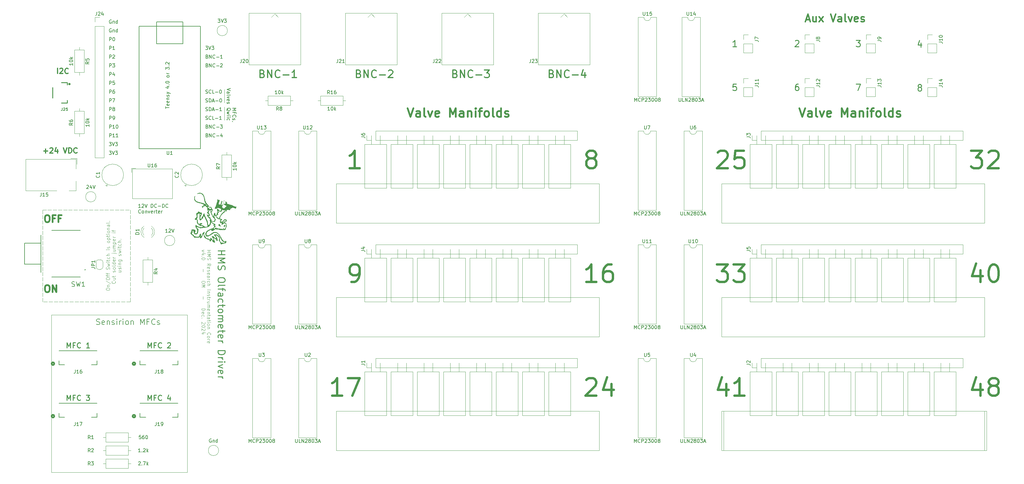
<source format=gbr>
%TF.GenerationSoftware,KiCad,Pcbnew,8.0.7*%
%TF.CreationDate,2024-12-20T12:02:52-05:00*%
%TF.ProjectId,HMS Olfactometer,484d5320-4f6c-4666-9163-746f6d657465,rev?*%
%TF.SameCoordinates,Original*%
%TF.FileFunction,Legend,Top*%
%TF.FilePolarity,Positive*%
%FSLAX46Y46*%
G04 Gerber Fmt 4.6, Leading zero omitted, Abs format (unit mm)*
G04 Created by KiCad (PCBNEW 8.0.7) date 2024-12-20 12:02:52*
%MOMM*%
%LPD*%
G01*
G04 APERTURE LIST*
%ADD10C,0.100000*%
%ADD11C,0.150000*%
%ADD12C,0.350000*%
%ADD13C,0.190500*%
%ADD14C,0.635000*%
%ADD15C,0.254000*%
%ADD16C,0.508000*%
%ADD17C,0.304800*%
%ADD18C,0.381000*%
%ADD19C,0.500000*%
%ADD20C,0.127000*%
%ADD21C,0.120000*%
%ADD22C,0.000000*%
%ADD23C,0.152400*%
%ADD24C,0.200000*%
%ADD25C,0.398780*%
G04 APERTURE END LIST*
D10*
X132715000Y-106680000D02*
X139065000Y-106680000D01*
X139065000Y-119380000D01*
X132715000Y-119380000D01*
X132715000Y-106680000D01*
X84455000Y-57785000D02*
X84455000Y-61595000D01*
X165100000Y-139700000D02*
X165100000Y-137160000D01*
X284409000Y-106680000D02*
X284409000Y-104140000D01*
X157480000Y-106680000D02*
X157480000Y-104140000D01*
X175260000Y-137160000D02*
X175260000Y-139700000D01*
X248849000Y-71120000D02*
X248849000Y-73660000D01*
X129540000Y-137160000D02*
X129540000Y-139700000D01*
X137160000Y-71120000D02*
X137160000Y-73660000D01*
X180340000Y-106680000D02*
X180340000Y-104140000D01*
X182880000Y-71120000D02*
X182880000Y-73660000D01*
X175260000Y-71120000D02*
X175260000Y-73660000D01*
X125095000Y-106680000D02*
X131445000Y-106680000D01*
X131445000Y-119380000D01*
X125095000Y-119380000D01*
X125095000Y-106680000D01*
X252024000Y-106680000D02*
X258374000Y-106680000D01*
X258374000Y-119380000D01*
X252024000Y-119380000D01*
X252024000Y-106680000D01*
X127000000Y-73660000D02*
X127000000Y-71120000D01*
X31750000Y-92710000D02*
X32850000Y-92710000D01*
X33250000Y-92710000D02*
X34350000Y-92710000D01*
X34750000Y-92710000D02*
X35850000Y-92710000D01*
X36250000Y-92710000D02*
X37350000Y-92710000D01*
X37750000Y-92710000D02*
X38850000Y-92710000D01*
X39250000Y-92710000D02*
X40350000Y-92710000D01*
X40750000Y-92710000D02*
X41850000Y-92710000D01*
X42250000Y-92710000D02*
X43350000Y-92710000D01*
X43750000Y-92710000D02*
X44850000Y-92710000D01*
X45250000Y-92710000D02*
X46350000Y-92710000D01*
X46750000Y-92710000D02*
X47850000Y-92710000D01*
X48250000Y-92710000D02*
X49350000Y-92710000D01*
X49750000Y-92710000D02*
X50850000Y-92710000D01*
X51250000Y-92710000D02*
X52350000Y-92710000D01*
X52750000Y-92710000D02*
X53850000Y-92710000D01*
X54250000Y-92710000D02*
X55350000Y-92710000D01*
X55750000Y-92710000D02*
X56850000Y-92710000D01*
X57150000Y-92710000D02*
X57150000Y-93810000D01*
X57150000Y-94210000D02*
X57150000Y-95310000D01*
X57150000Y-95710000D02*
X57150000Y-96810000D01*
X57150000Y-97210000D02*
X57150000Y-98310000D01*
X57150000Y-98710000D02*
X57150000Y-99810000D01*
X57150000Y-100210000D02*
X57150000Y-101310000D01*
X57150000Y-101710000D02*
X57150000Y-102810000D01*
X57150000Y-103210000D02*
X57150000Y-104310000D01*
X57150000Y-104710000D02*
X57150000Y-105810000D01*
X57150000Y-106210000D02*
X57150000Y-107310000D01*
X57150000Y-107710000D02*
X57150000Y-108810000D01*
X57150000Y-109210000D02*
X57150000Y-110310000D01*
X57150000Y-110710000D02*
X57150000Y-111810000D01*
X57150000Y-112210000D02*
X57150000Y-113310000D01*
X57150000Y-113710000D02*
X57150000Y-114810000D01*
X57150000Y-115210000D02*
X57150000Y-116310000D01*
X57150000Y-116710000D02*
X57150000Y-117810000D01*
X57150000Y-118210000D02*
X57150000Y-119310000D01*
X57150000Y-119380000D02*
X56050000Y-119380000D01*
X55650000Y-119380000D02*
X54550000Y-119380000D01*
X54150000Y-119380000D02*
X53050000Y-119380000D01*
X52650000Y-119380000D02*
X51550000Y-119380000D01*
X51150000Y-119380000D02*
X50050000Y-119380000D01*
X49650000Y-119380000D02*
X48550000Y-119380000D01*
X48150000Y-119380000D02*
X47050000Y-119380000D01*
X46650000Y-119380000D02*
X45550000Y-119380000D01*
X45150000Y-119380000D02*
X44050000Y-119380000D01*
X43650000Y-119380000D02*
X42550000Y-119380000D01*
X42150000Y-119380000D02*
X41050000Y-119380000D01*
X40650000Y-119380000D02*
X39550000Y-119380000D01*
X39150000Y-119380000D02*
X38050000Y-119380000D01*
X37650000Y-119380000D02*
X36550000Y-119380000D01*
X36150000Y-119380000D02*
X35050000Y-119380000D01*
X34650000Y-119380000D02*
X33550000Y-119380000D01*
X33150000Y-119380000D02*
X32050000Y-119380000D01*
X31750000Y-119380000D02*
X31750000Y-118280000D01*
X31750000Y-117880000D02*
X31750000Y-116780000D01*
X31750000Y-116380000D02*
X31750000Y-115280000D01*
X31750000Y-114880000D02*
X31750000Y-113780000D01*
X31750000Y-113380000D02*
X31750000Y-112280000D01*
X31750000Y-111880000D02*
X31750000Y-110780000D01*
X31750000Y-110380000D02*
X31750000Y-109280000D01*
X31750000Y-108880000D02*
X31750000Y-107780000D01*
X31750000Y-107380000D02*
X31750000Y-106280000D01*
X31750000Y-105880000D02*
X31750000Y-104780000D01*
X31750000Y-104380000D02*
X31750000Y-103280000D01*
X31750000Y-102880000D02*
X31750000Y-101780000D01*
X31750000Y-101380000D02*
X31750000Y-100280000D01*
X31750000Y-99880000D02*
X31750000Y-98780000D01*
X31750000Y-98380000D02*
X31750000Y-97280000D01*
X31750000Y-96880000D02*
X31750000Y-95780000D01*
X31750000Y-95380000D02*
X31750000Y-94280000D01*
X31750000Y-93880000D02*
X31750000Y-92780000D01*
X167640000Y-71120000D02*
X167640000Y-73660000D01*
X292029000Y-73660000D02*
X292029000Y-71120000D01*
X147955000Y-106680000D02*
X154305000Y-106680000D01*
X154305000Y-119380000D01*
X147955000Y-119380000D01*
X147955000Y-106680000D01*
X163195000Y-139700000D02*
X169545000Y-139700000D01*
X169545000Y-152400000D01*
X163195000Y-152400000D01*
X163195000Y-139700000D01*
X264089000Y-104140000D02*
X264089000Y-106680000D01*
X276789000Y-73660000D02*
X276789000Y-71120000D01*
X178435000Y-139700000D02*
X184785000Y-139700000D01*
X184785000Y-152400000D01*
X178435000Y-152400000D01*
X178435000Y-139700000D01*
X137160000Y-137160000D02*
X137160000Y-139700000D01*
X140335000Y-73660000D02*
X146685000Y-73660000D01*
X146685000Y-86360000D01*
X140335000Y-86360000D01*
X140335000Y-73660000D01*
X261549000Y-106680000D02*
X261549000Y-104140000D01*
X129540000Y-71120000D02*
X129540000Y-73660000D01*
X167640000Y-137160000D02*
X167640000Y-139700000D01*
X170815000Y-73660000D02*
X177165000Y-73660000D01*
X177165000Y-86360000D01*
X170815000Y-86360000D01*
X170815000Y-73660000D01*
X142240000Y-73660000D02*
X142240000Y-71120000D01*
X292029000Y-139700000D02*
X292029000Y-137160000D01*
X180340000Y-73660000D02*
X180340000Y-71120000D01*
X253929000Y-106680000D02*
X253929000Y-104140000D01*
X229164000Y-151130000D02*
X305364000Y-151130000D01*
X305364000Y-162560000D01*
X229164000Y-162560000D01*
X229164000Y-151130000D01*
X149860000Y-73660000D02*
X149860000Y-71120000D01*
X149860000Y-106680000D02*
X149860000Y-104140000D01*
X134620000Y-106680000D02*
X134620000Y-104140000D01*
X137160000Y-104140000D02*
X137160000Y-106680000D01*
X252024000Y-139700000D02*
X258374000Y-139700000D01*
X258374000Y-152400000D01*
X252024000Y-152400000D01*
X252024000Y-139700000D01*
X165100000Y-73660000D02*
X165100000Y-71120000D01*
X125095000Y-73660000D02*
X131445000Y-73660000D01*
X131445000Y-86360000D01*
X125095000Y-86360000D01*
X125095000Y-73660000D01*
X261549000Y-73660000D02*
X261549000Y-71120000D01*
X267264000Y-139700000D02*
X273614000Y-139700000D01*
X273614000Y-152400000D01*
X267264000Y-152400000D01*
X267264000Y-139700000D01*
X286949000Y-137160000D02*
X286949000Y-139700000D01*
X253929000Y-73660000D02*
X253929000Y-71120000D01*
X294569000Y-137160000D02*
X294569000Y-139700000D01*
X172720000Y-73660000D02*
X172720000Y-71120000D01*
X140335000Y-106680000D02*
X146685000Y-106680000D01*
X146685000Y-119380000D01*
X140335000Y-119380000D01*
X140335000Y-106680000D01*
X84455000Y-62865000D02*
X84455000Y-66675000D01*
X259644000Y-139700000D02*
X265994000Y-139700000D01*
X265994000Y-152400000D01*
X259644000Y-152400000D01*
X259644000Y-139700000D01*
X271709000Y-137160000D02*
X271709000Y-139700000D01*
X34290000Y-123190000D02*
X73660000Y-123190000D01*
X73660000Y-168910000D01*
X34290000Y-168910000D01*
X34290000Y-123190000D01*
X180340000Y-139700000D02*
X180340000Y-137160000D01*
X236784000Y-106680000D02*
X243134000Y-106680000D01*
X243134000Y-119380000D01*
X236784000Y-119380000D01*
X236784000Y-106680000D01*
X152400000Y-137160000D02*
X152400000Y-139700000D01*
X155575000Y-73660000D02*
X161925000Y-73660000D01*
X161925000Y-86360000D01*
X155575000Y-86360000D01*
X155575000Y-73660000D01*
X182880000Y-104140000D02*
X182880000Y-106680000D01*
X167640000Y-104140000D02*
X167640000Y-106680000D01*
X163195000Y-73660000D02*
X169545000Y-73660000D01*
X169545000Y-86360000D01*
X163195000Y-86360000D01*
X163195000Y-73660000D01*
X228529000Y-85090000D02*
X304729000Y-85090000D01*
X304729000Y-96520000D01*
X228529000Y-96520000D01*
X228529000Y-85090000D01*
X279329000Y-71120000D02*
X279329000Y-73660000D01*
X134620000Y-139700000D02*
X134620000Y-137160000D01*
X274884000Y-73660000D02*
X281234000Y-73660000D01*
X281234000Y-86360000D01*
X274884000Y-86360000D01*
X274884000Y-73660000D01*
X290124000Y-73660000D02*
X296474000Y-73660000D01*
X296474000Y-86360000D01*
X290124000Y-86360000D01*
X290124000Y-73660000D01*
X271709000Y-104140000D02*
X271709000Y-106680000D01*
X132715000Y-139700000D02*
X139065000Y-139700000D01*
X139065000Y-152400000D01*
X132715000Y-152400000D01*
X132715000Y-139700000D01*
X259644000Y-106680000D02*
X265994000Y-106680000D01*
X265994000Y-119380000D01*
X259644000Y-119380000D01*
X259644000Y-106680000D01*
X244404000Y-73660000D02*
X250754000Y-73660000D01*
X250754000Y-86360000D01*
X244404000Y-86360000D01*
X244404000Y-73660000D01*
X284409000Y-73660000D02*
X284409000Y-71120000D01*
X279329000Y-104140000D02*
X279329000Y-106680000D01*
X147955000Y-73660000D02*
X154305000Y-73660000D01*
X154305000Y-86360000D01*
X147955000Y-86360000D01*
X147955000Y-73660000D01*
X155575000Y-106680000D02*
X161925000Y-106680000D01*
X161925000Y-119380000D01*
X155575000Y-119380000D01*
X155575000Y-106680000D01*
X290124000Y-106680000D02*
X296474000Y-106680000D01*
X296474000Y-119380000D01*
X290124000Y-119380000D01*
X290124000Y-106680000D01*
X155575000Y-139700000D02*
X161925000Y-139700000D01*
X161925000Y-152400000D01*
X155575000Y-152400000D01*
X155575000Y-139700000D01*
X282504000Y-106680000D02*
X288854000Y-106680000D01*
X288854000Y-119380000D01*
X282504000Y-119380000D01*
X282504000Y-106680000D01*
X241229000Y-104140000D02*
X241229000Y-106680000D01*
X178435000Y-73660000D02*
X184785000Y-73660000D01*
X184785000Y-86360000D01*
X178435000Y-86360000D01*
X178435000Y-73660000D01*
X286949000Y-104140000D02*
X286949000Y-106680000D01*
X241229000Y-137160000D02*
X241229000Y-139700000D01*
X256469000Y-71120000D02*
X256469000Y-73660000D01*
X252024000Y-73660000D02*
X258374000Y-73660000D01*
X258374000Y-86360000D01*
X252024000Y-86360000D01*
X252024000Y-73660000D01*
X246309000Y-139700000D02*
X246309000Y-137160000D01*
X157480000Y-73660000D02*
X157480000Y-71120000D01*
X236784000Y-73660000D02*
X243134000Y-73660000D01*
X243134000Y-86360000D01*
X236784000Y-86360000D01*
X236784000Y-73660000D01*
X127000000Y-106680000D02*
X127000000Y-104140000D01*
X182880000Y-137160000D02*
X182880000Y-139700000D01*
X269169000Y-73660000D02*
X269169000Y-71120000D01*
X256469000Y-104140000D02*
X256469000Y-106680000D01*
X269169000Y-106680000D02*
X269169000Y-104140000D01*
X264089000Y-137160000D02*
X264089000Y-139700000D01*
X144780000Y-71120000D02*
X144780000Y-73660000D01*
X248849000Y-137160000D02*
X248849000Y-139700000D01*
X241229000Y-71120000D02*
X241229000Y-73660000D01*
X142240000Y-139700000D02*
X142240000Y-137160000D01*
X246309000Y-73660000D02*
X246309000Y-71120000D01*
X276789000Y-106680000D02*
X276789000Y-104140000D01*
X286949000Y-71120000D02*
X286949000Y-73660000D01*
X116840000Y-151130000D02*
X193040000Y-151130000D01*
X193040000Y-162560000D01*
X116840000Y-162560000D01*
X116840000Y-151130000D01*
X274884000Y-106680000D02*
X281234000Y-106680000D01*
X281234000Y-119380000D01*
X274884000Y-119380000D01*
X274884000Y-106680000D01*
X253929000Y-139700000D02*
X253929000Y-137160000D01*
X132715000Y-73660000D02*
X139065000Y-73660000D01*
X139065000Y-86360000D01*
X132715000Y-86360000D01*
X132715000Y-73660000D01*
X147955000Y-139700000D02*
X154305000Y-139700000D01*
X154305000Y-152400000D01*
X147955000Y-152400000D01*
X147955000Y-139700000D01*
X294569000Y-71120000D02*
X294569000Y-73660000D01*
X248849000Y-104140000D02*
X248849000Y-106680000D01*
X259644000Y-73660000D02*
X265994000Y-73660000D01*
X265994000Y-86360000D01*
X259644000Y-86360000D01*
X259644000Y-73660000D01*
X271709000Y-71120000D02*
X271709000Y-73660000D01*
X142240000Y-106680000D02*
X142240000Y-104140000D01*
X238689000Y-73660000D02*
X238689000Y-71120000D01*
X292029000Y-106680000D02*
X292029000Y-104140000D01*
X244404000Y-106680000D02*
X250754000Y-106680000D01*
X250754000Y-119380000D01*
X244404000Y-119380000D01*
X244404000Y-106680000D01*
X152400000Y-104140000D02*
X152400000Y-106680000D01*
X144780000Y-137160000D02*
X144780000Y-139700000D01*
X160020000Y-137160000D02*
X160020000Y-139700000D01*
X144780000Y-104140000D02*
X144780000Y-106680000D01*
X238689000Y-139700000D02*
X238689000Y-137160000D01*
X125095000Y-139700000D02*
X131445000Y-139700000D01*
X131445000Y-152400000D01*
X125095000Y-152400000D01*
X125095000Y-139700000D01*
X160020000Y-71120000D02*
X160020000Y-73660000D01*
X256469000Y-137160000D02*
X256469000Y-139700000D01*
X129540000Y-104140000D02*
X129540000Y-106680000D01*
X228529000Y-118110000D02*
X304729000Y-118110000D01*
X304729000Y-129540000D01*
X228529000Y-129540000D01*
X228529000Y-118110000D01*
X261549000Y-139700000D02*
X261549000Y-137160000D01*
X282504000Y-139700000D02*
X288854000Y-139700000D01*
X288854000Y-152400000D01*
X282504000Y-152400000D01*
X282504000Y-139700000D01*
X127000000Y-139700000D02*
X127000000Y-137160000D01*
X140335000Y-139700000D02*
X146685000Y-139700000D01*
X146685000Y-152400000D01*
X140335000Y-152400000D01*
X140335000Y-139700000D01*
X116840000Y-118110000D02*
X193040000Y-118110000D01*
X193040000Y-129540000D01*
X116840000Y-129540000D01*
X116840000Y-118110000D01*
X244404000Y-139700000D02*
X250754000Y-139700000D01*
X250754000Y-152400000D01*
X244404000Y-152400000D01*
X244404000Y-139700000D01*
X284409000Y-139700000D02*
X284409000Y-137160000D01*
X165100000Y-106680000D02*
X165100000Y-104140000D01*
X178435000Y-106680000D02*
X184785000Y-106680000D01*
X184785000Y-119380000D01*
X178435000Y-119380000D01*
X178435000Y-106680000D01*
X170815000Y-106680000D02*
X177165000Y-106680000D01*
X177165000Y-119380000D01*
X170815000Y-119380000D01*
X170815000Y-106680000D01*
X236784000Y-139700000D02*
X243134000Y-139700000D01*
X243134000Y-152400000D01*
X236784000Y-152400000D01*
X236784000Y-139700000D01*
X238689000Y-106680000D02*
X238689000Y-104140000D01*
X175260000Y-104140000D02*
X175260000Y-106680000D01*
X152400000Y-71120000D02*
X152400000Y-73660000D01*
X172720000Y-139700000D02*
X172720000Y-137160000D01*
X228529000Y-151130000D02*
X304729000Y-151130000D01*
X304729000Y-162560000D01*
X228529000Y-162560000D01*
X228529000Y-151130000D01*
X170815000Y-139700000D02*
X177165000Y-139700000D01*
X177165000Y-152400000D01*
X170815000Y-152400000D01*
X170815000Y-139700000D01*
X282504000Y-73660000D02*
X288854000Y-73660000D01*
X288854000Y-86360000D01*
X282504000Y-86360000D01*
X282504000Y-73660000D01*
X157480000Y-139700000D02*
X157480000Y-137160000D01*
X172720000Y-106680000D02*
X172720000Y-104140000D01*
X294569000Y-104140000D02*
X294569000Y-106680000D01*
X149860000Y-139700000D02*
X149860000Y-137160000D01*
X267264000Y-73660000D02*
X273614000Y-73660000D01*
X273614000Y-86360000D01*
X267264000Y-86360000D01*
X267264000Y-73660000D01*
X134620000Y-73660000D02*
X134620000Y-71120000D01*
X274884000Y-139700000D02*
X281234000Y-139700000D01*
X281234000Y-152400000D01*
X274884000Y-152400000D01*
X274884000Y-139700000D01*
X290124000Y-139700000D02*
X296474000Y-139700000D01*
X296474000Y-152400000D01*
X290124000Y-152400000D01*
X290124000Y-139700000D01*
X163195000Y-106680000D02*
X169545000Y-106680000D01*
X169545000Y-119380000D01*
X163195000Y-119380000D01*
X163195000Y-106680000D01*
X276789000Y-139700000D02*
X276789000Y-137160000D01*
X116840000Y-85090000D02*
X193040000Y-85090000D01*
X193040000Y-96520000D01*
X116840000Y-96520000D01*
X116840000Y-85090000D01*
X160020000Y-104140000D02*
X160020000Y-106680000D01*
X267264000Y-106680000D02*
X273614000Y-106680000D01*
X273614000Y-119380000D01*
X267264000Y-119380000D01*
X267264000Y-106680000D01*
X246309000Y-106680000D02*
X246309000Y-104140000D01*
X269169000Y-139700000D02*
X269169000Y-137160000D01*
X279329000Y-137160000D02*
X279329000Y-139700000D01*
X264089000Y-71120000D02*
X264089000Y-73660000D01*
X79461524Y-104443884D02*
X80461524Y-104443884D01*
X79985334Y-104443884D02*
X79985334Y-105015312D01*
X79461524Y-105015312D02*
X80461524Y-105015312D01*
X79461524Y-105491503D02*
X80461524Y-105491503D01*
X80461524Y-105491503D02*
X79747239Y-105824836D01*
X79747239Y-105824836D02*
X80461524Y-106158169D01*
X80461524Y-106158169D02*
X79461524Y-106158169D01*
X79509144Y-106586741D02*
X79461524Y-106729598D01*
X79461524Y-106729598D02*
X79461524Y-106967693D01*
X79461524Y-106967693D02*
X79509144Y-107062931D01*
X79509144Y-107062931D02*
X79556763Y-107110550D01*
X79556763Y-107110550D02*
X79652001Y-107158169D01*
X79652001Y-107158169D02*
X79747239Y-107158169D01*
X79747239Y-107158169D02*
X79842477Y-107110550D01*
X79842477Y-107110550D02*
X79890096Y-107062931D01*
X79890096Y-107062931D02*
X79937715Y-106967693D01*
X79937715Y-106967693D02*
X79985334Y-106777217D01*
X79985334Y-106777217D02*
X80032953Y-106681979D01*
X80032953Y-106681979D02*
X80080572Y-106634360D01*
X80080572Y-106634360D02*
X80175810Y-106586741D01*
X80175810Y-106586741D02*
X80271048Y-106586741D01*
X80271048Y-106586741D02*
X80366286Y-106634360D01*
X80366286Y-106634360D02*
X80413905Y-106681979D01*
X80413905Y-106681979D02*
X80461524Y-106777217D01*
X80461524Y-106777217D02*
X80461524Y-107015312D01*
X80461524Y-107015312D02*
X80413905Y-107158169D01*
X79461524Y-108920074D02*
X79937715Y-108586741D01*
X79461524Y-108348646D02*
X80461524Y-108348646D01*
X80461524Y-108348646D02*
X80461524Y-108729598D01*
X80461524Y-108729598D02*
X80413905Y-108824836D01*
X80413905Y-108824836D02*
X80366286Y-108872455D01*
X80366286Y-108872455D02*
X80271048Y-108920074D01*
X80271048Y-108920074D02*
X80128191Y-108920074D01*
X80128191Y-108920074D02*
X80032953Y-108872455D01*
X80032953Y-108872455D02*
X79985334Y-108824836D01*
X79985334Y-108824836D02*
X79937715Y-108729598D01*
X79937715Y-108729598D02*
X79937715Y-108348646D01*
X79509144Y-109729598D02*
X79461524Y-109634360D01*
X79461524Y-109634360D02*
X79461524Y-109443884D01*
X79461524Y-109443884D02*
X79509144Y-109348646D01*
X79509144Y-109348646D02*
X79604382Y-109301027D01*
X79604382Y-109301027D02*
X79985334Y-109301027D01*
X79985334Y-109301027D02*
X80080572Y-109348646D01*
X80080572Y-109348646D02*
X80128191Y-109443884D01*
X80128191Y-109443884D02*
X80128191Y-109634360D01*
X80128191Y-109634360D02*
X80080572Y-109729598D01*
X80080572Y-109729598D02*
X79985334Y-109777217D01*
X79985334Y-109777217D02*
X79890096Y-109777217D01*
X79890096Y-109777217D02*
X79794858Y-109301027D01*
X79509144Y-110158170D02*
X79461524Y-110253408D01*
X79461524Y-110253408D02*
X79461524Y-110443884D01*
X79461524Y-110443884D02*
X79509144Y-110539122D01*
X79509144Y-110539122D02*
X79604382Y-110586741D01*
X79604382Y-110586741D02*
X79652001Y-110586741D01*
X79652001Y-110586741D02*
X79747239Y-110539122D01*
X79747239Y-110539122D02*
X79794858Y-110443884D01*
X79794858Y-110443884D02*
X79794858Y-110301027D01*
X79794858Y-110301027D02*
X79842477Y-110205789D01*
X79842477Y-110205789D02*
X79937715Y-110158170D01*
X79937715Y-110158170D02*
X79985334Y-110158170D01*
X79985334Y-110158170D02*
X80080572Y-110205789D01*
X80080572Y-110205789D02*
X80128191Y-110301027D01*
X80128191Y-110301027D02*
X80128191Y-110443884D01*
X80128191Y-110443884D02*
X80080572Y-110539122D01*
X79509144Y-111396265D02*
X79461524Y-111301027D01*
X79461524Y-111301027D02*
X79461524Y-111110551D01*
X79461524Y-111110551D02*
X79509144Y-111015313D01*
X79509144Y-111015313D02*
X79604382Y-110967694D01*
X79604382Y-110967694D02*
X79985334Y-110967694D01*
X79985334Y-110967694D02*
X80080572Y-111015313D01*
X80080572Y-111015313D02*
X80128191Y-111110551D01*
X80128191Y-111110551D02*
X80128191Y-111301027D01*
X80128191Y-111301027D02*
X80080572Y-111396265D01*
X80080572Y-111396265D02*
X79985334Y-111443884D01*
X79985334Y-111443884D02*
X79890096Y-111443884D01*
X79890096Y-111443884D02*
X79794858Y-110967694D01*
X79461524Y-112301027D02*
X79985334Y-112301027D01*
X79985334Y-112301027D02*
X80080572Y-112253408D01*
X80080572Y-112253408D02*
X80128191Y-112158170D01*
X80128191Y-112158170D02*
X80128191Y-111967694D01*
X80128191Y-111967694D02*
X80080572Y-111872456D01*
X79509144Y-112301027D02*
X79461524Y-112205789D01*
X79461524Y-112205789D02*
X79461524Y-111967694D01*
X79461524Y-111967694D02*
X79509144Y-111872456D01*
X79509144Y-111872456D02*
X79604382Y-111824837D01*
X79604382Y-111824837D02*
X79699620Y-111824837D01*
X79699620Y-111824837D02*
X79794858Y-111872456D01*
X79794858Y-111872456D02*
X79842477Y-111967694D01*
X79842477Y-111967694D02*
X79842477Y-112205789D01*
X79842477Y-112205789D02*
X79890096Y-112301027D01*
X79461524Y-112777218D02*
X80128191Y-112777218D01*
X79937715Y-112777218D02*
X80032953Y-112824837D01*
X80032953Y-112824837D02*
X80080572Y-112872456D01*
X80080572Y-112872456D02*
X80128191Y-112967694D01*
X80128191Y-112967694D02*
X80128191Y-113062932D01*
X79509144Y-113824837D02*
X79461524Y-113729599D01*
X79461524Y-113729599D02*
X79461524Y-113539123D01*
X79461524Y-113539123D02*
X79509144Y-113443885D01*
X79509144Y-113443885D02*
X79556763Y-113396266D01*
X79556763Y-113396266D02*
X79652001Y-113348647D01*
X79652001Y-113348647D02*
X79937715Y-113348647D01*
X79937715Y-113348647D02*
X80032953Y-113396266D01*
X80032953Y-113396266D02*
X80080572Y-113443885D01*
X80080572Y-113443885D02*
X80128191Y-113539123D01*
X80128191Y-113539123D02*
X80128191Y-113729599D01*
X80128191Y-113729599D02*
X80080572Y-113824837D01*
X79461524Y-114253409D02*
X80461524Y-114253409D01*
X79461524Y-114681980D02*
X79985334Y-114681980D01*
X79985334Y-114681980D02*
X80080572Y-114634361D01*
X80080572Y-114634361D02*
X80128191Y-114539123D01*
X80128191Y-114539123D02*
X80128191Y-114396266D01*
X80128191Y-114396266D02*
X80080572Y-114301028D01*
X80080572Y-114301028D02*
X80032953Y-114253409D01*
X79461524Y-115920076D02*
X80461524Y-115920076D01*
X80128191Y-116396266D02*
X79461524Y-116396266D01*
X80032953Y-116396266D02*
X80080572Y-116443885D01*
X80080572Y-116443885D02*
X80128191Y-116539123D01*
X80128191Y-116539123D02*
X80128191Y-116681980D01*
X80128191Y-116681980D02*
X80080572Y-116777218D01*
X80080572Y-116777218D02*
X79985334Y-116824837D01*
X79985334Y-116824837D02*
X79461524Y-116824837D01*
X79509144Y-117253409D02*
X79461524Y-117348647D01*
X79461524Y-117348647D02*
X79461524Y-117539123D01*
X79461524Y-117539123D02*
X79509144Y-117634361D01*
X79509144Y-117634361D02*
X79604382Y-117681980D01*
X79604382Y-117681980D02*
X79652001Y-117681980D01*
X79652001Y-117681980D02*
X79747239Y-117634361D01*
X79747239Y-117634361D02*
X79794858Y-117539123D01*
X79794858Y-117539123D02*
X79794858Y-117396266D01*
X79794858Y-117396266D02*
X79842477Y-117301028D01*
X79842477Y-117301028D02*
X79937715Y-117253409D01*
X79937715Y-117253409D02*
X79985334Y-117253409D01*
X79985334Y-117253409D02*
X80080572Y-117301028D01*
X80080572Y-117301028D02*
X80128191Y-117396266D01*
X80128191Y-117396266D02*
X80128191Y-117539123D01*
X80128191Y-117539123D02*
X80080572Y-117634361D01*
X80128191Y-117967695D02*
X80128191Y-118348647D01*
X80461524Y-118110552D02*
X79604382Y-118110552D01*
X79604382Y-118110552D02*
X79509144Y-118158171D01*
X79509144Y-118158171D02*
X79461524Y-118253409D01*
X79461524Y-118253409D02*
X79461524Y-118348647D01*
X79461524Y-118681981D02*
X80128191Y-118681981D01*
X79937715Y-118681981D02*
X80032953Y-118729600D01*
X80032953Y-118729600D02*
X80080572Y-118777219D01*
X80080572Y-118777219D02*
X80128191Y-118872457D01*
X80128191Y-118872457D02*
X80128191Y-118967695D01*
X80128191Y-119729600D02*
X79461524Y-119729600D01*
X80128191Y-119301029D02*
X79604382Y-119301029D01*
X79604382Y-119301029D02*
X79509144Y-119348648D01*
X79509144Y-119348648D02*
X79461524Y-119443886D01*
X79461524Y-119443886D02*
X79461524Y-119586743D01*
X79461524Y-119586743D02*
X79509144Y-119681981D01*
X79509144Y-119681981D02*
X79556763Y-119729600D01*
X79461524Y-120205791D02*
X80128191Y-120205791D01*
X80032953Y-120205791D02*
X80080572Y-120253410D01*
X80080572Y-120253410D02*
X80128191Y-120348648D01*
X80128191Y-120348648D02*
X80128191Y-120491505D01*
X80128191Y-120491505D02*
X80080572Y-120586743D01*
X80080572Y-120586743D02*
X79985334Y-120634362D01*
X79985334Y-120634362D02*
X79461524Y-120634362D01*
X79985334Y-120634362D02*
X80080572Y-120681981D01*
X80080572Y-120681981D02*
X80128191Y-120777219D01*
X80128191Y-120777219D02*
X80128191Y-120920076D01*
X80128191Y-120920076D02*
X80080572Y-121015315D01*
X80080572Y-121015315D02*
X79985334Y-121062934D01*
X79985334Y-121062934D02*
X79461524Y-121062934D01*
X79509144Y-121920076D02*
X79461524Y-121824838D01*
X79461524Y-121824838D02*
X79461524Y-121634362D01*
X79461524Y-121634362D02*
X79509144Y-121539124D01*
X79509144Y-121539124D02*
X79604382Y-121491505D01*
X79604382Y-121491505D02*
X79985334Y-121491505D01*
X79985334Y-121491505D02*
X80080572Y-121539124D01*
X80080572Y-121539124D02*
X80128191Y-121634362D01*
X80128191Y-121634362D02*
X80128191Y-121824838D01*
X80128191Y-121824838D02*
X80080572Y-121920076D01*
X80080572Y-121920076D02*
X79985334Y-121967695D01*
X79985334Y-121967695D02*
X79890096Y-121967695D01*
X79890096Y-121967695D02*
X79794858Y-121491505D01*
X80128191Y-122396267D02*
X79461524Y-122396267D01*
X80032953Y-122396267D02*
X80080572Y-122443886D01*
X80080572Y-122443886D02*
X80128191Y-122539124D01*
X80128191Y-122539124D02*
X80128191Y-122681981D01*
X80128191Y-122681981D02*
X80080572Y-122777219D01*
X80080572Y-122777219D02*
X79985334Y-122824838D01*
X79985334Y-122824838D02*
X79461524Y-122824838D01*
X80128191Y-123158172D02*
X80128191Y-123539124D01*
X80461524Y-123301029D02*
X79604382Y-123301029D01*
X79604382Y-123301029D02*
X79509144Y-123348648D01*
X79509144Y-123348648D02*
X79461524Y-123443886D01*
X79461524Y-123443886D02*
X79461524Y-123539124D01*
X79461524Y-124301029D02*
X79985334Y-124301029D01*
X79985334Y-124301029D02*
X80080572Y-124253410D01*
X80080572Y-124253410D02*
X80128191Y-124158172D01*
X80128191Y-124158172D02*
X80128191Y-123967696D01*
X80128191Y-123967696D02*
X80080572Y-123872458D01*
X79509144Y-124301029D02*
X79461524Y-124205791D01*
X79461524Y-124205791D02*
X79461524Y-123967696D01*
X79461524Y-123967696D02*
X79509144Y-123872458D01*
X79509144Y-123872458D02*
X79604382Y-123824839D01*
X79604382Y-123824839D02*
X79699620Y-123824839D01*
X79699620Y-123824839D02*
X79794858Y-123872458D01*
X79794858Y-123872458D02*
X79842477Y-123967696D01*
X79842477Y-123967696D02*
X79842477Y-124205791D01*
X79842477Y-124205791D02*
X79890096Y-124301029D01*
X80128191Y-124634363D02*
X80128191Y-125015315D01*
X80461524Y-124777220D02*
X79604382Y-124777220D01*
X79604382Y-124777220D02*
X79509144Y-124824839D01*
X79509144Y-124824839D02*
X79461524Y-124920077D01*
X79461524Y-124920077D02*
X79461524Y-125015315D01*
X79461524Y-125348649D02*
X80128191Y-125348649D01*
X80461524Y-125348649D02*
X80413905Y-125301030D01*
X80413905Y-125301030D02*
X80366286Y-125348649D01*
X80366286Y-125348649D02*
X80413905Y-125396268D01*
X80413905Y-125396268D02*
X80461524Y-125348649D01*
X80461524Y-125348649D02*
X80366286Y-125348649D01*
X79461524Y-125967696D02*
X79509144Y-125872458D01*
X79509144Y-125872458D02*
X79556763Y-125824839D01*
X79556763Y-125824839D02*
X79652001Y-125777220D01*
X79652001Y-125777220D02*
X79937715Y-125777220D01*
X79937715Y-125777220D02*
X80032953Y-125824839D01*
X80032953Y-125824839D02*
X80080572Y-125872458D01*
X80080572Y-125872458D02*
X80128191Y-125967696D01*
X80128191Y-125967696D02*
X80128191Y-126110553D01*
X80128191Y-126110553D02*
X80080572Y-126205791D01*
X80080572Y-126205791D02*
X80032953Y-126253410D01*
X80032953Y-126253410D02*
X79937715Y-126301029D01*
X79937715Y-126301029D02*
X79652001Y-126301029D01*
X79652001Y-126301029D02*
X79556763Y-126253410D01*
X79556763Y-126253410D02*
X79509144Y-126205791D01*
X79509144Y-126205791D02*
X79461524Y-126110553D01*
X79461524Y-126110553D02*
X79461524Y-125967696D01*
X80128191Y-126729601D02*
X79461524Y-126729601D01*
X80032953Y-126729601D02*
X80080572Y-126777220D01*
X80080572Y-126777220D02*
X80128191Y-126872458D01*
X80128191Y-126872458D02*
X80128191Y-127015315D01*
X80128191Y-127015315D02*
X80080572Y-127110553D01*
X80080572Y-127110553D02*
X79985334Y-127158172D01*
X79985334Y-127158172D02*
X79461524Y-127158172D01*
X79556763Y-128967696D02*
X79509144Y-128920077D01*
X79509144Y-128920077D02*
X79461524Y-128777220D01*
X79461524Y-128777220D02*
X79461524Y-128681982D01*
X79461524Y-128681982D02*
X79509144Y-128539125D01*
X79509144Y-128539125D02*
X79604382Y-128443887D01*
X79604382Y-128443887D02*
X79699620Y-128396268D01*
X79699620Y-128396268D02*
X79890096Y-128348649D01*
X79890096Y-128348649D02*
X80032953Y-128348649D01*
X80032953Y-128348649D02*
X80223429Y-128396268D01*
X80223429Y-128396268D02*
X80318667Y-128443887D01*
X80318667Y-128443887D02*
X80413905Y-128539125D01*
X80413905Y-128539125D02*
X80461524Y-128681982D01*
X80461524Y-128681982D02*
X80461524Y-128777220D01*
X80461524Y-128777220D02*
X80413905Y-128920077D01*
X80413905Y-128920077D02*
X80366286Y-128967696D01*
X79461524Y-129539125D02*
X79509144Y-129443887D01*
X79509144Y-129443887D02*
X79556763Y-129396268D01*
X79556763Y-129396268D02*
X79652001Y-129348649D01*
X79652001Y-129348649D02*
X79937715Y-129348649D01*
X79937715Y-129348649D02*
X80032953Y-129396268D01*
X80032953Y-129396268D02*
X80080572Y-129443887D01*
X80080572Y-129443887D02*
X80128191Y-129539125D01*
X80128191Y-129539125D02*
X80128191Y-129681982D01*
X80128191Y-129681982D02*
X80080572Y-129777220D01*
X80080572Y-129777220D02*
X80032953Y-129824839D01*
X80032953Y-129824839D02*
X79937715Y-129872458D01*
X79937715Y-129872458D02*
X79652001Y-129872458D01*
X79652001Y-129872458D02*
X79556763Y-129824839D01*
X79556763Y-129824839D02*
X79509144Y-129777220D01*
X79509144Y-129777220D02*
X79461524Y-129681982D01*
X79461524Y-129681982D02*
X79461524Y-129539125D01*
X79461524Y-130301030D02*
X80128191Y-130301030D01*
X79937715Y-130301030D02*
X80032953Y-130348649D01*
X80032953Y-130348649D02*
X80080572Y-130396268D01*
X80080572Y-130396268D02*
X80128191Y-130491506D01*
X80128191Y-130491506D02*
X80128191Y-130586744D01*
X79509144Y-131301030D02*
X79461524Y-131205792D01*
X79461524Y-131205792D02*
X79461524Y-131015316D01*
X79461524Y-131015316D02*
X79509144Y-130920078D01*
X79509144Y-130920078D02*
X79604382Y-130872459D01*
X79604382Y-130872459D02*
X79985334Y-130872459D01*
X79985334Y-130872459D02*
X80080572Y-130920078D01*
X80080572Y-130920078D02*
X80128191Y-131015316D01*
X80128191Y-131015316D02*
X80128191Y-131205792D01*
X80128191Y-131205792D02*
X80080572Y-131301030D01*
X80080572Y-131301030D02*
X79985334Y-131348649D01*
X79985334Y-131348649D02*
X79890096Y-131348649D01*
X79890096Y-131348649D02*
X79794858Y-130872459D01*
X78518247Y-104348646D02*
X77851580Y-104586741D01*
X77851580Y-104586741D02*
X78518247Y-104824836D01*
X78518247Y-105634360D02*
X77851580Y-105634360D01*
X78899200Y-105396265D02*
X78184914Y-105158170D01*
X78184914Y-105158170D02*
X78184914Y-105777217D01*
X77946819Y-106158170D02*
X77899200Y-106205789D01*
X77899200Y-106205789D02*
X77851580Y-106158170D01*
X77851580Y-106158170D02*
X77899200Y-106110551D01*
X77899200Y-106110551D02*
X77946819Y-106158170D01*
X77946819Y-106158170D02*
X77851580Y-106158170D01*
X78851580Y-106824836D02*
X78851580Y-106920074D01*
X78851580Y-106920074D02*
X78803961Y-107015312D01*
X78803961Y-107015312D02*
X78756342Y-107062931D01*
X78756342Y-107062931D02*
X78661104Y-107110550D01*
X78661104Y-107110550D02*
X78470628Y-107158169D01*
X78470628Y-107158169D02*
X78232533Y-107158169D01*
X78232533Y-107158169D02*
X78042057Y-107110550D01*
X78042057Y-107110550D02*
X77946819Y-107062931D01*
X77946819Y-107062931D02*
X77899200Y-107015312D01*
X77899200Y-107015312D02*
X77851580Y-106920074D01*
X77851580Y-106920074D02*
X77851580Y-106824836D01*
X77851580Y-106824836D02*
X77899200Y-106729598D01*
X77899200Y-106729598D02*
X77946819Y-106681979D01*
X77946819Y-106681979D02*
X78042057Y-106634360D01*
X78042057Y-106634360D02*
X78232533Y-106586741D01*
X78232533Y-106586741D02*
X78470628Y-106586741D01*
X78470628Y-106586741D02*
X78661104Y-106634360D01*
X78661104Y-106634360D02*
X78756342Y-106681979D01*
X78756342Y-106681979D02*
X78803961Y-106729598D01*
X78803961Y-106729598D02*
X78851580Y-106824836D01*
X78232533Y-109872456D02*
X78232533Y-110634361D01*
X78851580Y-113586742D02*
X78851580Y-113777218D01*
X78851580Y-113777218D02*
X78803961Y-113872456D01*
X78803961Y-113872456D02*
X78708723Y-113967694D01*
X78708723Y-113967694D02*
X78518247Y-114015313D01*
X78518247Y-114015313D02*
X78184914Y-114015313D01*
X78184914Y-114015313D02*
X77994438Y-113967694D01*
X77994438Y-113967694D02*
X77899200Y-113872456D01*
X77899200Y-113872456D02*
X77851580Y-113777218D01*
X77851580Y-113777218D02*
X77851580Y-113586742D01*
X77851580Y-113586742D02*
X77899200Y-113491504D01*
X77899200Y-113491504D02*
X77994438Y-113396266D01*
X77994438Y-113396266D02*
X78184914Y-113348647D01*
X78184914Y-113348647D02*
X78518247Y-113348647D01*
X78518247Y-113348647D02*
X78708723Y-113396266D01*
X78708723Y-113396266D02*
X78803961Y-113491504D01*
X78803961Y-113491504D02*
X78851580Y-113586742D01*
X77851580Y-114443885D02*
X78851580Y-114443885D01*
X78851580Y-114443885D02*
X78137295Y-114777218D01*
X78137295Y-114777218D02*
X78851580Y-115110551D01*
X78851580Y-115110551D02*
X77851580Y-115110551D01*
X78232533Y-117872457D02*
X78232533Y-118634362D01*
X77851580Y-121396267D02*
X78851580Y-121396267D01*
X78851580Y-121396267D02*
X78851580Y-121634362D01*
X78851580Y-121634362D02*
X78803961Y-121777219D01*
X78803961Y-121777219D02*
X78708723Y-121872457D01*
X78708723Y-121872457D02*
X78613485Y-121920076D01*
X78613485Y-121920076D02*
X78423009Y-121967695D01*
X78423009Y-121967695D02*
X78280152Y-121967695D01*
X78280152Y-121967695D02*
X78089676Y-121920076D01*
X78089676Y-121920076D02*
X77994438Y-121872457D01*
X77994438Y-121872457D02*
X77899200Y-121777219D01*
X77899200Y-121777219D02*
X77851580Y-121634362D01*
X77851580Y-121634362D02*
X77851580Y-121396267D01*
X77899200Y-122777219D02*
X77851580Y-122681981D01*
X77851580Y-122681981D02*
X77851580Y-122491505D01*
X77851580Y-122491505D02*
X77899200Y-122396267D01*
X77899200Y-122396267D02*
X77994438Y-122348648D01*
X77994438Y-122348648D02*
X78375390Y-122348648D01*
X78375390Y-122348648D02*
X78470628Y-122396267D01*
X78470628Y-122396267D02*
X78518247Y-122491505D01*
X78518247Y-122491505D02*
X78518247Y-122681981D01*
X78518247Y-122681981D02*
X78470628Y-122777219D01*
X78470628Y-122777219D02*
X78375390Y-122824838D01*
X78375390Y-122824838D02*
X78280152Y-122824838D01*
X78280152Y-122824838D02*
X78184914Y-122348648D01*
X77899200Y-123681981D02*
X77851580Y-123586743D01*
X77851580Y-123586743D02*
X77851580Y-123396267D01*
X77851580Y-123396267D02*
X77899200Y-123301029D01*
X77899200Y-123301029D02*
X77946819Y-123253410D01*
X77946819Y-123253410D02*
X78042057Y-123205791D01*
X78042057Y-123205791D02*
X78327771Y-123205791D01*
X78327771Y-123205791D02*
X78423009Y-123253410D01*
X78423009Y-123253410D02*
X78470628Y-123301029D01*
X78470628Y-123301029D02*
X78518247Y-123396267D01*
X78518247Y-123396267D02*
X78518247Y-123586743D01*
X78518247Y-123586743D02*
X78470628Y-123681981D01*
X77946819Y-124110553D02*
X77899200Y-124158172D01*
X77899200Y-124158172D02*
X77851580Y-124110553D01*
X77851580Y-124110553D02*
X77899200Y-124062934D01*
X77899200Y-124062934D02*
X77946819Y-124110553D01*
X77946819Y-124110553D02*
X77851580Y-124110553D01*
X78756342Y-125301029D02*
X78803961Y-125348648D01*
X78803961Y-125348648D02*
X78851580Y-125443886D01*
X78851580Y-125443886D02*
X78851580Y-125681981D01*
X78851580Y-125681981D02*
X78803961Y-125777219D01*
X78803961Y-125777219D02*
X78756342Y-125824838D01*
X78756342Y-125824838D02*
X78661104Y-125872457D01*
X78661104Y-125872457D02*
X78565866Y-125872457D01*
X78565866Y-125872457D02*
X78423009Y-125824838D01*
X78423009Y-125824838D02*
X77851580Y-125253410D01*
X77851580Y-125253410D02*
X77851580Y-125872457D01*
X78851580Y-126491505D02*
X78851580Y-126586743D01*
X78851580Y-126586743D02*
X78803961Y-126681981D01*
X78803961Y-126681981D02*
X78756342Y-126729600D01*
X78756342Y-126729600D02*
X78661104Y-126777219D01*
X78661104Y-126777219D02*
X78470628Y-126824838D01*
X78470628Y-126824838D02*
X78232533Y-126824838D01*
X78232533Y-126824838D02*
X78042057Y-126777219D01*
X78042057Y-126777219D02*
X77946819Y-126729600D01*
X77946819Y-126729600D02*
X77899200Y-126681981D01*
X77899200Y-126681981D02*
X77851580Y-126586743D01*
X77851580Y-126586743D02*
X77851580Y-126491505D01*
X77851580Y-126491505D02*
X77899200Y-126396267D01*
X77899200Y-126396267D02*
X77946819Y-126348648D01*
X77946819Y-126348648D02*
X78042057Y-126301029D01*
X78042057Y-126301029D02*
X78232533Y-126253410D01*
X78232533Y-126253410D02*
X78470628Y-126253410D01*
X78470628Y-126253410D02*
X78661104Y-126301029D01*
X78661104Y-126301029D02*
X78756342Y-126348648D01*
X78756342Y-126348648D02*
X78803961Y-126396267D01*
X78803961Y-126396267D02*
X78851580Y-126491505D01*
X78756342Y-127205791D02*
X78803961Y-127253410D01*
X78803961Y-127253410D02*
X78851580Y-127348648D01*
X78851580Y-127348648D02*
X78851580Y-127586743D01*
X78851580Y-127586743D02*
X78803961Y-127681981D01*
X78803961Y-127681981D02*
X78756342Y-127729600D01*
X78756342Y-127729600D02*
X78661104Y-127777219D01*
X78661104Y-127777219D02*
X78565866Y-127777219D01*
X78565866Y-127777219D02*
X78423009Y-127729600D01*
X78423009Y-127729600D02*
X77851580Y-127158172D01*
X77851580Y-127158172D02*
X77851580Y-127777219D01*
X78518247Y-128634362D02*
X77851580Y-128634362D01*
X78899200Y-128396267D02*
X78184914Y-128158172D01*
X78184914Y-128158172D02*
X78184914Y-128777219D01*
D11*
X51136779Y-58874819D02*
X51136779Y-57874819D01*
X51136779Y-57874819D02*
X51517731Y-57874819D01*
X51517731Y-57874819D02*
X51612969Y-57922438D01*
X51612969Y-57922438D02*
X51660588Y-57970057D01*
X51660588Y-57970057D02*
X51708207Y-58065295D01*
X51708207Y-58065295D02*
X51708207Y-58208152D01*
X51708207Y-58208152D02*
X51660588Y-58303390D01*
X51660588Y-58303390D02*
X51612969Y-58351009D01*
X51612969Y-58351009D02*
X51517731Y-58398628D01*
X51517731Y-58398628D02*
X51136779Y-58398628D01*
X52565350Y-57874819D02*
X52374874Y-57874819D01*
X52374874Y-57874819D02*
X52279636Y-57922438D01*
X52279636Y-57922438D02*
X52232017Y-57970057D01*
X52232017Y-57970057D02*
X52136779Y-58112914D01*
X52136779Y-58112914D02*
X52089160Y-58303390D01*
X52089160Y-58303390D02*
X52089160Y-58684342D01*
X52089160Y-58684342D02*
X52136779Y-58779580D01*
X52136779Y-58779580D02*
X52184398Y-58827200D01*
X52184398Y-58827200D02*
X52279636Y-58874819D01*
X52279636Y-58874819D02*
X52470112Y-58874819D01*
X52470112Y-58874819D02*
X52565350Y-58827200D01*
X52565350Y-58827200D02*
X52612969Y-58779580D01*
X52612969Y-58779580D02*
X52660588Y-58684342D01*
X52660588Y-58684342D02*
X52660588Y-58446247D01*
X52660588Y-58446247D02*
X52612969Y-58351009D01*
X52612969Y-58351009D02*
X52565350Y-58303390D01*
X52565350Y-58303390D02*
X52470112Y-58255771D01*
X52470112Y-58255771D02*
X52279636Y-58255771D01*
X52279636Y-58255771D02*
X52184398Y-58303390D01*
X52184398Y-58303390D02*
X52136779Y-58351009D01*
X52136779Y-58351009D02*
X52089160Y-58446247D01*
D12*
X179287405Y-53170180D02*
X179601691Y-53274942D01*
X179601691Y-53274942D02*
X179706453Y-53379704D01*
X179706453Y-53379704D02*
X179811215Y-53589228D01*
X179811215Y-53589228D02*
X179811215Y-53903514D01*
X179811215Y-53903514D02*
X179706453Y-54113038D01*
X179706453Y-54113038D02*
X179601691Y-54217800D01*
X179601691Y-54217800D02*
X179392167Y-54322561D01*
X179392167Y-54322561D02*
X178554072Y-54322561D01*
X178554072Y-54322561D02*
X178554072Y-52122561D01*
X178554072Y-52122561D02*
X179287405Y-52122561D01*
X179287405Y-52122561D02*
X179496929Y-52227323D01*
X179496929Y-52227323D02*
X179601691Y-52332085D01*
X179601691Y-52332085D02*
X179706453Y-52541609D01*
X179706453Y-52541609D02*
X179706453Y-52751133D01*
X179706453Y-52751133D02*
X179601691Y-52960657D01*
X179601691Y-52960657D02*
X179496929Y-53065419D01*
X179496929Y-53065419D02*
X179287405Y-53170180D01*
X179287405Y-53170180D02*
X178554072Y-53170180D01*
X180754072Y-54322561D02*
X180754072Y-52122561D01*
X180754072Y-52122561D02*
X182011215Y-54322561D01*
X182011215Y-54322561D02*
X182011215Y-52122561D01*
X184315977Y-54113038D02*
X184211215Y-54217800D01*
X184211215Y-54217800D02*
X183896929Y-54322561D01*
X183896929Y-54322561D02*
X183687405Y-54322561D01*
X183687405Y-54322561D02*
X183373120Y-54217800D01*
X183373120Y-54217800D02*
X183163596Y-54008276D01*
X183163596Y-54008276D02*
X183058834Y-53798752D01*
X183058834Y-53798752D02*
X182954072Y-53379704D01*
X182954072Y-53379704D02*
X182954072Y-53065419D01*
X182954072Y-53065419D02*
X183058834Y-52646371D01*
X183058834Y-52646371D02*
X183163596Y-52436847D01*
X183163596Y-52436847D02*
X183373120Y-52227323D01*
X183373120Y-52227323D02*
X183687405Y-52122561D01*
X183687405Y-52122561D02*
X183896929Y-52122561D01*
X183896929Y-52122561D02*
X184211215Y-52227323D01*
X184211215Y-52227323D02*
X184315977Y-52332085D01*
X185258834Y-53484466D02*
X186935025Y-53484466D01*
X188925501Y-52855895D02*
X188925501Y-54322561D01*
X188401692Y-52017800D02*
X187877882Y-53589228D01*
X187877882Y-53589228D02*
X189239787Y-53589228D01*
D11*
X79410112Y-48191009D02*
X79552969Y-48238628D01*
X79552969Y-48238628D02*
X79600588Y-48286247D01*
X79600588Y-48286247D02*
X79648207Y-48381485D01*
X79648207Y-48381485D02*
X79648207Y-48524342D01*
X79648207Y-48524342D02*
X79600588Y-48619580D01*
X79600588Y-48619580D02*
X79552969Y-48667200D01*
X79552969Y-48667200D02*
X79457731Y-48714819D01*
X79457731Y-48714819D02*
X79076779Y-48714819D01*
X79076779Y-48714819D02*
X79076779Y-47714819D01*
X79076779Y-47714819D02*
X79410112Y-47714819D01*
X79410112Y-47714819D02*
X79505350Y-47762438D01*
X79505350Y-47762438D02*
X79552969Y-47810057D01*
X79552969Y-47810057D02*
X79600588Y-47905295D01*
X79600588Y-47905295D02*
X79600588Y-48000533D01*
X79600588Y-48000533D02*
X79552969Y-48095771D01*
X79552969Y-48095771D02*
X79505350Y-48143390D01*
X79505350Y-48143390D02*
X79410112Y-48191009D01*
X79410112Y-48191009D02*
X79076779Y-48191009D01*
X80076779Y-48714819D02*
X80076779Y-47714819D01*
X80076779Y-47714819D02*
X80648207Y-48714819D01*
X80648207Y-48714819D02*
X80648207Y-47714819D01*
X81695826Y-48619580D02*
X81648207Y-48667200D01*
X81648207Y-48667200D02*
X81505350Y-48714819D01*
X81505350Y-48714819D02*
X81410112Y-48714819D01*
X81410112Y-48714819D02*
X81267255Y-48667200D01*
X81267255Y-48667200D02*
X81172017Y-48571961D01*
X81172017Y-48571961D02*
X81124398Y-48476723D01*
X81124398Y-48476723D02*
X81076779Y-48286247D01*
X81076779Y-48286247D02*
X81076779Y-48143390D01*
X81076779Y-48143390D02*
X81124398Y-47952914D01*
X81124398Y-47952914D02*
X81172017Y-47857676D01*
X81172017Y-47857676D02*
X81267255Y-47762438D01*
X81267255Y-47762438D02*
X81410112Y-47714819D01*
X81410112Y-47714819D02*
X81505350Y-47714819D01*
X81505350Y-47714819D02*
X81648207Y-47762438D01*
X81648207Y-47762438D02*
X81695826Y-47810057D01*
X82124398Y-48333866D02*
X82886303Y-48333866D01*
X83886302Y-48714819D02*
X83314874Y-48714819D01*
X83600588Y-48714819D02*
X83600588Y-47714819D01*
X83600588Y-47714819D02*
X83505350Y-47857676D01*
X83505350Y-47857676D02*
X83410112Y-47952914D01*
X83410112Y-47952914D02*
X83314874Y-48000533D01*
X51136779Y-56334819D02*
X51136779Y-55334819D01*
X51136779Y-55334819D02*
X51517731Y-55334819D01*
X51517731Y-55334819D02*
X51612969Y-55382438D01*
X51612969Y-55382438D02*
X51660588Y-55430057D01*
X51660588Y-55430057D02*
X51708207Y-55525295D01*
X51708207Y-55525295D02*
X51708207Y-55668152D01*
X51708207Y-55668152D02*
X51660588Y-55763390D01*
X51660588Y-55763390D02*
X51612969Y-55811009D01*
X51612969Y-55811009D02*
X51517731Y-55858628D01*
X51517731Y-55858628D02*
X51136779Y-55858628D01*
X52612969Y-55334819D02*
X52136779Y-55334819D01*
X52136779Y-55334819D02*
X52089160Y-55811009D01*
X52089160Y-55811009D02*
X52136779Y-55763390D01*
X52136779Y-55763390D02*
X52232017Y-55715771D01*
X52232017Y-55715771D02*
X52470112Y-55715771D01*
X52470112Y-55715771D02*
X52565350Y-55763390D01*
X52565350Y-55763390D02*
X52612969Y-55811009D01*
X52612969Y-55811009D02*
X52660588Y-55906247D01*
X52660588Y-55906247D02*
X52660588Y-56144342D01*
X52660588Y-56144342D02*
X52612969Y-56239580D01*
X52612969Y-56239580D02*
X52565350Y-56287200D01*
X52565350Y-56287200D02*
X52470112Y-56334819D01*
X52470112Y-56334819D02*
X52232017Y-56334819D01*
X52232017Y-56334819D02*
X52136779Y-56287200D01*
X52136779Y-56287200D02*
X52089160Y-56239580D01*
X79029160Y-63907200D02*
X79172017Y-63954819D01*
X79172017Y-63954819D02*
X79410112Y-63954819D01*
X79410112Y-63954819D02*
X79505350Y-63907200D01*
X79505350Y-63907200D02*
X79552969Y-63859580D01*
X79552969Y-63859580D02*
X79600588Y-63764342D01*
X79600588Y-63764342D02*
X79600588Y-63669104D01*
X79600588Y-63669104D02*
X79552969Y-63573866D01*
X79552969Y-63573866D02*
X79505350Y-63526247D01*
X79505350Y-63526247D02*
X79410112Y-63478628D01*
X79410112Y-63478628D02*
X79219636Y-63431009D01*
X79219636Y-63431009D02*
X79124398Y-63383390D01*
X79124398Y-63383390D02*
X79076779Y-63335771D01*
X79076779Y-63335771D02*
X79029160Y-63240533D01*
X79029160Y-63240533D02*
X79029160Y-63145295D01*
X79029160Y-63145295D02*
X79076779Y-63050057D01*
X79076779Y-63050057D02*
X79124398Y-63002438D01*
X79124398Y-63002438D02*
X79219636Y-62954819D01*
X79219636Y-62954819D02*
X79457731Y-62954819D01*
X79457731Y-62954819D02*
X79600588Y-63002438D01*
X80029160Y-63954819D02*
X80029160Y-62954819D01*
X80029160Y-62954819D02*
X80267255Y-62954819D01*
X80267255Y-62954819D02*
X80410112Y-63002438D01*
X80410112Y-63002438D02*
X80505350Y-63097676D01*
X80505350Y-63097676D02*
X80552969Y-63192914D01*
X80552969Y-63192914D02*
X80600588Y-63383390D01*
X80600588Y-63383390D02*
X80600588Y-63526247D01*
X80600588Y-63526247D02*
X80552969Y-63716723D01*
X80552969Y-63716723D02*
X80505350Y-63811961D01*
X80505350Y-63811961D02*
X80410112Y-63907200D01*
X80410112Y-63907200D02*
X80267255Y-63954819D01*
X80267255Y-63954819D02*
X80029160Y-63954819D01*
X80981541Y-63669104D02*
X81457731Y-63669104D01*
X80886303Y-63954819D02*
X81219636Y-62954819D01*
X81219636Y-62954819D02*
X81552969Y-63954819D01*
X81886303Y-63573866D02*
X82648208Y-63573866D01*
X83648207Y-63954819D02*
X83076779Y-63954819D01*
X83362493Y-63954819D02*
X83362493Y-62954819D01*
X83362493Y-62954819D02*
X83267255Y-63097676D01*
X83267255Y-63097676D02*
X83172017Y-63192914D01*
X83172017Y-63192914D02*
X83076779Y-63240533D01*
D13*
X67429754Y-63277910D02*
X67429754Y-62697338D01*
X68445754Y-62987624D02*
X67429754Y-62987624D01*
X68397374Y-61971624D02*
X68445754Y-62068386D01*
X68445754Y-62068386D02*
X68445754Y-62261910D01*
X68445754Y-62261910D02*
X68397374Y-62358672D01*
X68397374Y-62358672D02*
X68300612Y-62407053D01*
X68300612Y-62407053D02*
X67913564Y-62407053D01*
X67913564Y-62407053D02*
X67816802Y-62358672D01*
X67816802Y-62358672D02*
X67768421Y-62261910D01*
X67768421Y-62261910D02*
X67768421Y-62068386D01*
X67768421Y-62068386D02*
X67816802Y-61971624D01*
X67816802Y-61971624D02*
X67913564Y-61923243D01*
X67913564Y-61923243D02*
X68010326Y-61923243D01*
X68010326Y-61923243D02*
X68107088Y-62407053D01*
X68397374Y-61100767D02*
X68445754Y-61197529D01*
X68445754Y-61197529D02*
X68445754Y-61391053D01*
X68445754Y-61391053D02*
X68397374Y-61487815D01*
X68397374Y-61487815D02*
X68300612Y-61536196D01*
X68300612Y-61536196D02*
X67913564Y-61536196D01*
X67913564Y-61536196D02*
X67816802Y-61487815D01*
X67816802Y-61487815D02*
X67768421Y-61391053D01*
X67768421Y-61391053D02*
X67768421Y-61197529D01*
X67768421Y-61197529D02*
X67816802Y-61100767D01*
X67816802Y-61100767D02*
X67913564Y-61052386D01*
X67913564Y-61052386D02*
X68010326Y-61052386D01*
X68010326Y-61052386D02*
X68107088Y-61536196D01*
X67768421Y-60616958D02*
X68445754Y-60616958D01*
X67865183Y-60616958D02*
X67816802Y-60568577D01*
X67816802Y-60568577D02*
X67768421Y-60471815D01*
X67768421Y-60471815D02*
X67768421Y-60326672D01*
X67768421Y-60326672D02*
X67816802Y-60229910D01*
X67816802Y-60229910D02*
X67913564Y-60181529D01*
X67913564Y-60181529D02*
X68445754Y-60181529D01*
X68397374Y-59746101D02*
X68445754Y-59649339D01*
X68445754Y-59649339D02*
X68445754Y-59455815D01*
X68445754Y-59455815D02*
X68397374Y-59359053D01*
X68397374Y-59359053D02*
X68300612Y-59310672D01*
X68300612Y-59310672D02*
X68252231Y-59310672D01*
X68252231Y-59310672D02*
X68155469Y-59359053D01*
X68155469Y-59359053D02*
X68107088Y-59455815D01*
X68107088Y-59455815D02*
X68107088Y-59600958D01*
X68107088Y-59600958D02*
X68058707Y-59697720D01*
X68058707Y-59697720D02*
X67961945Y-59746101D01*
X67961945Y-59746101D02*
X67913564Y-59746101D01*
X67913564Y-59746101D02*
X67816802Y-59697720D01*
X67816802Y-59697720D02*
X67768421Y-59600958D01*
X67768421Y-59600958D02*
X67768421Y-59455815D01*
X67768421Y-59455815D02*
X67816802Y-59359053D01*
X67768421Y-58972006D02*
X68445754Y-58730101D01*
X67768421Y-58488196D02*
X68445754Y-58730101D01*
X68445754Y-58730101D02*
X68687659Y-58826863D01*
X68687659Y-58826863D02*
X68736040Y-58875244D01*
X68736040Y-58875244D02*
X68784421Y-58972006D01*
X67768421Y-56891625D02*
X68445754Y-56891625D01*
X67381374Y-57133530D02*
X68107088Y-57375435D01*
X68107088Y-57375435D02*
X68107088Y-56746482D01*
X68348993Y-56359435D02*
X68397374Y-56311054D01*
X68397374Y-56311054D02*
X68445754Y-56359435D01*
X68445754Y-56359435D02*
X68397374Y-56407816D01*
X68397374Y-56407816D02*
X68348993Y-56359435D01*
X68348993Y-56359435D02*
X68445754Y-56359435D01*
X67429754Y-55682101D02*
X67429754Y-55585339D01*
X67429754Y-55585339D02*
X67478135Y-55488577D01*
X67478135Y-55488577D02*
X67526516Y-55440196D01*
X67526516Y-55440196D02*
X67623278Y-55391815D01*
X67623278Y-55391815D02*
X67816802Y-55343434D01*
X67816802Y-55343434D02*
X68058707Y-55343434D01*
X68058707Y-55343434D02*
X68252231Y-55391815D01*
X68252231Y-55391815D02*
X68348993Y-55440196D01*
X68348993Y-55440196D02*
X68397374Y-55488577D01*
X68397374Y-55488577D02*
X68445754Y-55585339D01*
X68445754Y-55585339D02*
X68445754Y-55682101D01*
X68445754Y-55682101D02*
X68397374Y-55778863D01*
X68397374Y-55778863D02*
X68348993Y-55827244D01*
X68348993Y-55827244D02*
X68252231Y-55875625D01*
X68252231Y-55875625D02*
X68058707Y-55924006D01*
X68058707Y-55924006D02*
X67816802Y-55924006D01*
X67816802Y-55924006D02*
X67623278Y-55875625D01*
X67623278Y-55875625D02*
X67526516Y-55827244D01*
X67526516Y-55827244D02*
X67478135Y-55778863D01*
X67478135Y-55778863D02*
X67429754Y-55682101D01*
X68445754Y-53988768D02*
X68397374Y-54085530D01*
X68397374Y-54085530D02*
X68348993Y-54133911D01*
X68348993Y-54133911D02*
X68252231Y-54182292D01*
X68252231Y-54182292D02*
X67961945Y-54182292D01*
X67961945Y-54182292D02*
X67865183Y-54133911D01*
X67865183Y-54133911D02*
X67816802Y-54085530D01*
X67816802Y-54085530D02*
X67768421Y-53988768D01*
X67768421Y-53988768D02*
X67768421Y-53843625D01*
X67768421Y-53843625D02*
X67816802Y-53746863D01*
X67816802Y-53746863D02*
X67865183Y-53698482D01*
X67865183Y-53698482D02*
X67961945Y-53650101D01*
X67961945Y-53650101D02*
X68252231Y-53650101D01*
X68252231Y-53650101D02*
X68348993Y-53698482D01*
X68348993Y-53698482D02*
X68397374Y-53746863D01*
X68397374Y-53746863D02*
X68445754Y-53843625D01*
X68445754Y-53843625D02*
X68445754Y-53988768D01*
X68445754Y-53214673D02*
X67768421Y-53214673D01*
X67961945Y-53214673D02*
X67865183Y-53166292D01*
X67865183Y-53166292D02*
X67816802Y-53117911D01*
X67816802Y-53117911D02*
X67768421Y-53021149D01*
X67768421Y-53021149D02*
X67768421Y-52924387D01*
X67429754Y-51908388D02*
X67429754Y-51279435D01*
X67429754Y-51279435D02*
X67816802Y-51618102D01*
X67816802Y-51618102D02*
X67816802Y-51472959D01*
X67816802Y-51472959D02*
X67865183Y-51376197D01*
X67865183Y-51376197D02*
X67913564Y-51327816D01*
X67913564Y-51327816D02*
X68010326Y-51279435D01*
X68010326Y-51279435D02*
X68252231Y-51279435D01*
X68252231Y-51279435D02*
X68348993Y-51327816D01*
X68348993Y-51327816D02*
X68397374Y-51376197D01*
X68397374Y-51376197D02*
X68445754Y-51472959D01*
X68445754Y-51472959D02*
X68445754Y-51763245D01*
X68445754Y-51763245D02*
X68397374Y-51860007D01*
X68397374Y-51860007D02*
X68348993Y-51908388D01*
X68348993Y-50844007D02*
X68397374Y-50795626D01*
X68397374Y-50795626D02*
X68445754Y-50844007D01*
X68445754Y-50844007D02*
X68397374Y-50892388D01*
X68397374Y-50892388D02*
X68348993Y-50844007D01*
X68348993Y-50844007D02*
X68445754Y-50844007D01*
X67526516Y-50408578D02*
X67478135Y-50360197D01*
X67478135Y-50360197D02*
X67429754Y-50263435D01*
X67429754Y-50263435D02*
X67429754Y-50021530D01*
X67429754Y-50021530D02*
X67478135Y-49924768D01*
X67478135Y-49924768D02*
X67526516Y-49876387D01*
X67526516Y-49876387D02*
X67623278Y-49828006D01*
X67623278Y-49828006D02*
X67720040Y-49828006D01*
X67720040Y-49828006D02*
X67865183Y-49876387D01*
X67865183Y-49876387D02*
X68445754Y-50456959D01*
X68445754Y-50456959D02*
X68445754Y-49828006D01*
D12*
X151347405Y-53170180D02*
X151661691Y-53274942D01*
X151661691Y-53274942D02*
X151766453Y-53379704D01*
X151766453Y-53379704D02*
X151871215Y-53589228D01*
X151871215Y-53589228D02*
X151871215Y-53903514D01*
X151871215Y-53903514D02*
X151766453Y-54113038D01*
X151766453Y-54113038D02*
X151661691Y-54217800D01*
X151661691Y-54217800D02*
X151452167Y-54322561D01*
X151452167Y-54322561D02*
X150614072Y-54322561D01*
X150614072Y-54322561D02*
X150614072Y-52122561D01*
X150614072Y-52122561D02*
X151347405Y-52122561D01*
X151347405Y-52122561D02*
X151556929Y-52227323D01*
X151556929Y-52227323D02*
X151661691Y-52332085D01*
X151661691Y-52332085D02*
X151766453Y-52541609D01*
X151766453Y-52541609D02*
X151766453Y-52751133D01*
X151766453Y-52751133D02*
X151661691Y-52960657D01*
X151661691Y-52960657D02*
X151556929Y-53065419D01*
X151556929Y-53065419D02*
X151347405Y-53170180D01*
X151347405Y-53170180D02*
X150614072Y-53170180D01*
X152814072Y-54322561D02*
X152814072Y-52122561D01*
X152814072Y-52122561D02*
X154071215Y-54322561D01*
X154071215Y-54322561D02*
X154071215Y-52122561D01*
X156375977Y-54113038D02*
X156271215Y-54217800D01*
X156271215Y-54217800D02*
X155956929Y-54322561D01*
X155956929Y-54322561D02*
X155747405Y-54322561D01*
X155747405Y-54322561D02*
X155433120Y-54217800D01*
X155433120Y-54217800D02*
X155223596Y-54008276D01*
X155223596Y-54008276D02*
X155118834Y-53798752D01*
X155118834Y-53798752D02*
X155014072Y-53379704D01*
X155014072Y-53379704D02*
X155014072Y-53065419D01*
X155014072Y-53065419D02*
X155118834Y-52646371D01*
X155118834Y-52646371D02*
X155223596Y-52436847D01*
X155223596Y-52436847D02*
X155433120Y-52227323D01*
X155433120Y-52227323D02*
X155747405Y-52122561D01*
X155747405Y-52122561D02*
X155956929Y-52122561D01*
X155956929Y-52122561D02*
X156271215Y-52227323D01*
X156271215Y-52227323D02*
X156375977Y-52332085D01*
X157318834Y-53484466D02*
X158995025Y-53484466D01*
X159833120Y-52122561D02*
X161195025Y-52122561D01*
X161195025Y-52122561D02*
X160461692Y-52960657D01*
X160461692Y-52960657D02*
X160775977Y-52960657D01*
X160775977Y-52960657D02*
X160985501Y-53065419D01*
X160985501Y-53065419D02*
X161090263Y-53170180D01*
X161090263Y-53170180D02*
X161195025Y-53379704D01*
X161195025Y-53379704D02*
X161195025Y-53903514D01*
X161195025Y-53903514D02*
X161090263Y-54113038D01*
X161090263Y-54113038D02*
X160985501Y-54217800D01*
X160985501Y-54217800D02*
X160775977Y-54322561D01*
X160775977Y-54322561D02*
X160147406Y-54322561D01*
X160147406Y-54322561D02*
X159937882Y-54217800D01*
X159937882Y-54217800D02*
X159833120Y-54113038D01*
D14*
X123668239Y-80625284D02*
X120765382Y-80625284D01*
X122216810Y-80625284D02*
X122216810Y-75545284D01*
X122216810Y-75545284D02*
X121733001Y-76270999D01*
X121733001Y-76270999D02*
X121249191Y-76754808D01*
X121249191Y-76754808D02*
X120765382Y-76996713D01*
X303524429Y-143278618D02*
X303524429Y-146665284D01*
X302314905Y-141343380D02*
X301105382Y-144971951D01*
X301105382Y-144971951D02*
X304250143Y-144971951D01*
X306911096Y-143762427D02*
X306427286Y-143520522D01*
X306427286Y-143520522D02*
X306185381Y-143278618D01*
X306185381Y-143278618D02*
X305943477Y-142794808D01*
X305943477Y-142794808D02*
X305943477Y-142552903D01*
X305943477Y-142552903D02*
X306185381Y-142069094D01*
X306185381Y-142069094D02*
X306427286Y-141827189D01*
X306427286Y-141827189D02*
X306911096Y-141585284D01*
X306911096Y-141585284D02*
X307878715Y-141585284D01*
X307878715Y-141585284D02*
X308362524Y-141827189D01*
X308362524Y-141827189D02*
X308604429Y-142069094D01*
X308604429Y-142069094D02*
X308846334Y-142552903D01*
X308846334Y-142552903D02*
X308846334Y-142794808D01*
X308846334Y-142794808D02*
X308604429Y-143278618D01*
X308604429Y-143278618D02*
X308362524Y-143520522D01*
X308362524Y-143520522D02*
X307878715Y-143762427D01*
X307878715Y-143762427D02*
X306911096Y-143762427D01*
X306911096Y-143762427D02*
X306427286Y-144004332D01*
X306427286Y-144004332D02*
X306185381Y-144246237D01*
X306185381Y-144246237D02*
X305943477Y-144730046D01*
X305943477Y-144730046D02*
X305943477Y-145697665D01*
X305943477Y-145697665D02*
X306185381Y-146181475D01*
X306185381Y-146181475D02*
X306427286Y-146423380D01*
X306427286Y-146423380D02*
X306911096Y-146665284D01*
X306911096Y-146665284D02*
X307878715Y-146665284D01*
X307878715Y-146665284D02*
X308362524Y-146423380D01*
X308362524Y-146423380D02*
X308604429Y-146181475D01*
X308604429Y-146181475D02*
X308846334Y-145697665D01*
X308846334Y-145697665D02*
X308846334Y-144730046D01*
X308846334Y-144730046D02*
X308604429Y-144246237D01*
X308604429Y-144246237D02*
X308362524Y-144004332D01*
X308362524Y-144004332D02*
X307878715Y-143762427D01*
D12*
X95467405Y-53170180D02*
X95781691Y-53274942D01*
X95781691Y-53274942D02*
X95886453Y-53379704D01*
X95886453Y-53379704D02*
X95991215Y-53589228D01*
X95991215Y-53589228D02*
X95991215Y-53903514D01*
X95991215Y-53903514D02*
X95886453Y-54113038D01*
X95886453Y-54113038D02*
X95781691Y-54217800D01*
X95781691Y-54217800D02*
X95572167Y-54322561D01*
X95572167Y-54322561D02*
X94734072Y-54322561D01*
X94734072Y-54322561D02*
X94734072Y-52122561D01*
X94734072Y-52122561D02*
X95467405Y-52122561D01*
X95467405Y-52122561D02*
X95676929Y-52227323D01*
X95676929Y-52227323D02*
X95781691Y-52332085D01*
X95781691Y-52332085D02*
X95886453Y-52541609D01*
X95886453Y-52541609D02*
X95886453Y-52751133D01*
X95886453Y-52751133D02*
X95781691Y-52960657D01*
X95781691Y-52960657D02*
X95676929Y-53065419D01*
X95676929Y-53065419D02*
X95467405Y-53170180D01*
X95467405Y-53170180D02*
X94734072Y-53170180D01*
X96934072Y-54322561D02*
X96934072Y-52122561D01*
X96934072Y-52122561D02*
X98191215Y-54322561D01*
X98191215Y-54322561D02*
X98191215Y-52122561D01*
X100495977Y-54113038D02*
X100391215Y-54217800D01*
X100391215Y-54217800D02*
X100076929Y-54322561D01*
X100076929Y-54322561D02*
X99867405Y-54322561D01*
X99867405Y-54322561D02*
X99553120Y-54217800D01*
X99553120Y-54217800D02*
X99343596Y-54008276D01*
X99343596Y-54008276D02*
X99238834Y-53798752D01*
X99238834Y-53798752D02*
X99134072Y-53379704D01*
X99134072Y-53379704D02*
X99134072Y-53065419D01*
X99134072Y-53065419D02*
X99238834Y-52646371D01*
X99238834Y-52646371D02*
X99343596Y-52436847D01*
X99343596Y-52436847D02*
X99553120Y-52227323D01*
X99553120Y-52227323D02*
X99867405Y-52122561D01*
X99867405Y-52122561D02*
X100076929Y-52122561D01*
X100076929Y-52122561D02*
X100391215Y-52227323D01*
X100391215Y-52227323D02*
X100495977Y-52332085D01*
X101438834Y-53484466D02*
X103115025Y-53484466D01*
X105315025Y-54322561D02*
X104057882Y-54322561D01*
X104686454Y-54322561D02*
X104686454Y-52122561D01*
X104686454Y-52122561D02*
X104476930Y-52436847D01*
X104476930Y-52436847D02*
X104267406Y-52646371D01*
X104267406Y-52646371D02*
X104057882Y-52751133D01*
D15*
X285764323Y-57085084D02*
X285582894Y-56994370D01*
X285582894Y-56994370D02*
X285492180Y-56903656D01*
X285492180Y-56903656D02*
X285401466Y-56722227D01*
X285401466Y-56722227D02*
X285401466Y-56631513D01*
X285401466Y-56631513D02*
X285492180Y-56450084D01*
X285492180Y-56450084D02*
X285582894Y-56359370D01*
X285582894Y-56359370D02*
X285764323Y-56268656D01*
X285764323Y-56268656D02*
X286127180Y-56268656D01*
X286127180Y-56268656D02*
X286308609Y-56359370D01*
X286308609Y-56359370D02*
X286399323Y-56450084D01*
X286399323Y-56450084D02*
X286490037Y-56631513D01*
X286490037Y-56631513D02*
X286490037Y-56722227D01*
X286490037Y-56722227D02*
X286399323Y-56903656D01*
X286399323Y-56903656D02*
X286308609Y-56994370D01*
X286308609Y-56994370D02*
X286127180Y-57085084D01*
X286127180Y-57085084D02*
X285764323Y-57085084D01*
X285764323Y-57085084D02*
X285582894Y-57175799D01*
X285582894Y-57175799D02*
X285492180Y-57266513D01*
X285492180Y-57266513D02*
X285401466Y-57447942D01*
X285401466Y-57447942D02*
X285401466Y-57810799D01*
X285401466Y-57810799D02*
X285492180Y-57992227D01*
X285492180Y-57992227D02*
X285582894Y-58082942D01*
X285582894Y-58082942D02*
X285764323Y-58173656D01*
X285764323Y-58173656D02*
X286127180Y-58173656D01*
X286127180Y-58173656D02*
X286308609Y-58082942D01*
X286308609Y-58082942D02*
X286399323Y-57992227D01*
X286399323Y-57992227D02*
X286490037Y-57810799D01*
X286490037Y-57810799D02*
X286490037Y-57447942D01*
X286490037Y-57447942D02*
X286399323Y-57266513D01*
X286399323Y-57266513D02*
X286308609Y-57175799D01*
X286308609Y-57175799D02*
X286127180Y-57085084D01*
D11*
X51136779Y-66494819D02*
X51136779Y-65494819D01*
X51136779Y-65494819D02*
X51517731Y-65494819D01*
X51517731Y-65494819D02*
X51612969Y-65542438D01*
X51612969Y-65542438D02*
X51660588Y-65590057D01*
X51660588Y-65590057D02*
X51708207Y-65685295D01*
X51708207Y-65685295D02*
X51708207Y-65828152D01*
X51708207Y-65828152D02*
X51660588Y-65923390D01*
X51660588Y-65923390D02*
X51612969Y-65971009D01*
X51612969Y-65971009D02*
X51517731Y-66018628D01*
X51517731Y-66018628D02*
X51136779Y-66018628D01*
X52184398Y-66494819D02*
X52374874Y-66494819D01*
X52374874Y-66494819D02*
X52470112Y-66447200D01*
X52470112Y-66447200D02*
X52517731Y-66399580D01*
X52517731Y-66399580D02*
X52612969Y-66256723D01*
X52612969Y-66256723D02*
X52660588Y-66066247D01*
X52660588Y-66066247D02*
X52660588Y-65685295D01*
X52660588Y-65685295D02*
X52612969Y-65590057D01*
X52612969Y-65590057D02*
X52565350Y-65542438D01*
X52565350Y-65542438D02*
X52470112Y-65494819D01*
X52470112Y-65494819D02*
X52279636Y-65494819D01*
X52279636Y-65494819D02*
X52184398Y-65542438D01*
X52184398Y-65542438D02*
X52136779Y-65590057D01*
X52136779Y-65590057D02*
X52089160Y-65685295D01*
X52089160Y-65685295D02*
X52089160Y-65923390D01*
X52089160Y-65923390D02*
X52136779Y-66018628D01*
X52136779Y-66018628D02*
X52184398Y-66066247D01*
X52184398Y-66066247D02*
X52279636Y-66113866D01*
X52279636Y-66113866D02*
X52470112Y-66113866D01*
X52470112Y-66113866D02*
X52565350Y-66066247D01*
X52565350Y-66066247D02*
X52612969Y-66018628D01*
X52612969Y-66018628D02*
X52660588Y-65923390D01*
D14*
X300863477Y-75545284D02*
X304008239Y-75545284D01*
X304008239Y-75545284D02*
X302314905Y-77480522D01*
X302314905Y-77480522D02*
X303040620Y-77480522D01*
X303040620Y-77480522D02*
X303524429Y-77722427D01*
X303524429Y-77722427D02*
X303766334Y-77964332D01*
X303766334Y-77964332D02*
X304008239Y-78448141D01*
X304008239Y-78448141D02*
X304008239Y-79657665D01*
X304008239Y-79657665D02*
X303766334Y-80141475D01*
X303766334Y-80141475D02*
X303524429Y-80383380D01*
X303524429Y-80383380D02*
X303040620Y-80625284D01*
X303040620Y-80625284D02*
X301589191Y-80625284D01*
X301589191Y-80625284D02*
X301105382Y-80383380D01*
X301105382Y-80383380D02*
X300863477Y-80141475D01*
X305943477Y-76029094D02*
X306185381Y-75787189D01*
X306185381Y-75787189D02*
X306669191Y-75545284D01*
X306669191Y-75545284D02*
X307878715Y-75545284D01*
X307878715Y-75545284D02*
X308362524Y-75787189D01*
X308362524Y-75787189D02*
X308604429Y-76029094D01*
X308604429Y-76029094D02*
X308846334Y-76512903D01*
X308846334Y-76512903D02*
X308846334Y-76996713D01*
X308846334Y-76996713D02*
X308604429Y-77722427D01*
X308604429Y-77722427D02*
X305701572Y-80625284D01*
X305701572Y-80625284D02*
X308846334Y-80625284D01*
D16*
X137551505Y-63162736D02*
X138398172Y-65702736D01*
X138398172Y-65702736D02*
X139244839Y-63162736D01*
X141180077Y-65702736D02*
X141180077Y-64372260D01*
X141180077Y-64372260D02*
X141059124Y-64130355D01*
X141059124Y-64130355D02*
X140817220Y-64009403D01*
X140817220Y-64009403D02*
X140333410Y-64009403D01*
X140333410Y-64009403D02*
X140091505Y-64130355D01*
X141180077Y-65581784D02*
X140938172Y-65702736D01*
X140938172Y-65702736D02*
X140333410Y-65702736D01*
X140333410Y-65702736D02*
X140091505Y-65581784D01*
X140091505Y-65581784D02*
X139970553Y-65339879D01*
X139970553Y-65339879D02*
X139970553Y-65097974D01*
X139970553Y-65097974D02*
X140091505Y-64856069D01*
X140091505Y-64856069D02*
X140333410Y-64735117D01*
X140333410Y-64735117D02*
X140938172Y-64735117D01*
X140938172Y-64735117D02*
X141180077Y-64614164D01*
X142752458Y-65702736D02*
X142510553Y-65581784D01*
X142510553Y-65581784D02*
X142389600Y-65339879D01*
X142389600Y-65339879D02*
X142389600Y-63162736D01*
X143478172Y-64009403D02*
X144082934Y-65702736D01*
X144082934Y-65702736D02*
X144687695Y-64009403D01*
X146622933Y-65581784D02*
X146381029Y-65702736D01*
X146381029Y-65702736D02*
X145897219Y-65702736D01*
X145897219Y-65702736D02*
X145655314Y-65581784D01*
X145655314Y-65581784D02*
X145534362Y-65339879D01*
X145534362Y-65339879D02*
X145534362Y-64372260D01*
X145534362Y-64372260D02*
X145655314Y-64130355D01*
X145655314Y-64130355D02*
X145897219Y-64009403D01*
X145897219Y-64009403D02*
X146381029Y-64009403D01*
X146381029Y-64009403D02*
X146622933Y-64130355D01*
X146622933Y-64130355D02*
X146743886Y-64372260D01*
X146743886Y-64372260D02*
X146743886Y-64614164D01*
X146743886Y-64614164D02*
X145534362Y-64856069D01*
X149767695Y-65702736D02*
X149767695Y-63162736D01*
X149767695Y-63162736D02*
X150614362Y-64977022D01*
X150614362Y-64977022D02*
X151461029Y-63162736D01*
X151461029Y-63162736D02*
X151461029Y-65702736D01*
X153759124Y-65702736D02*
X153759124Y-64372260D01*
X153759124Y-64372260D02*
X153638171Y-64130355D01*
X153638171Y-64130355D02*
X153396267Y-64009403D01*
X153396267Y-64009403D02*
X152912457Y-64009403D01*
X152912457Y-64009403D02*
X152670552Y-64130355D01*
X153759124Y-65581784D02*
X153517219Y-65702736D01*
X153517219Y-65702736D02*
X152912457Y-65702736D01*
X152912457Y-65702736D02*
X152670552Y-65581784D01*
X152670552Y-65581784D02*
X152549600Y-65339879D01*
X152549600Y-65339879D02*
X152549600Y-65097974D01*
X152549600Y-65097974D02*
X152670552Y-64856069D01*
X152670552Y-64856069D02*
X152912457Y-64735117D01*
X152912457Y-64735117D02*
X153517219Y-64735117D01*
X153517219Y-64735117D02*
X153759124Y-64614164D01*
X154968647Y-64009403D02*
X154968647Y-65702736D01*
X154968647Y-64251307D02*
X155089600Y-64130355D01*
X155089600Y-64130355D02*
X155331505Y-64009403D01*
X155331505Y-64009403D02*
X155694362Y-64009403D01*
X155694362Y-64009403D02*
X155936266Y-64130355D01*
X155936266Y-64130355D02*
X156057219Y-64372260D01*
X156057219Y-64372260D02*
X156057219Y-65702736D01*
X157266742Y-65702736D02*
X157266742Y-64009403D01*
X157266742Y-63162736D02*
X157145790Y-63283688D01*
X157145790Y-63283688D02*
X157266742Y-63404641D01*
X157266742Y-63404641D02*
X157387695Y-63283688D01*
X157387695Y-63283688D02*
X157266742Y-63162736D01*
X157266742Y-63162736D02*
X157266742Y-63404641D01*
X158113409Y-64009403D02*
X159081028Y-64009403D01*
X158476266Y-65702736D02*
X158476266Y-63525593D01*
X158476266Y-63525593D02*
X158597219Y-63283688D01*
X158597219Y-63283688D02*
X158839124Y-63162736D01*
X158839124Y-63162736D02*
X159081028Y-63162736D01*
X160290553Y-65702736D02*
X160048648Y-65581784D01*
X160048648Y-65581784D02*
X159927695Y-65460831D01*
X159927695Y-65460831D02*
X159806743Y-65218926D01*
X159806743Y-65218926D02*
X159806743Y-64493212D01*
X159806743Y-64493212D02*
X159927695Y-64251307D01*
X159927695Y-64251307D02*
X160048648Y-64130355D01*
X160048648Y-64130355D02*
X160290553Y-64009403D01*
X160290553Y-64009403D02*
X160653410Y-64009403D01*
X160653410Y-64009403D02*
X160895314Y-64130355D01*
X160895314Y-64130355D02*
X161016267Y-64251307D01*
X161016267Y-64251307D02*
X161137219Y-64493212D01*
X161137219Y-64493212D02*
X161137219Y-65218926D01*
X161137219Y-65218926D02*
X161016267Y-65460831D01*
X161016267Y-65460831D02*
X160895314Y-65581784D01*
X160895314Y-65581784D02*
X160653410Y-65702736D01*
X160653410Y-65702736D02*
X160290553Y-65702736D01*
X162588648Y-65702736D02*
X162346743Y-65581784D01*
X162346743Y-65581784D02*
X162225790Y-65339879D01*
X162225790Y-65339879D02*
X162225790Y-63162736D01*
X164644838Y-65702736D02*
X164644838Y-63162736D01*
X164644838Y-65581784D02*
X164402933Y-65702736D01*
X164402933Y-65702736D02*
X163919124Y-65702736D01*
X163919124Y-65702736D02*
X163677219Y-65581784D01*
X163677219Y-65581784D02*
X163556266Y-65460831D01*
X163556266Y-65460831D02*
X163435314Y-65218926D01*
X163435314Y-65218926D02*
X163435314Y-64493212D01*
X163435314Y-64493212D02*
X163556266Y-64251307D01*
X163556266Y-64251307D02*
X163677219Y-64130355D01*
X163677219Y-64130355D02*
X163919124Y-64009403D01*
X163919124Y-64009403D02*
X164402933Y-64009403D01*
X164402933Y-64009403D02*
X164644838Y-64130355D01*
X165733409Y-65581784D02*
X165975314Y-65702736D01*
X165975314Y-65702736D02*
X166459123Y-65702736D01*
X166459123Y-65702736D02*
X166701028Y-65581784D01*
X166701028Y-65581784D02*
X166821980Y-65339879D01*
X166821980Y-65339879D02*
X166821980Y-65218926D01*
X166821980Y-65218926D02*
X166701028Y-64977022D01*
X166701028Y-64977022D02*
X166459123Y-64856069D01*
X166459123Y-64856069D02*
X166096266Y-64856069D01*
X166096266Y-64856069D02*
X165854361Y-64735117D01*
X165854361Y-64735117D02*
X165733409Y-64493212D01*
X165733409Y-64493212D02*
X165733409Y-64372260D01*
X165733409Y-64372260D02*
X165854361Y-64130355D01*
X165854361Y-64130355D02*
X166096266Y-64009403D01*
X166096266Y-64009403D02*
X166459123Y-64009403D01*
X166459123Y-64009403D02*
X166701028Y-64130355D01*
D14*
X121249191Y-113645284D02*
X122216810Y-113645284D01*
X122216810Y-113645284D02*
X122700620Y-113403380D01*
X122700620Y-113403380D02*
X122942524Y-113161475D01*
X122942524Y-113161475D02*
X123426334Y-112435760D01*
X123426334Y-112435760D02*
X123668239Y-111468141D01*
X123668239Y-111468141D02*
X123668239Y-109532903D01*
X123668239Y-109532903D02*
X123426334Y-109049094D01*
X123426334Y-109049094D02*
X123184429Y-108807189D01*
X123184429Y-108807189D02*
X122700620Y-108565284D01*
X122700620Y-108565284D02*
X121733001Y-108565284D01*
X121733001Y-108565284D02*
X121249191Y-108807189D01*
X121249191Y-108807189D02*
X121007286Y-109049094D01*
X121007286Y-109049094D02*
X120765382Y-109532903D01*
X120765382Y-109532903D02*
X120765382Y-110742427D01*
X120765382Y-110742427D02*
X121007286Y-111226237D01*
X121007286Y-111226237D02*
X121249191Y-111468141D01*
X121249191Y-111468141D02*
X121733001Y-111710046D01*
X121733001Y-111710046D02*
X122700620Y-111710046D01*
X122700620Y-111710046D02*
X123184429Y-111468141D01*
X123184429Y-111468141D02*
X123426334Y-111226237D01*
X123426334Y-111226237D02*
X123668239Y-110742427D01*
D15*
X232785321Y-56133809D02*
X231878178Y-56133809D01*
X231878178Y-56133809D02*
X231787464Y-57040952D01*
X231787464Y-57040952D02*
X231878178Y-56950237D01*
X231878178Y-56950237D02*
X232059607Y-56859523D01*
X232059607Y-56859523D02*
X232513178Y-56859523D01*
X232513178Y-56859523D02*
X232694607Y-56950237D01*
X232694607Y-56950237D02*
X232785321Y-57040952D01*
X232785321Y-57040952D02*
X232876035Y-57222380D01*
X232876035Y-57222380D02*
X232876035Y-57675952D01*
X232876035Y-57675952D02*
X232785321Y-57857380D01*
X232785321Y-57857380D02*
X232694607Y-57948095D01*
X232694607Y-57948095D02*
X232513178Y-58038809D01*
X232513178Y-58038809D02*
X232059607Y-58038809D01*
X232059607Y-58038809D02*
X231878178Y-57948095D01*
X231878178Y-57948095D02*
X231787464Y-57857380D01*
D11*
X51660588Y-40142438D02*
X51565350Y-40094819D01*
X51565350Y-40094819D02*
X51422493Y-40094819D01*
X51422493Y-40094819D02*
X51279636Y-40142438D01*
X51279636Y-40142438D02*
X51184398Y-40237676D01*
X51184398Y-40237676D02*
X51136779Y-40332914D01*
X51136779Y-40332914D02*
X51089160Y-40523390D01*
X51089160Y-40523390D02*
X51089160Y-40666247D01*
X51089160Y-40666247D02*
X51136779Y-40856723D01*
X51136779Y-40856723D02*
X51184398Y-40951961D01*
X51184398Y-40951961D02*
X51279636Y-41047200D01*
X51279636Y-41047200D02*
X51422493Y-41094819D01*
X51422493Y-41094819D02*
X51517731Y-41094819D01*
X51517731Y-41094819D02*
X51660588Y-41047200D01*
X51660588Y-41047200D02*
X51708207Y-40999580D01*
X51708207Y-40999580D02*
X51708207Y-40666247D01*
X51708207Y-40666247D02*
X51517731Y-40666247D01*
X52136779Y-40428152D02*
X52136779Y-41094819D01*
X52136779Y-40523390D02*
X52184398Y-40475771D01*
X52184398Y-40475771D02*
X52279636Y-40428152D01*
X52279636Y-40428152D02*
X52422493Y-40428152D01*
X52422493Y-40428152D02*
X52517731Y-40475771D01*
X52517731Y-40475771D02*
X52565350Y-40571009D01*
X52565350Y-40571009D02*
X52565350Y-41094819D01*
X53470112Y-41094819D02*
X53470112Y-40094819D01*
X53470112Y-41047200D02*
X53374874Y-41094819D01*
X53374874Y-41094819D02*
X53184398Y-41094819D01*
X53184398Y-41094819D02*
X53089160Y-41047200D01*
X53089160Y-41047200D02*
X53041541Y-40999580D01*
X53041541Y-40999580D02*
X52993922Y-40904342D01*
X52993922Y-40904342D02*
X52993922Y-40618628D01*
X52993922Y-40618628D02*
X53041541Y-40523390D01*
X53041541Y-40523390D02*
X53089160Y-40475771D01*
X53089160Y-40475771D02*
X53184398Y-40428152D01*
X53184398Y-40428152D02*
X53374874Y-40428152D01*
X53374874Y-40428152D02*
X53470112Y-40475771D01*
X78981541Y-45174819D02*
X79600588Y-45174819D01*
X79600588Y-45174819D02*
X79267255Y-45555771D01*
X79267255Y-45555771D02*
X79410112Y-45555771D01*
X79410112Y-45555771D02*
X79505350Y-45603390D01*
X79505350Y-45603390D02*
X79552969Y-45651009D01*
X79552969Y-45651009D02*
X79600588Y-45746247D01*
X79600588Y-45746247D02*
X79600588Y-45984342D01*
X79600588Y-45984342D02*
X79552969Y-46079580D01*
X79552969Y-46079580D02*
X79505350Y-46127200D01*
X79505350Y-46127200D02*
X79410112Y-46174819D01*
X79410112Y-46174819D02*
X79124398Y-46174819D01*
X79124398Y-46174819D02*
X79029160Y-46127200D01*
X79029160Y-46127200D02*
X78981541Y-46079580D01*
X79886303Y-45174819D02*
X80219636Y-46174819D01*
X80219636Y-46174819D02*
X80552969Y-45174819D01*
X80791065Y-45174819D02*
X81410112Y-45174819D01*
X81410112Y-45174819D02*
X81076779Y-45555771D01*
X81076779Y-45555771D02*
X81219636Y-45555771D01*
X81219636Y-45555771D02*
X81314874Y-45603390D01*
X81314874Y-45603390D02*
X81362493Y-45651009D01*
X81362493Y-45651009D02*
X81410112Y-45746247D01*
X81410112Y-45746247D02*
X81410112Y-45984342D01*
X81410112Y-45984342D02*
X81362493Y-46079580D01*
X81362493Y-46079580D02*
X81314874Y-46127200D01*
X81314874Y-46127200D02*
X81219636Y-46174819D01*
X81219636Y-46174819D02*
X80933922Y-46174819D01*
X80933922Y-46174819D02*
X80838684Y-46127200D01*
X80838684Y-46127200D02*
X80791065Y-46079580D01*
X51136779Y-69034819D02*
X51136779Y-68034819D01*
X51136779Y-68034819D02*
X51517731Y-68034819D01*
X51517731Y-68034819D02*
X51612969Y-68082438D01*
X51612969Y-68082438D02*
X51660588Y-68130057D01*
X51660588Y-68130057D02*
X51708207Y-68225295D01*
X51708207Y-68225295D02*
X51708207Y-68368152D01*
X51708207Y-68368152D02*
X51660588Y-68463390D01*
X51660588Y-68463390D02*
X51612969Y-68511009D01*
X51612969Y-68511009D02*
X51517731Y-68558628D01*
X51517731Y-68558628D02*
X51136779Y-68558628D01*
X52660588Y-69034819D02*
X52089160Y-69034819D01*
X52374874Y-69034819D02*
X52374874Y-68034819D01*
X52374874Y-68034819D02*
X52279636Y-68177676D01*
X52279636Y-68177676D02*
X52184398Y-68272914D01*
X52184398Y-68272914D02*
X52089160Y-68320533D01*
X53279636Y-68034819D02*
X53374874Y-68034819D01*
X53374874Y-68034819D02*
X53470112Y-68082438D01*
X53470112Y-68082438D02*
X53517731Y-68130057D01*
X53517731Y-68130057D02*
X53565350Y-68225295D01*
X53565350Y-68225295D02*
X53612969Y-68415771D01*
X53612969Y-68415771D02*
X53612969Y-68653866D01*
X53612969Y-68653866D02*
X53565350Y-68844342D01*
X53565350Y-68844342D02*
X53517731Y-68939580D01*
X53517731Y-68939580D02*
X53470112Y-68987200D01*
X53470112Y-68987200D02*
X53374874Y-69034819D01*
X53374874Y-69034819D02*
X53279636Y-69034819D01*
X53279636Y-69034819D02*
X53184398Y-68987200D01*
X53184398Y-68987200D02*
X53136779Y-68939580D01*
X53136779Y-68939580D02*
X53089160Y-68844342D01*
X53089160Y-68844342D02*
X53041541Y-68653866D01*
X53041541Y-68653866D02*
X53041541Y-68415771D01*
X53041541Y-68415771D02*
X53089160Y-68225295D01*
X53089160Y-68225295D02*
X53136779Y-68130057D01*
X53136779Y-68130057D02*
X53184398Y-68082438D01*
X53184398Y-68082438D02*
X53279636Y-68034819D01*
D17*
X36123383Y-53137641D02*
X36123383Y-51613641D01*
X36776525Y-51758784D02*
X36849097Y-51686212D01*
X36849097Y-51686212D02*
X36994240Y-51613641D01*
X36994240Y-51613641D02*
X37357097Y-51613641D01*
X37357097Y-51613641D02*
X37502240Y-51686212D01*
X37502240Y-51686212D02*
X37574811Y-51758784D01*
X37574811Y-51758784D02*
X37647382Y-51903927D01*
X37647382Y-51903927D02*
X37647382Y-52049070D01*
X37647382Y-52049070D02*
X37574811Y-52266784D01*
X37574811Y-52266784D02*
X36703954Y-53137641D01*
X36703954Y-53137641D02*
X37647382Y-53137641D01*
X39171383Y-52992498D02*
X39098811Y-53065070D01*
X39098811Y-53065070D02*
X38881097Y-53137641D01*
X38881097Y-53137641D02*
X38735954Y-53137641D01*
X38735954Y-53137641D02*
X38518240Y-53065070D01*
X38518240Y-53065070D02*
X38373097Y-52919927D01*
X38373097Y-52919927D02*
X38300526Y-52774784D01*
X38300526Y-52774784D02*
X38227954Y-52484498D01*
X38227954Y-52484498D02*
X38227954Y-52266784D01*
X38227954Y-52266784D02*
X38300526Y-51976498D01*
X38300526Y-51976498D02*
X38373097Y-51831355D01*
X38373097Y-51831355D02*
X38518240Y-51686212D01*
X38518240Y-51686212D02*
X38735954Y-51613641D01*
X38735954Y-51613641D02*
X38881097Y-51613641D01*
X38881097Y-51613641D02*
X39098811Y-51686212D01*
X39098811Y-51686212D02*
X39171383Y-51758784D01*
D15*
X286308609Y-44203656D02*
X286308609Y-45473656D01*
X285855037Y-43477942D02*
X285401466Y-44838656D01*
X285401466Y-44838656D02*
X286580751Y-44838656D01*
D14*
X192248239Y-113645284D02*
X189345382Y-113645284D01*
X190796810Y-113645284D02*
X190796810Y-108565284D01*
X190796810Y-108565284D02*
X190313001Y-109290999D01*
X190313001Y-109290999D02*
X189829191Y-109774808D01*
X189829191Y-109774808D02*
X189345382Y-110016713D01*
X196602524Y-108565284D02*
X195634905Y-108565284D01*
X195634905Y-108565284D02*
X195151096Y-108807189D01*
X195151096Y-108807189D02*
X194909191Y-109049094D01*
X194909191Y-109049094D02*
X194425381Y-109774808D01*
X194425381Y-109774808D02*
X194183477Y-110742427D01*
X194183477Y-110742427D02*
X194183477Y-112677665D01*
X194183477Y-112677665D02*
X194425381Y-113161475D01*
X194425381Y-113161475D02*
X194667286Y-113403380D01*
X194667286Y-113403380D02*
X195151096Y-113645284D01*
X195151096Y-113645284D02*
X196118715Y-113645284D01*
X196118715Y-113645284D02*
X196602524Y-113403380D01*
X196602524Y-113403380D02*
X196844429Y-113161475D01*
X196844429Y-113161475D02*
X197086334Y-112677665D01*
X197086334Y-112677665D02*
X197086334Y-111468141D01*
X197086334Y-111468141D02*
X196844429Y-110984332D01*
X196844429Y-110984332D02*
X196602524Y-110742427D01*
X196602524Y-110742427D02*
X196118715Y-110500522D01*
X196118715Y-110500522D02*
X195151096Y-110500522D01*
X195151096Y-110500522D02*
X194667286Y-110742427D01*
X194667286Y-110742427D02*
X194425381Y-110984332D01*
X194425381Y-110984332D02*
X194183477Y-111468141D01*
X229864429Y-143278618D02*
X229864429Y-146665284D01*
X228654905Y-141343380D02*
X227445382Y-144971951D01*
X227445382Y-144971951D02*
X230590143Y-144971951D01*
X235186334Y-146665284D02*
X232283477Y-146665284D01*
X233734905Y-146665284D02*
X233734905Y-141585284D01*
X233734905Y-141585284D02*
X233251096Y-142310999D01*
X233251096Y-142310999D02*
X232767286Y-142794808D01*
X232767286Y-142794808D02*
X232283477Y-143036713D01*
X190313001Y-77722427D02*
X189829191Y-77480522D01*
X189829191Y-77480522D02*
X189587286Y-77238618D01*
X189587286Y-77238618D02*
X189345382Y-76754808D01*
X189345382Y-76754808D02*
X189345382Y-76512903D01*
X189345382Y-76512903D02*
X189587286Y-76029094D01*
X189587286Y-76029094D02*
X189829191Y-75787189D01*
X189829191Y-75787189D02*
X190313001Y-75545284D01*
X190313001Y-75545284D02*
X191280620Y-75545284D01*
X191280620Y-75545284D02*
X191764429Y-75787189D01*
X191764429Y-75787189D02*
X192006334Y-76029094D01*
X192006334Y-76029094D02*
X192248239Y-76512903D01*
X192248239Y-76512903D02*
X192248239Y-76754808D01*
X192248239Y-76754808D02*
X192006334Y-77238618D01*
X192006334Y-77238618D02*
X191764429Y-77480522D01*
X191764429Y-77480522D02*
X191280620Y-77722427D01*
X191280620Y-77722427D02*
X190313001Y-77722427D01*
X190313001Y-77722427D02*
X189829191Y-77964332D01*
X189829191Y-77964332D02*
X189587286Y-78206237D01*
X189587286Y-78206237D02*
X189345382Y-78690046D01*
X189345382Y-78690046D02*
X189345382Y-79657665D01*
X189345382Y-79657665D02*
X189587286Y-80141475D01*
X189587286Y-80141475D02*
X189829191Y-80383380D01*
X189829191Y-80383380D02*
X190313001Y-80625284D01*
X190313001Y-80625284D02*
X191280620Y-80625284D01*
X191280620Y-80625284D02*
X191764429Y-80383380D01*
X191764429Y-80383380D02*
X192006334Y-80141475D01*
X192006334Y-80141475D02*
X192248239Y-79657665D01*
X192248239Y-79657665D02*
X192248239Y-78690046D01*
X192248239Y-78690046D02*
X192006334Y-78206237D01*
X192006334Y-78206237D02*
X191764429Y-77964332D01*
X191764429Y-77964332D02*
X191280620Y-77722427D01*
D12*
X123407405Y-53170180D02*
X123721691Y-53274942D01*
X123721691Y-53274942D02*
X123826453Y-53379704D01*
X123826453Y-53379704D02*
X123931215Y-53589228D01*
X123931215Y-53589228D02*
X123931215Y-53903514D01*
X123931215Y-53903514D02*
X123826453Y-54113038D01*
X123826453Y-54113038D02*
X123721691Y-54217800D01*
X123721691Y-54217800D02*
X123512167Y-54322561D01*
X123512167Y-54322561D02*
X122674072Y-54322561D01*
X122674072Y-54322561D02*
X122674072Y-52122561D01*
X122674072Y-52122561D02*
X123407405Y-52122561D01*
X123407405Y-52122561D02*
X123616929Y-52227323D01*
X123616929Y-52227323D02*
X123721691Y-52332085D01*
X123721691Y-52332085D02*
X123826453Y-52541609D01*
X123826453Y-52541609D02*
X123826453Y-52751133D01*
X123826453Y-52751133D02*
X123721691Y-52960657D01*
X123721691Y-52960657D02*
X123616929Y-53065419D01*
X123616929Y-53065419D02*
X123407405Y-53170180D01*
X123407405Y-53170180D02*
X122674072Y-53170180D01*
X124874072Y-54322561D02*
X124874072Y-52122561D01*
X124874072Y-52122561D02*
X126131215Y-54322561D01*
X126131215Y-54322561D02*
X126131215Y-52122561D01*
X128435977Y-54113038D02*
X128331215Y-54217800D01*
X128331215Y-54217800D02*
X128016929Y-54322561D01*
X128016929Y-54322561D02*
X127807405Y-54322561D01*
X127807405Y-54322561D02*
X127493120Y-54217800D01*
X127493120Y-54217800D02*
X127283596Y-54008276D01*
X127283596Y-54008276D02*
X127178834Y-53798752D01*
X127178834Y-53798752D02*
X127074072Y-53379704D01*
X127074072Y-53379704D02*
X127074072Y-53065419D01*
X127074072Y-53065419D02*
X127178834Y-52646371D01*
X127178834Y-52646371D02*
X127283596Y-52436847D01*
X127283596Y-52436847D02*
X127493120Y-52227323D01*
X127493120Y-52227323D02*
X127807405Y-52122561D01*
X127807405Y-52122561D02*
X128016929Y-52122561D01*
X128016929Y-52122561D02*
X128331215Y-52227323D01*
X128331215Y-52227323D02*
X128435977Y-52332085D01*
X129378834Y-53484466D02*
X131055025Y-53484466D01*
X131997882Y-52332085D02*
X132102644Y-52227323D01*
X132102644Y-52227323D02*
X132312168Y-52122561D01*
X132312168Y-52122561D02*
X132835977Y-52122561D01*
X132835977Y-52122561D02*
X133045501Y-52227323D01*
X133045501Y-52227323D02*
X133150263Y-52332085D01*
X133150263Y-52332085D02*
X133255025Y-52541609D01*
X133255025Y-52541609D02*
X133255025Y-52751133D01*
X133255025Y-52751133D02*
X133150263Y-53065419D01*
X133150263Y-53065419D02*
X131893120Y-54322561D01*
X131893120Y-54322561D02*
X133255025Y-54322561D01*
D16*
X251089505Y-63162736D02*
X251936172Y-65702736D01*
X251936172Y-65702736D02*
X252782839Y-63162736D01*
X254718077Y-65702736D02*
X254718077Y-64372260D01*
X254718077Y-64372260D02*
X254597124Y-64130355D01*
X254597124Y-64130355D02*
X254355220Y-64009403D01*
X254355220Y-64009403D02*
X253871410Y-64009403D01*
X253871410Y-64009403D02*
X253629505Y-64130355D01*
X254718077Y-65581784D02*
X254476172Y-65702736D01*
X254476172Y-65702736D02*
X253871410Y-65702736D01*
X253871410Y-65702736D02*
X253629505Y-65581784D01*
X253629505Y-65581784D02*
X253508553Y-65339879D01*
X253508553Y-65339879D02*
X253508553Y-65097974D01*
X253508553Y-65097974D02*
X253629505Y-64856069D01*
X253629505Y-64856069D02*
X253871410Y-64735117D01*
X253871410Y-64735117D02*
X254476172Y-64735117D01*
X254476172Y-64735117D02*
X254718077Y-64614164D01*
X256290458Y-65702736D02*
X256048553Y-65581784D01*
X256048553Y-65581784D02*
X255927600Y-65339879D01*
X255927600Y-65339879D02*
X255927600Y-63162736D01*
X257016172Y-64009403D02*
X257620934Y-65702736D01*
X257620934Y-65702736D02*
X258225695Y-64009403D01*
X260160933Y-65581784D02*
X259919029Y-65702736D01*
X259919029Y-65702736D02*
X259435219Y-65702736D01*
X259435219Y-65702736D02*
X259193314Y-65581784D01*
X259193314Y-65581784D02*
X259072362Y-65339879D01*
X259072362Y-65339879D02*
X259072362Y-64372260D01*
X259072362Y-64372260D02*
X259193314Y-64130355D01*
X259193314Y-64130355D02*
X259435219Y-64009403D01*
X259435219Y-64009403D02*
X259919029Y-64009403D01*
X259919029Y-64009403D02*
X260160933Y-64130355D01*
X260160933Y-64130355D02*
X260281886Y-64372260D01*
X260281886Y-64372260D02*
X260281886Y-64614164D01*
X260281886Y-64614164D02*
X259072362Y-64856069D01*
X263305695Y-65702736D02*
X263305695Y-63162736D01*
X263305695Y-63162736D02*
X264152362Y-64977022D01*
X264152362Y-64977022D02*
X264999029Y-63162736D01*
X264999029Y-63162736D02*
X264999029Y-65702736D01*
X267297124Y-65702736D02*
X267297124Y-64372260D01*
X267297124Y-64372260D02*
X267176171Y-64130355D01*
X267176171Y-64130355D02*
X266934267Y-64009403D01*
X266934267Y-64009403D02*
X266450457Y-64009403D01*
X266450457Y-64009403D02*
X266208552Y-64130355D01*
X267297124Y-65581784D02*
X267055219Y-65702736D01*
X267055219Y-65702736D02*
X266450457Y-65702736D01*
X266450457Y-65702736D02*
X266208552Y-65581784D01*
X266208552Y-65581784D02*
X266087600Y-65339879D01*
X266087600Y-65339879D02*
X266087600Y-65097974D01*
X266087600Y-65097974D02*
X266208552Y-64856069D01*
X266208552Y-64856069D02*
X266450457Y-64735117D01*
X266450457Y-64735117D02*
X267055219Y-64735117D01*
X267055219Y-64735117D02*
X267297124Y-64614164D01*
X268506647Y-64009403D02*
X268506647Y-65702736D01*
X268506647Y-64251307D02*
X268627600Y-64130355D01*
X268627600Y-64130355D02*
X268869505Y-64009403D01*
X268869505Y-64009403D02*
X269232362Y-64009403D01*
X269232362Y-64009403D02*
X269474266Y-64130355D01*
X269474266Y-64130355D02*
X269595219Y-64372260D01*
X269595219Y-64372260D02*
X269595219Y-65702736D01*
X270804742Y-65702736D02*
X270804742Y-64009403D01*
X270804742Y-63162736D02*
X270683790Y-63283688D01*
X270683790Y-63283688D02*
X270804742Y-63404641D01*
X270804742Y-63404641D02*
X270925695Y-63283688D01*
X270925695Y-63283688D02*
X270804742Y-63162736D01*
X270804742Y-63162736D02*
X270804742Y-63404641D01*
X271651409Y-64009403D02*
X272619028Y-64009403D01*
X272014266Y-65702736D02*
X272014266Y-63525593D01*
X272014266Y-63525593D02*
X272135219Y-63283688D01*
X272135219Y-63283688D02*
X272377124Y-63162736D01*
X272377124Y-63162736D02*
X272619028Y-63162736D01*
X273828553Y-65702736D02*
X273586648Y-65581784D01*
X273586648Y-65581784D02*
X273465695Y-65460831D01*
X273465695Y-65460831D02*
X273344743Y-65218926D01*
X273344743Y-65218926D02*
X273344743Y-64493212D01*
X273344743Y-64493212D02*
X273465695Y-64251307D01*
X273465695Y-64251307D02*
X273586648Y-64130355D01*
X273586648Y-64130355D02*
X273828553Y-64009403D01*
X273828553Y-64009403D02*
X274191410Y-64009403D01*
X274191410Y-64009403D02*
X274433314Y-64130355D01*
X274433314Y-64130355D02*
X274554267Y-64251307D01*
X274554267Y-64251307D02*
X274675219Y-64493212D01*
X274675219Y-64493212D02*
X274675219Y-65218926D01*
X274675219Y-65218926D02*
X274554267Y-65460831D01*
X274554267Y-65460831D02*
X274433314Y-65581784D01*
X274433314Y-65581784D02*
X274191410Y-65702736D01*
X274191410Y-65702736D02*
X273828553Y-65702736D01*
X276126648Y-65702736D02*
X275884743Y-65581784D01*
X275884743Y-65581784D02*
X275763790Y-65339879D01*
X275763790Y-65339879D02*
X275763790Y-63162736D01*
X278182838Y-65702736D02*
X278182838Y-63162736D01*
X278182838Y-65581784D02*
X277940933Y-65702736D01*
X277940933Y-65702736D02*
X277457124Y-65702736D01*
X277457124Y-65702736D02*
X277215219Y-65581784D01*
X277215219Y-65581784D02*
X277094266Y-65460831D01*
X277094266Y-65460831D02*
X276973314Y-65218926D01*
X276973314Y-65218926D02*
X276973314Y-64493212D01*
X276973314Y-64493212D02*
X277094266Y-64251307D01*
X277094266Y-64251307D02*
X277215219Y-64130355D01*
X277215219Y-64130355D02*
X277457124Y-64009403D01*
X277457124Y-64009403D02*
X277940933Y-64009403D01*
X277940933Y-64009403D02*
X278182838Y-64130355D01*
X279271409Y-65581784D02*
X279513314Y-65702736D01*
X279513314Y-65702736D02*
X279997123Y-65702736D01*
X279997123Y-65702736D02*
X280239028Y-65581784D01*
X280239028Y-65581784D02*
X280359980Y-65339879D01*
X280359980Y-65339879D02*
X280359980Y-65218926D01*
X280359980Y-65218926D02*
X280239028Y-64977022D01*
X280239028Y-64977022D02*
X279997123Y-64856069D01*
X279997123Y-64856069D02*
X279634266Y-64856069D01*
X279634266Y-64856069D02*
X279392361Y-64735117D01*
X279392361Y-64735117D02*
X279271409Y-64493212D01*
X279271409Y-64493212D02*
X279271409Y-64372260D01*
X279271409Y-64372260D02*
X279392361Y-64130355D01*
X279392361Y-64130355D02*
X279634266Y-64009403D01*
X279634266Y-64009403D02*
X279997123Y-64009403D01*
X279997123Y-64009403D02*
X280239028Y-64130355D01*
D18*
X252973631Y-37436378D02*
X254021250Y-37436378D01*
X252764107Y-38064949D02*
X253497441Y-35864949D01*
X253497441Y-35864949D02*
X254230774Y-38064949D01*
X255906964Y-36598283D02*
X255906964Y-38064949D01*
X254964107Y-36598283D02*
X254964107Y-37750664D01*
X254964107Y-37750664D02*
X255068869Y-37960188D01*
X255068869Y-37960188D02*
X255278393Y-38064949D01*
X255278393Y-38064949D02*
X255592678Y-38064949D01*
X255592678Y-38064949D02*
X255802202Y-37960188D01*
X255802202Y-37960188D02*
X255906964Y-37855426D01*
X256745059Y-38064949D02*
X257897440Y-36598283D01*
X256745059Y-36598283D02*
X257897440Y-38064949D01*
X260097439Y-35864949D02*
X260830773Y-38064949D01*
X260830773Y-38064949D02*
X261564106Y-35864949D01*
X263240296Y-38064949D02*
X263240296Y-36912568D01*
X263240296Y-36912568D02*
X263135534Y-36703045D01*
X263135534Y-36703045D02*
X262926010Y-36598283D01*
X262926010Y-36598283D02*
X262506963Y-36598283D01*
X262506963Y-36598283D02*
X262297439Y-36703045D01*
X263240296Y-37960188D02*
X263030772Y-38064949D01*
X263030772Y-38064949D02*
X262506963Y-38064949D01*
X262506963Y-38064949D02*
X262297439Y-37960188D01*
X262297439Y-37960188D02*
X262192677Y-37750664D01*
X262192677Y-37750664D02*
X262192677Y-37541140D01*
X262192677Y-37541140D02*
X262297439Y-37331616D01*
X262297439Y-37331616D02*
X262506963Y-37226854D01*
X262506963Y-37226854D02*
X263030772Y-37226854D01*
X263030772Y-37226854D02*
X263240296Y-37122092D01*
X264602201Y-38064949D02*
X264392677Y-37960188D01*
X264392677Y-37960188D02*
X264287915Y-37750664D01*
X264287915Y-37750664D02*
X264287915Y-35864949D01*
X265230772Y-36598283D02*
X265754582Y-38064949D01*
X265754582Y-38064949D02*
X266278391Y-36598283D01*
X267954581Y-37960188D02*
X267745057Y-38064949D01*
X267745057Y-38064949D02*
X267326010Y-38064949D01*
X267326010Y-38064949D02*
X267116486Y-37960188D01*
X267116486Y-37960188D02*
X267011724Y-37750664D01*
X267011724Y-37750664D02*
X267011724Y-36912568D01*
X267011724Y-36912568D02*
X267116486Y-36703045D01*
X267116486Y-36703045D02*
X267326010Y-36598283D01*
X267326010Y-36598283D02*
X267745057Y-36598283D01*
X267745057Y-36598283D02*
X267954581Y-36703045D01*
X267954581Y-36703045D02*
X268059343Y-36912568D01*
X268059343Y-36912568D02*
X268059343Y-37122092D01*
X268059343Y-37122092D02*
X267011724Y-37331616D01*
X268897438Y-37960188D02*
X269106962Y-38064949D01*
X269106962Y-38064949D02*
X269526010Y-38064949D01*
X269526010Y-38064949D02*
X269735533Y-37960188D01*
X269735533Y-37960188D02*
X269840295Y-37750664D01*
X269840295Y-37750664D02*
X269840295Y-37645902D01*
X269840295Y-37645902D02*
X269735533Y-37436378D01*
X269735533Y-37436378D02*
X269526010Y-37331616D01*
X269526010Y-37331616D02*
X269211724Y-37331616D01*
X269211724Y-37331616D02*
X269002200Y-37226854D01*
X269002200Y-37226854D02*
X268897438Y-37017330D01*
X268897438Y-37017330D02*
X268897438Y-36912568D01*
X268897438Y-36912568D02*
X269002200Y-36703045D01*
X269002200Y-36703045D02*
X269211724Y-36598283D01*
X269211724Y-36598283D02*
X269526010Y-36598283D01*
X269526010Y-36598283D02*
X269735533Y-36703045D01*
D19*
X32936089Y-114569238D02*
X33317042Y-114569238D01*
X33317042Y-114569238D02*
X33507518Y-114664476D01*
X33507518Y-114664476D02*
X33697994Y-114854952D01*
X33697994Y-114854952D02*
X33793232Y-115235904D01*
X33793232Y-115235904D02*
X33793232Y-115902571D01*
X33793232Y-115902571D02*
X33697994Y-116283523D01*
X33697994Y-116283523D02*
X33507518Y-116474000D01*
X33507518Y-116474000D02*
X33317042Y-116569238D01*
X33317042Y-116569238D02*
X32936089Y-116569238D01*
X32936089Y-116569238D02*
X32745613Y-116474000D01*
X32745613Y-116474000D02*
X32555137Y-116283523D01*
X32555137Y-116283523D02*
X32459899Y-115902571D01*
X32459899Y-115902571D02*
X32459899Y-115235904D01*
X32459899Y-115235904D02*
X32555137Y-114854952D01*
X32555137Y-114854952D02*
X32745613Y-114664476D01*
X32745613Y-114664476D02*
X32936089Y-114569238D01*
X34650375Y-116569238D02*
X34650375Y-114569238D01*
X34650375Y-114569238D02*
X35793232Y-116569238D01*
X35793232Y-116569238D02*
X35793232Y-114569238D01*
D11*
X51136779Y-43634819D02*
X51136779Y-42634819D01*
X51136779Y-42634819D02*
X51517731Y-42634819D01*
X51517731Y-42634819D02*
X51612969Y-42682438D01*
X51612969Y-42682438D02*
X51660588Y-42730057D01*
X51660588Y-42730057D02*
X51708207Y-42825295D01*
X51708207Y-42825295D02*
X51708207Y-42968152D01*
X51708207Y-42968152D02*
X51660588Y-43063390D01*
X51660588Y-43063390D02*
X51612969Y-43111009D01*
X51612969Y-43111009D02*
X51517731Y-43158628D01*
X51517731Y-43158628D02*
X51136779Y-43158628D01*
X52327255Y-42634819D02*
X52422493Y-42634819D01*
X52422493Y-42634819D02*
X52517731Y-42682438D01*
X52517731Y-42682438D02*
X52565350Y-42730057D01*
X52565350Y-42730057D02*
X52612969Y-42825295D01*
X52612969Y-42825295D02*
X52660588Y-43015771D01*
X52660588Y-43015771D02*
X52660588Y-43253866D01*
X52660588Y-43253866D02*
X52612969Y-43444342D01*
X52612969Y-43444342D02*
X52565350Y-43539580D01*
X52565350Y-43539580D02*
X52517731Y-43587200D01*
X52517731Y-43587200D02*
X52422493Y-43634819D01*
X52422493Y-43634819D02*
X52327255Y-43634819D01*
X52327255Y-43634819D02*
X52232017Y-43587200D01*
X52232017Y-43587200D02*
X52184398Y-43539580D01*
X52184398Y-43539580D02*
X52136779Y-43444342D01*
X52136779Y-43444342D02*
X52089160Y-43253866D01*
X52089160Y-43253866D02*
X52089160Y-43015771D01*
X52089160Y-43015771D02*
X52136779Y-42825295D01*
X52136779Y-42825295D02*
X52184398Y-42730057D01*
X52184398Y-42730057D02*
X52232017Y-42682438D01*
X52232017Y-42682438D02*
X52327255Y-42634819D01*
X51136779Y-51254819D02*
X51136779Y-50254819D01*
X51136779Y-50254819D02*
X51517731Y-50254819D01*
X51517731Y-50254819D02*
X51612969Y-50302438D01*
X51612969Y-50302438D02*
X51660588Y-50350057D01*
X51660588Y-50350057D02*
X51708207Y-50445295D01*
X51708207Y-50445295D02*
X51708207Y-50588152D01*
X51708207Y-50588152D02*
X51660588Y-50683390D01*
X51660588Y-50683390D02*
X51612969Y-50731009D01*
X51612969Y-50731009D02*
X51517731Y-50778628D01*
X51517731Y-50778628D02*
X51136779Y-50778628D01*
X52041541Y-50254819D02*
X52660588Y-50254819D01*
X52660588Y-50254819D02*
X52327255Y-50635771D01*
X52327255Y-50635771D02*
X52470112Y-50635771D01*
X52470112Y-50635771D02*
X52565350Y-50683390D01*
X52565350Y-50683390D02*
X52612969Y-50731009D01*
X52612969Y-50731009D02*
X52660588Y-50826247D01*
X52660588Y-50826247D02*
X52660588Y-51064342D01*
X52660588Y-51064342D02*
X52612969Y-51159580D01*
X52612969Y-51159580D02*
X52565350Y-51207200D01*
X52565350Y-51207200D02*
X52470112Y-51254819D01*
X52470112Y-51254819D02*
X52184398Y-51254819D01*
X52184398Y-51254819D02*
X52089160Y-51207200D01*
X52089160Y-51207200D02*
X52041541Y-51159580D01*
D15*
X232876035Y-45338809D02*
X231787464Y-45338809D01*
X232331749Y-45338809D02*
X232331749Y-43433809D01*
X232331749Y-43433809D02*
X232150321Y-43705952D01*
X232150321Y-43705952D02*
X231968892Y-43887380D01*
X231968892Y-43887380D02*
X231787464Y-43978095D01*
D14*
X189345382Y-142069094D02*
X189587286Y-141827189D01*
X189587286Y-141827189D02*
X190071096Y-141585284D01*
X190071096Y-141585284D02*
X191280620Y-141585284D01*
X191280620Y-141585284D02*
X191764429Y-141827189D01*
X191764429Y-141827189D02*
X192006334Y-142069094D01*
X192006334Y-142069094D02*
X192248239Y-142552903D01*
X192248239Y-142552903D02*
X192248239Y-143036713D01*
X192248239Y-143036713D02*
X192006334Y-143762427D01*
X192006334Y-143762427D02*
X189103477Y-146665284D01*
X189103477Y-146665284D02*
X192248239Y-146665284D01*
X196602524Y-143278618D02*
X196602524Y-146665284D01*
X195393000Y-141343380D02*
X194183477Y-144971951D01*
X194183477Y-144971951D02*
X197328238Y-144971951D01*
D11*
X51660588Y-37602438D02*
X51565350Y-37554819D01*
X51565350Y-37554819D02*
X51422493Y-37554819D01*
X51422493Y-37554819D02*
X51279636Y-37602438D01*
X51279636Y-37602438D02*
X51184398Y-37697676D01*
X51184398Y-37697676D02*
X51136779Y-37792914D01*
X51136779Y-37792914D02*
X51089160Y-37983390D01*
X51089160Y-37983390D02*
X51089160Y-38126247D01*
X51089160Y-38126247D02*
X51136779Y-38316723D01*
X51136779Y-38316723D02*
X51184398Y-38411961D01*
X51184398Y-38411961D02*
X51279636Y-38507200D01*
X51279636Y-38507200D02*
X51422493Y-38554819D01*
X51422493Y-38554819D02*
X51517731Y-38554819D01*
X51517731Y-38554819D02*
X51660588Y-38507200D01*
X51660588Y-38507200D02*
X51708207Y-38459580D01*
X51708207Y-38459580D02*
X51708207Y-38126247D01*
X51708207Y-38126247D02*
X51517731Y-38126247D01*
X52136779Y-37888152D02*
X52136779Y-38554819D01*
X52136779Y-37983390D02*
X52184398Y-37935771D01*
X52184398Y-37935771D02*
X52279636Y-37888152D01*
X52279636Y-37888152D02*
X52422493Y-37888152D01*
X52422493Y-37888152D02*
X52517731Y-37935771D01*
X52517731Y-37935771D02*
X52565350Y-38031009D01*
X52565350Y-38031009D02*
X52565350Y-38554819D01*
X53470112Y-38554819D02*
X53470112Y-37554819D01*
X53470112Y-38507200D02*
X53374874Y-38554819D01*
X53374874Y-38554819D02*
X53184398Y-38554819D01*
X53184398Y-38554819D02*
X53089160Y-38507200D01*
X53089160Y-38507200D02*
X53041541Y-38459580D01*
X53041541Y-38459580D02*
X52993922Y-38364342D01*
X52993922Y-38364342D02*
X52993922Y-38078628D01*
X52993922Y-38078628D02*
X53041541Y-37983390D01*
X53041541Y-37983390D02*
X53089160Y-37935771D01*
X53089160Y-37935771D02*
X53184398Y-37888152D01*
X53184398Y-37888152D02*
X53374874Y-37888152D01*
X53374874Y-37888152D02*
X53470112Y-37935771D01*
X79029160Y-66447200D02*
X79172017Y-66494819D01*
X79172017Y-66494819D02*
X79410112Y-66494819D01*
X79410112Y-66494819D02*
X79505350Y-66447200D01*
X79505350Y-66447200D02*
X79552969Y-66399580D01*
X79552969Y-66399580D02*
X79600588Y-66304342D01*
X79600588Y-66304342D02*
X79600588Y-66209104D01*
X79600588Y-66209104D02*
X79552969Y-66113866D01*
X79552969Y-66113866D02*
X79505350Y-66066247D01*
X79505350Y-66066247D02*
X79410112Y-66018628D01*
X79410112Y-66018628D02*
X79219636Y-65971009D01*
X79219636Y-65971009D02*
X79124398Y-65923390D01*
X79124398Y-65923390D02*
X79076779Y-65875771D01*
X79076779Y-65875771D02*
X79029160Y-65780533D01*
X79029160Y-65780533D02*
X79029160Y-65685295D01*
X79029160Y-65685295D02*
X79076779Y-65590057D01*
X79076779Y-65590057D02*
X79124398Y-65542438D01*
X79124398Y-65542438D02*
X79219636Y-65494819D01*
X79219636Y-65494819D02*
X79457731Y-65494819D01*
X79457731Y-65494819D02*
X79600588Y-65542438D01*
X80600588Y-66399580D02*
X80552969Y-66447200D01*
X80552969Y-66447200D02*
X80410112Y-66494819D01*
X80410112Y-66494819D02*
X80314874Y-66494819D01*
X80314874Y-66494819D02*
X80172017Y-66447200D01*
X80172017Y-66447200D02*
X80076779Y-66351961D01*
X80076779Y-66351961D02*
X80029160Y-66256723D01*
X80029160Y-66256723D02*
X79981541Y-66066247D01*
X79981541Y-66066247D02*
X79981541Y-65923390D01*
X79981541Y-65923390D02*
X80029160Y-65732914D01*
X80029160Y-65732914D02*
X80076779Y-65637676D01*
X80076779Y-65637676D02*
X80172017Y-65542438D01*
X80172017Y-65542438D02*
X80314874Y-65494819D01*
X80314874Y-65494819D02*
X80410112Y-65494819D01*
X80410112Y-65494819D02*
X80552969Y-65542438D01*
X80552969Y-65542438D02*
X80600588Y-65590057D01*
X81505350Y-66494819D02*
X81029160Y-66494819D01*
X81029160Y-66494819D02*
X81029160Y-65494819D01*
X81838684Y-66113866D02*
X82600589Y-66113866D01*
X83600588Y-66494819D02*
X83029160Y-66494819D01*
X83314874Y-66494819D02*
X83314874Y-65494819D01*
X83314874Y-65494819D02*
X83219636Y-65637676D01*
X83219636Y-65637676D02*
X83124398Y-65732914D01*
X83124398Y-65732914D02*
X83029160Y-65780533D01*
D14*
X303524429Y-110258618D02*
X303524429Y-113645284D01*
X302314905Y-108323380D02*
X301105382Y-111951951D01*
X301105382Y-111951951D02*
X304250143Y-111951951D01*
X307153000Y-108565284D02*
X307636810Y-108565284D01*
X307636810Y-108565284D02*
X308120619Y-108807189D01*
X308120619Y-108807189D02*
X308362524Y-109049094D01*
X308362524Y-109049094D02*
X308604429Y-109532903D01*
X308604429Y-109532903D02*
X308846334Y-110500522D01*
X308846334Y-110500522D02*
X308846334Y-111710046D01*
X308846334Y-111710046D02*
X308604429Y-112677665D01*
X308604429Y-112677665D02*
X308362524Y-113161475D01*
X308362524Y-113161475D02*
X308120619Y-113403380D01*
X308120619Y-113403380D02*
X307636810Y-113645284D01*
X307636810Y-113645284D02*
X307153000Y-113645284D01*
X307153000Y-113645284D02*
X306669191Y-113403380D01*
X306669191Y-113403380D02*
X306427286Y-113161475D01*
X306427286Y-113161475D02*
X306185381Y-112677665D01*
X306185381Y-112677665D02*
X305943477Y-111710046D01*
X305943477Y-111710046D02*
X305943477Y-110500522D01*
X305943477Y-110500522D02*
X306185381Y-109532903D01*
X306185381Y-109532903D02*
X306427286Y-109049094D01*
X306427286Y-109049094D02*
X306669191Y-108807189D01*
X306669191Y-108807189D02*
X307153000Y-108565284D01*
X118588239Y-146665284D02*
X115685382Y-146665284D01*
X117136810Y-146665284D02*
X117136810Y-141585284D01*
X117136810Y-141585284D02*
X116653001Y-142310999D01*
X116653001Y-142310999D02*
X116169191Y-142794808D01*
X116169191Y-142794808D02*
X115685382Y-143036713D01*
X120281572Y-141585284D02*
X123668238Y-141585284D01*
X123668238Y-141585284D02*
X121491096Y-146665284D01*
D20*
X47388028Y-125950727D02*
X47623885Y-126029346D01*
X47623885Y-126029346D02*
X48016980Y-126029346D01*
X48016980Y-126029346D02*
X48174218Y-125950727D01*
X48174218Y-125950727D02*
X48252837Y-125872107D01*
X48252837Y-125872107D02*
X48331456Y-125714869D01*
X48331456Y-125714869D02*
X48331456Y-125557631D01*
X48331456Y-125557631D02*
X48252837Y-125400393D01*
X48252837Y-125400393D02*
X48174218Y-125321774D01*
X48174218Y-125321774D02*
X48016980Y-125243155D01*
X48016980Y-125243155D02*
X47702504Y-125164536D01*
X47702504Y-125164536D02*
X47545266Y-125085917D01*
X47545266Y-125085917D02*
X47466647Y-125007298D01*
X47466647Y-125007298D02*
X47388028Y-124850060D01*
X47388028Y-124850060D02*
X47388028Y-124692822D01*
X47388028Y-124692822D02*
X47466647Y-124535584D01*
X47466647Y-124535584D02*
X47545266Y-124456965D01*
X47545266Y-124456965D02*
X47702504Y-124378346D01*
X47702504Y-124378346D02*
X48095599Y-124378346D01*
X48095599Y-124378346D02*
X48331456Y-124456965D01*
X49667980Y-125950727D02*
X49510742Y-126029346D01*
X49510742Y-126029346D02*
X49196266Y-126029346D01*
X49196266Y-126029346D02*
X49039028Y-125950727D01*
X49039028Y-125950727D02*
X48960409Y-125793488D01*
X48960409Y-125793488D02*
X48960409Y-125164536D01*
X48960409Y-125164536D02*
X49039028Y-125007298D01*
X49039028Y-125007298D02*
X49196266Y-124928679D01*
X49196266Y-124928679D02*
X49510742Y-124928679D01*
X49510742Y-124928679D02*
X49667980Y-125007298D01*
X49667980Y-125007298D02*
X49746599Y-125164536D01*
X49746599Y-125164536D02*
X49746599Y-125321774D01*
X49746599Y-125321774D02*
X48960409Y-125479012D01*
X50454171Y-124928679D02*
X50454171Y-126029346D01*
X50454171Y-125085917D02*
X50532790Y-125007298D01*
X50532790Y-125007298D02*
X50690028Y-124928679D01*
X50690028Y-124928679D02*
X50925885Y-124928679D01*
X50925885Y-124928679D02*
X51083123Y-125007298D01*
X51083123Y-125007298D02*
X51161742Y-125164536D01*
X51161742Y-125164536D02*
X51161742Y-126029346D01*
X51869314Y-125950727D02*
X52026552Y-126029346D01*
X52026552Y-126029346D02*
X52341028Y-126029346D01*
X52341028Y-126029346D02*
X52498266Y-125950727D01*
X52498266Y-125950727D02*
X52576885Y-125793488D01*
X52576885Y-125793488D02*
X52576885Y-125714869D01*
X52576885Y-125714869D02*
X52498266Y-125557631D01*
X52498266Y-125557631D02*
X52341028Y-125479012D01*
X52341028Y-125479012D02*
X52105171Y-125479012D01*
X52105171Y-125479012D02*
X51947933Y-125400393D01*
X51947933Y-125400393D02*
X51869314Y-125243155D01*
X51869314Y-125243155D02*
X51869314Y-125164536D01*
X51869314Y-125164536D02*
X51947933Y-125007298D01*
X51947933Y-125007298D02*
X52105171Y-124928679D01*
X52105171Y-124928679D02*
X52341028Y-124928679D01*
X52341028Y-124928679D02*
X52498266Y-125007298D01*
X53284457Y-126029346D02*
X53284457Y-124928679D01*
X53284457Y-124378346D02*
X53205838Y-124456965D01*
X53205838Y-124456965D02*
X53284457Y-124535584D01*
X53284457Y-124535584D02*
X53363076Y-124456965D01*
X53363076Y-124456965D02*
X53284457Y-124378346D01*
X53284457Y-124378346D02*
X53284457Y-124535584D01*
X54070647Y-126029346D02*
X54070647Y-124928679D01*
X54070647Y-125243155D02*
X54149266Y-125085917D01*
X54149266Y-125085917D02*
X54227885Y-125007298D01*
X54227885Y-125007298D02*
X54385123Y-124928679D01*
X54385123Y-124928679D02*
X54542361Y-124928679D01*
X55092695Y-126029346D02*
X55092695Y-124928679D01*
X55092695Y-124378346D02*
X55014076Y-124456965D01*
X55014076Y-124456965D02*
X55092695Y-124535584D01*
X55092695Y-124535584D02*
X55171314Y-124456965D01*
X55171314Y-124456965D02*
X55092695Y-124378346D01*
X55092695Y-124378346D02*
X55092695Y-124535584D01*
X56114742Y-126029346D02*
X55957504Y-125950727D01*
X55957504Y-125950727D02*
X55878885Y-125872107D01*
X55878885Y-125872107D02*
X55800266Y-125714869D01*
X55800266Y-125714869D02*
X55800266Y-125243155D01*
X55800266Y-125243155D02*
X55878885Y-125085917D01*
X55878885Y-125085917D02*
X55957504Y-125007298D01*
X55957504Y-125007298D02*
X56114742Y-124928679D01*
X56114742Y-124928679D02*
X56350599Y-124928679D01*
X56350599Y-124928679D02*
X56507837Y-125007298D01*
X56507837Y-125007298D02*
X56586456Y-125085917D01*
X56586456Y-125085917D02*
X56665075Y-125243155D01*
X56665075Y-125243155D02*
X56665075Y-125714869D01*
X56665075Y-125714869D02*
X56586456Y-125872107D01*
X56586456Y-125872107D02*
X56507837Y-125950727D01*
X56507837Y-125950727D02*
X56350599Y-126029346D01*
X56350599Y-126029346D02*
X56114742Y-126029346D01*
X57372647Y-124928679D02*
X57372647Y-126029346D01*
X57372647Y-125085917D02*
X57451266Y-125007298D01*
X57451266Y-125007298D02*
X57608504Y-124928679D01*
X57608504Y-124928679D02*
X57844361Y-124928679D01*
X57844361Y-124928679D02*
X58001599Y-125007298D01*
X58001599Y-125007298D02*
X58080218Y-125164536D01*
X58080218Y-125164536D02*
X58080218Y-126029346D01*
X60124314Y-126029346D02*
X60124314Y-124378346D01*
X60124314Y-124378346D02*
X60674647Y-125557631D01*
X60674647Y-125557631D02*
X61224980Y-124378346D01*
X61224980Y-124378346D02*
X61224980Y-126029346D01*
X62561504Y-125164536D02*
X62011171Y-125164536D01*
X62011171Y-126029346D02*
X62011171Y-124378346D01*
X62011171Y-124378346D02*
X62797361Y-124378346D01*
X64369742Y-125872107D02*
X64291123Y-125950727D01*
X64291123Y-125950727D02*
X64055266Y-126029346D01*
X64055266Y-126029346D02*
X63898028Y-126029346D01*
X63898028Y-126029346D02*
X63662171Y-125950727D01*
X63662171Y-125950727D02*
X63504933Y-125793488D01*
X63504933Y-125793488D02*
X63426314Y-125636250D01*
X63426314Y-125636250D02*
X63347695Y-125321774D01*
X63347695Y-125321774D02*
X63347695Y-125085917D01*
X63347695Y-125085917D02*
X63426314Y-124771441D01*
X63426314Y-124771441D02*
X63504933Y-124614203D01*
X63504933Y-124614203D02*
X63662171Y-124456965D01*
X63662171Y-124456965D02*
X63898028Y-124378346D01*
X63898028Y-124378346D02*
X64055266Y-124378346D01*
X64055266Y-124378346D02*
X64291123Y-124456965D01*
X64291123Y-124456965D02*
X64369742Y-124535584D01*
X64998695Y-125950727D02*
X65155933Y-126029346D01*
X65155933Y-126029346D02*
X65470409Y-126029346D01*
X65470409Y-126029346D02*
X65627647Y-125950727D01*
X65627647Y-125950727D02*
X65706266Y-125793488D01*
X65706266Y-125793488D02*
X65706266Y-125714869D01*
X65706266Y-125714869D02*
X65627647Y-125557631D01*
X65627647Y-125557631D02*
X65470409Y-125479012D01*
X65470409Y-125479012D02*
X65234552Y-125479012D01*
X65234552Y-125479012D02*
X65077314Y-125400393D01*
X65077314Y-125400393D02*
X64998695Y-125243155D01*
X64998695Y-125243155D02*
X64998695Y-125164536D01*
X64998695Y-125164536D02*
X65077314Y-125007298D01*
X65077314Y-125007298D02*
X65234552Y-124928679D01*
X65234552Y-124928679D02*
X65470409Y-124928679D01*
X65470409Y-124928679D02*
X65627647Y-125007298D01*
D11*
X79410112Y-50731009D02*
X79552969Y-50778628D01*
X79552969Y-50778628D02*
X79600588Y-50826247D01*
X79600588Y-50826247D02*
X79648207Y-50921485D01*
X79648207Y-50921485D02*
X79648207Y-51064342D01*
X79648207Y-51064342D02*
X79600588Y-51159580D01*
X79600588Y-51159580D02*
X79552969Y-51207200D01*
X79552969Y-51207200D02*
X79457731Y-51254819D01*
X79457731Y-51254819D02*
X79076779Y-51254819D01*
X79076779Y-51254819D02*
X79076779Y-50254819D01*
X79076779Y-50254819D02*
X79410112Y-50254819D01*
X79410112Y-50254819D02*
X79505350Y-50302438D01*
X79505350Y-50302438D02*
X79552969Y-50350057D01*
X79552969Y-50350057D02*
X79600588Y-50445295D01*
X79600588Y-50445295D02*
X79600588Y-50540533D01*
X79600588Y-50540533D02*
X79552969Y-50635771D01*
X79552969Y-50635771D02*
X79505350Y-50683390D01*
X79505350Y-50683390D02*
X79410112Y-50731009D01*
X79410112Y-50731009D02*
X79076779Y-50731009D01*
X80076779Y-51254819D02*
X80076779Y-50254819D01*
X80076779Y-50254819D02*
X80648207Y-51254819D01*
X80648207Y-51254819D02*
X80648207Y-50254819D01*
X81695826Y-51159580D02*
X81648207Y-51207200D01*
X81648207Y-51207200D02*
X81505350Y-51254819D01*
X81505350Y-51254819D02*
X81410112Y-51254819D01*
X81410112Y-51254819D02*
X81267255Y-51207200D01*
X81267255Y-51207200D02*
X81172017Y-51111961D01*
X81172017Y-51111961D02*
X81124398Y-51016723D01*
X81124398Y-51016723D02*
X81076779Y-50826247D01*
X81076779Y-50826247D02*
X81076779Y-50683390D01*
X81076779Y-50683390D02*
X81124398Y-50492914D01*
X81124398Y-50492914D02*
X81172017Y-50397676D01*
X81172017Y-50397676D02*
X81267255Y-50302438D01*
X81267255Y-50302438D02*
X81410112Y-50254819D01*
X81410112Y-50254819D02*
X81505350Y-50254819D01*
X81505350Y-50254819D02*
X81648207Y-50302438D01*
X81648207Y-50302438D02*
X81695826Y-50350057D01*
X82124398Y-50873866D02*
X82886303Y-50873866D01*
X83314874Y-50350057D02*
X83362493Y-50302438D01*
X83362493Y-50302438D02*
X83457731Y-50254819D01*
X83457731Y-50254819D02*
X83695826Y-50254819D01*
X83695826Y-50254819D02*
X83791064Y-50302438D01*
X83791064Y-50302438D02*
X83838683Y-50350057D01*
X83838683Y-50350057D02*
X83886302Y-50445295D01*
X83886302Y-50445295D02*
X83886302Y-50540533D01*
X83886302Y-50540533D02*
X83838683Y-50683390D01*
X83838683Y-50683390D02*
X83267255Y-51254819D01*
X83267255Y-51254819D02*
X83886302Y-51254819D01*
X79410112Y-68511009D02*
X79552969Y-68558628D01*
X79552969Y-68558628D02*
X79600588Y-68606247D01*
X79600588Y-68606247D02*
X79648207Y-68701485D01*
X79648207Y-68701485D02*
X79648207Y-68844342D01*
X79648207Y-68844342D02*
X79600588Y-68939580D01*
X79600588Y-68939580D02*
X79552969Y-68987200D01*
X79552969Y-68987200D02*
X79457731Y-69034819D01*
X79457731Y-69034819D02*
X79076779Y-69034819D01*
X79076779Y-69034819D02*
X79076779Y-68034819D01*
X79076779Y-68034819D02*
X79410112Y-68034819D01*
X79410112Y-68034819D02*
X79505350Y-68082438D01*
X79505350Y-68082438D02*
X79552969Y-68130057D01*
X79552969Y-68130057D02*
X79600588Y-68225295D01*
X79600588Y-68225295D02*
X79600588Y-68320533D01*
X79600588Y-68320533D02*
X79552969Y-68415771D01*
X79552969Y-68415771D02*
X79505350Y-68463390D01*
X79505350Y-68463390D02*
X79410112Y-68511009D01*
X79410112Y-68511009D02*
X79076779Y-68511009D01*
X80076779Y-69034819D02*
X80076779Y-68034819D01*
X80076779Y-68034819D02*
X80648207Y-69034819D01*
X80648207Y-69034819D02*
X80648207Y-68034819D01*
X81695826Y-68939580D02*
X81648207Y-68987200D01*
X81648207Y-68987200D02*
X81505350Y-69034819D01*
X81505350Y-69034819D02*
X81410112Y-69034819D01*
X81410112Y-69034819D02*
X81267255Y-68987200D01*
X81267255Y-68987200D02*
X81172017Y-68891961D01*
X81172017Y-68891961D02*
X81124398Y-68796723D01*
X81124398Y-68796723D02*
X81076779Y-68606247D01*
X81076779Y-68606247D02*
X81076779Y-68463390D01*
X81076779Y-68463390D02*
X81124398Y-68272914D01*
X81124398Y-68272914D02*
X81172017Y-68177676D01*
X81172017Y-68177676D02*
X81267255Y-68082438D01*
X81267255Y-68082438D02*
X81410112Y-68034819D01*
X81410112Y-68034819D02*
X81505350Y-68034819D01*
X81505350Y-68034819D02*
X81648207Y-68082438D01*
X81648207Y-68082438D02*
X81695826Y-68130057D01*
X82124398Y-68653866D02*
X82886303Y-68653866D01*
X83267255Y-68034819D02*
X83886302Y-68034819D01*
X83886302Y-68034819D02*
X83552969Y-68415771D01*
X83552969Y-68415771D02*
X83695826Y-68415771D01*
X83695826Y-68415771D02*
X83791064Y-68463390D01*
X83791064Y-68463390D02*
X83838683Y-68511009D01*
X83838683Y-68511009D02*
X83886302Y-68606247D01*
X83886302Y-68606247D02*
X83886302Y-68844342D01*
X83886302Y-68844342D02*
X83838683Y-68939580D01*
X83838683Y-68939580D02*
X83791064Y-68987200D01*
X83791064Y-68987200D02*
X83695826Y-69034819D01*
X83695826Y-69034819D02*
X83410112Y-69034819D01*
X83410112Y-69034819D02*
X83314874Y-68987200D01*
X83314874Y-68987200D02*
X83267255Y-68939580D01*
X51136779Y-63954819D02*
X51136779Y-62954819D01*
X51136779Y-62954819D02*
X51517731Y-62954819D01*
X51517731Y-62954819D02*
X51612969Y-63002438D01*
X51612969Y-63002438D02*
X51660588Y-63050057D01*
X51660588Y-63050057D02*
X51708207Y-63145295D01*
X51708207Y-63145295D02*
X51708207Y-63288152D01*
X51708207Y-63288152D02*
X51660588Y-63383390D01*
X51660588Y-63383390D02*
X51612969Y-63431009D01*
X51612969Y-63431009D02*
X51517731Y-63478628D01*
X51517731Y-63478628D02*
X51136779Y-63478628D01*
X52279636Y-63383390D02*
X52184398Y-63335771D01*
X52184398Y-63335771D02*
X52136779Y-63288152D01*
X52136779Y-63288152D02*
X52089160Y-63192914D01*
X52089160Y-63192914D02*
X52089160Y-63145295D01*
X52089160Y-63145295D02*
X52136779Y-63050057D01*
X52136779Y-63050057D02*
X52184398Y-63002438D01*
X52184398Y-63002438D02*
X52279636Y-62954819D01*
X52279636Y-62954819D02*
X52470112Y-62954819D01*
X52470112Y-62954819D02*
X52565350Y-63002438D01*
X52565350Y-63002438D02*
X52612969Y-63050057D01*
X52612969Y-63050057D02*
X52660588Y-63145295D01*
X52660588Y-63145295D02*
X52660588Y-63192914D01*
X52660588Y-63192914D02*
X52612969Y-63288152D01*
X52612969Y-63288152D02*
X52565350Y-63335771D01*
X52565350Y-63335771D02*
X52470112Y-63383390D01*
X52470112Y-63383390D02*
X52279636Y-63383390D01*
X52279636Y-63383390D02*
X52184398Y-63431009D01*
X52184398Y-63431009D02*
X52136779Y-63478628D01*
X52136779Y-63478628D02*
X52089160Y-63573866D01*
X52089160Y-63573866D02*
X52089160Y-63764342D01*
X52089160Y-63764342D02*
X52136779Y-63859580D01*
X52136779Y-63859580D02*
X52184398Y-63907200D01*
X52184398Y-63907200D02*
X52279636Y-63954819D01*
X52279636Y-63954819D02*
X52470112Y-63954819D01*
X52470112Y-63954819D02*
X52565350Y-63907200D01*
X52565350Y-63907200D02*
X52612969Y-63859580D01*
X52612969Y-63859580D02*
X52660588Y-63764342D01*
X52660588Y-63764342D02*
X52660588Y-63573866D01*
X52660588Y-63573866D02*
X52612969Y-63478628D01*
X52612969Y-63478628D02*
X52565350Y-63431009D01*
X52565350Y-63431009D02*
X52470112Y-63383390D01*
X86220180Y-57428095D02*
X85220180Y-57761428D01*
X85220180Y-57761428D02*
X86220180Y-58094761D01*
X85220180Y-58856666D02*
X85743990Y-58856666D01*
X85743990Y-58856666D02*
X85839228Y-58809047D01*
X85839228Y-58809047D02*
X85886847Y-58713809D01*
X85886847Y-58713809D02*
X85886847Y-58523333D01*
X85886847Y-58523333D02*
X85839228Y-58428095D01*
X85267800Y-58856666D02*
X85220180Y-58761428D01*
X85220180Y-58761428D02*
X85220180Y-58523333D01*
X85220180Y-58523333D02*
X85267800Y-58428095D01*
X85267800Y-58428095D02*
X85363038Y-58380476D01*
X85363038Y-58380476D02*
X85458276Y-58380476D01*
X85458276Y-58380476D02*
X85553514Y-58428095D01*
X85553514Y-58428095D02*
X85601133Y-58523333D01*
X85601133Y-58523333D02*
X85601133Y-58761428D01*
X85601133Y-58761428D02*
X85648752Y-58856666D01*
X85220180Y-59475714D02*
X85267800Y-59380476D01*
X85267800Y-59380476D02*
X85363038Y-59332857D01*
X85363038Y-59332857D02*
X86220180Y-59332857D01*
X85886847Y-59761429D02*
X85220180Y-59999524D01*
X85220180Y-59999524D02*
X85886847Y-60237619D01*
X85267800Y-60999524D02*
X85220180Y-60904286D01*
X85220180Y-60904286D02*
X85220180Y-60713810D01*
X85220180Y-60713810D02*
X85267800Y-60618572D01*
X85267800Y-60618572D02*
X85363038Y-60570953D01*
X85363038Y-60570953D02*
X85743990Y-60570953D01*
X85743990Y-60570953D02*
X85839228Y-60618572D01*
X85839228Y-60618572D02*
X85886847Y-60713810D01*
X85886847Y-60713810D02*
X85886847Y-60904286D01*
X85886847Y-60904286D02*
X85839228Y-60999524D01*
X85839228Y-60999524D02*
X85743990Y-61047143D01*
X85743990Y-61047143D02*
X85648752Y-61047143D01*
X85648752Y-61047143D02*
X85553514Y-60570953D01*
X85267800Y-61428096D02*
X85220180Y-61523334D01*
X85220180Y-61523334D02*
X85220180Y-61713810D01*
X85220180Y-61713810D02*
X85267800Y-61809048D01*
X85267800Y-61809048D02*
X85363038Y-61856667D01*
X85363038Y-61856667D02*
X85410657Y-61856667D01*
X85410657Y-61856667D02*
X85505895Y-61809048D01*
X85505895Y-61809048D02*
X85553514Y-61713810D01*
X85553514Y-61713810D02*
X85553514Y-61570953D01*
X85553514Y-61570953D02*
X85601133Y-61475715D01*
X85601133Y-61475715D02*
X85696371Y-61428096D01*
X85696371Y-61428096D02*
X85743990Y-61428096D01*
X85743990Y-61428096D02*
X85839228Y-61475715D01*
X85839228Y-61475715D02*
X85886847Y-61570953D01*
X85886847Y-61570953D02*
X85886847Y-61713810D01*
X85886847Y-61713810D02*
X85839228Y-61809048D01*
D15*
X267530751Y-43433809D02*
X268710037Y-43433809D01*
X268710037Y-43433809D02*
X268075037Y-44159523D01*
X268075037Y-44159523D02*
X268347180Y-44159523D01*
X268347180Y-44159523D02*
X268528609Y-44250237D01*
X268528609Y-44250237D02*
X268619323Y-44340952D01*
X268619323Y-44340952D02*
X268710037Y-44522380D01*
X268710037Y-44522380D02*
X268710037Y-44975952D01*
X268710037Y-44975952D02*
X268619323Y-45157380D01*
X268619323Y-45157380D02*
X268528609Y-45248095D01*
X268528609Y-45248095D02*
X268347180Y-45338809D01*
X268347180Y-45338809D02*
X267802894Y-45338809D01*
X267802894Y-45338809D02*
X267621466Y-45248095D01*
X267621466Y-45248095D02*
X267530751Y-45157380D01*
D11*
X51041541Y-73114819D02*
X51660588Y-73114819D01*
X51660588Y-73114819D02*
X51327255Y-73495771D01*
X51327255Y-73495771D02*
X51470112Y-73495771D01*
X51470112Y-73495771D02*
X51565350Y-73543390D01*
X51565350Y-73543390D02*
X51612969Y-73591009D01*
X51612969Y-73591009D02*
X51660588Y-73686247D01*
X51660588Y-73686247D02*
X51660588Y-73924342D01*
X51660588Y-73924342D02*
X51612969Y-74019580D01*
X51612969Y-74019580D02*
X51565350Y-74067200D01*
X51565350Y-74067200D02*
X51470112Y-74114819D01*
X51470112Y-74114819D02*
X51184398Y-74114819D01*
X51184398Y-74114819D02*
X51089160Y-74067200D01*
X51089160Y-74067200D02*
X51041541Y-74019580D01*
X51946303Y-73114819D02*
X52279636Y-74114819D01*
X52279636Y-74114819D02*
X52612969Y-73114819D01*
X52851065Y-73114819D02*
X53470112Y-73114819D01*
X53470112Y-73114819D02*
X53136779Y-73495771D01*
X53136779Y-73495771D02*
X53279636Y-73495771D01*
X53279636Y-73495771D02*
X53374874Y-73543390D01*
X53374874Y-73543390D02*
X53422493Y-73591009D01*
X53422493Y-73591009D02*
X53470112Y-73686247D01*
X53470112Y-73686247D02*
X53470112Y-73924342D01*
X53470112Y-73924342D02*
X53422493Y-74019580D01*
X53422493Y-74019580D02*
X53374874Y-74067200D01*
X53374874Y-74067200D02*
X53279636Y-74114819D01*
X53279636Y-74114819D02*
X52993922Y-74114819D01*
X52993922Y-74114819D02*
X52898684Y-74067200D01*
X52898684Y-74067200D02*
X52851065Y-74019580D01*
X79029160Y-58827200D02*
X79172017Y-58874819D01*
X79172017Y-58874819D02*
X79410112Y-58874819D01*
X79410112Y-58874819D02*
X79505350Y-58827200D01*
X79505350Y-58827200D02*
X79552969Y-58779580D01*
X79552969Y-58779580D02*
X79600588Y-58684342D01*
X79600588Y-58684342D02*
X79600588Y-58589104D01*
X79600588Y-58589104D02*
X79552969Y-58493866D01*
X79552969Y-58493866D02*
X79505350Y-58446247D01*
X79505350Y-58446247D02*
X79410112Y-58398628D01*
X79410112Y-58398628D02*
X79219636Y-58351009D01*
X79219636Y-58351009D02*
X79124398Y-58303390D01*
X79124398Y-58303390D02*
X79076779Y-58255771D01*
X79076779Y-58255771D02*
X79029160Y-58160533D01*
X79029160Y-58160533D02*
X79029160Y-58065295D01*
X79029160Y-58065295D02*
X79076779Y-57970057D01*
X79076779Y-57970057D02*
X79124398Y-57922438D01*
X79124398Y-57922438D02*
X79219636Y-57874819D01*
X79219636Y-57874819D02*
X79457731Y-57874819D01*
X79457731Y-57874819D02*
X79600588Y-57922438D01*
X80600588Y-58779580D02*
X80552969Y-58827200D01*
X80552969Y-58827200D02*
X80410112Y-58874819D01*
X80410112Y-58874819D02*
X80314874Y-58874819D01*
X80314874Y-58874819D02*
X80172017Y-58827200D01*
X80172017Y-58827200D02*
X80076779Y-58731961D01*
X80076779Y-58731961D02*
X80029160Y-58636723D01*
X80029160Y-58636723D02*
X79981541Y-58446247D01*
X79981541Y-58446247D02*
X79981541Y-58303390D01*
X79981541Y-58303390D02*
X80029160Y-58112914D01*
X80029160Y-58112914D02*
X80076779Y-58017676D01*
X80076779Y-58017676D02*
X80172017Y-57922438D01*
X80172017Y-57922438D02*
X80314874Y-57874819D01*
X80314874Y-57874819D02*
X80410112Y-57874819D01*
X80410112Y-57874819D02*
X80552969Y-57922438D01*
X80552969Y-57922438D02*
X80600588Y-57970057D01*
X81505350Y-58874819D02*
X81029160Y-58874819D01*
X81029160Y-58874819D02*
X81029160Y-57874819D01*
X81838684Y-58493866D02*
X82600589Y-58493866D01*
X83267255Y-57874819D02*
X83362493Y-57874819D01*
X83362493Y-57874819D02*
X83457731Y-57922438D01*
X83457731Y-57922438D02*
X83505350Y-57970057D01*
X83505350Y-57970057D02*
X83552969Y-58065295D01*
X83552969Y-58065295D02*
X83600588Y-58255771D01*
X83600588Y-58255771D02*
X83600588Y-58493866D01*
X83600588Y-58493866D02*
X83552969Y-58684342D01*
X83552969Y-58684342D02*
X83505350Y-58779580D01*
X83505350Y-58779580D02*
X83457731Y-58827200D01*
X83457731Y-58827200D02*
X83362493Y-58874819D01*
X83362493Y-58874819D02*
X83267255Y-58874819D01*
X83267255Y-58874819D02*
X83172017Y-58827200D01*
X83172017Y-58827200D02*
X83124398Y-58779580D01*
X83124398Y-58779580D02*
X83076779Y-58684342D01*
X83076779Y-58684342D02*
X83029160Y-58493866D01*
X83029160Y-58493866D02*
X83029160Y-58255771D01*
X83029160Y-58255771D02*
X83076779Y-58065295D01*
X83076779Y-58065295D02*
X83124398Y-57970057D01*
X83124398Y-57970057D02*
X83172017Y-57922438D01*
X83172017Y-57922438D02*
X83267255Y-57874819D01*
X86830124Y-63201779D02*
X87830124Y-63201779D01*
X87830124Y-63201779D02*
X87115839Y-63535112D01*
X87115839Y-63535112D02*
X87830124Y-63868445D01*
X87830124Y-63868445D02*
X86830124Y-63868445D01*
X87353934Y-64677969D02*
X87353934Y-64344636D01*
X86830124Y-64344636D02*
X87830124Y-64344636D01*
X87830124Y-64344636D02*
X87830124Y-64820826D01*
X86925363Y-65773207D02*
X86877744Y-65725588D01*
X86877744Y-65725588D02*
X86830124Y-65582731D01*
X86830124Y-65582731D02*
X86830124Y-65487493D01*
X86830124Y-65487493D02*
X86877744Y-65344636D01*
X86877744Y-65344636D02*
X86972982Y-65249398D01*
X86972982Y-65249398D02*
X87068220Y-65201779D01*
X87068220Y-65201779D02*
X87258696Y-65154160D01*
X87258696Y-65154160D02*
X87401553Y-65154160D01*
X87401553Y-65154160D02*
X87592029Y-65201779D01*
X87592029Y-65201779D02*
X87687267Y-65249398D01*
X87687267Y-65249398D02*
X87782505Y-65344636D01*
X87782505Y-65344636D02*
X87830124Y-65487493D01*
X87830124Y-65487493D02*
X87830124Y-65582731D01*
X87830124Y-65582731D02*
X87782505Y-65725588D01*
X87782505Y-65725588D02*
X87734886Y-65773207D01*
X86877744Y-66154160D02*
X86830124Y-66249398D01*
X86830124Y-66249398D02*
X86830124Y-66439874D01*
X86830124Y-66439874D02*
X86877744Y-66535112D01*
X86877744Y-66535112D02*
X86972982Y-66582731D01*
X86972982Y-66582731D02*
X87020601Y-66582731D01*
X87020601Y-66582731D02*
X87115839Y-66535112D01*
X87115839Y-66535112D02*
X87163458Y-66439874D01*
X87163458Y-66439874D02*
X87163458Y-66297017D01*
X87163458Y-66297017D02*
X87211077Y-66201779D01*
X87211077Y-66201779D02*
X87306315Y-66154160D01*
X87306315Y-66154160D02*
X87353934Y-66154160D01*
X87353934Y-66154160D02*
X87449172Y-66201779D01*
X87449172Y-66201779D02*
X87496791Y-66297017D01*
X87496791Y-66297017D02*
X87496791Y-66439874D01*
X87496791Y-66439874D02*
X87449172Y-66535112D01*
X86877744Y-67058922D02*
X86830124Y-67058922D01*
X86830124Y-67058922D02*
X86734886Y-67011303D01*
X86734886Y-67011303D02*
X86687267Y-66963684D01*
X85124942Y-63868445D02*
X85172561Y-63773207D01*
X85172561Y-63773207D02*
X85267800Y-63677969D01*
X85267800Y-63677969D02*
X85410657Y-63535112D01*
X85410657Y-63535112D02*
X85458276Y-63439874D01*
X85458276Y-63439874D02*
X85458276Y-63344636D01*
X85220180Y-63392255D02*
X85267800Y-63297017D01*
X85267800Y-63297017D02*
X85363038Y-63201779D01*
X85363038Y-63201779D02*
X85553514Y-63154160D01*
X85553514Y-63154160D02*
X85886847Y-63154160D01*
X85886847Y-63154160D02*
X86077323Y-63201779D01*
X86077323Y-63201779D02*
X86172561Y-63297017D01*
X86172561Y-63297017D02*
X86220180Y-63392255D01*
X86220180Y-63392255D02*
X86220180Y-63582731D01*
X86220180Y-63582731D02*
X86172561Y-63677969D01*
X86172561Y-63677969D02*
X86077323Y-63773207D01*
X86077323Y-63773207D02*
X85886847Y-63820826D01*
X85886847Y-63820826D02*
X85553514Y-63820826D01*
X85553514Y-63820826D02*
X85363038Y-63773207D01*
X85363038Y-63773207D02*
X85267800Y-63677969D01*
X85267800Y-63677969D02*
X85220180Y-63582731D01*
X85220180Y-63582731D02*
X85220180Y-63392255D01*
X85886847Y-64154160D02*
X85220180Y-64344636D01*
X85220180Y-64344636D02*
X85696371Y-64535112D01*
X85696371Y-64535112D02*
X85220180Y-64725588D01*
X85220180Y-64725588D02*
X85886847Y-64916064D01*
X85220180Y-65297017D02*
X85886847Y-65297017D01*
X86220180Y-65297017D02*
X86172561Y-65249398D01*
X86172561Y-65249398D02*
X86124942Y-65297017D01*
X86124942Y-65297017D02*
X86172561Y-65344636D01*
X86172561Y-65344636D02*
X86220180Y-65297017D01*
X86220180Y-65297017D02*
X86124942Y-65297017D01*
X85220180Y-65773207D02*
X85886847Y-65773207D01*
X86220180Y-65773207D02*
X86172561Y-65725588D01*
X86172561Y-65725588D02*
X86124942Y-65773207D01*
X86124942Y-65773207D02*
X86172561Y-65820826D01*
X86172561Y-65820826D02*
X86220180Y-65773207D01*
X86220180Y-65773207D02*
X86124942Y-65773207D01*
X85267800Y-66677968D02*
X85220180Y-66582730D01*
X85220180Y-66582730D02*
X85220180Y-66392254D01*
X85220180Y-66392254D02*
X85267800Y-66297016D01*
X85267800Y-66297016D02*
X85315419Y-66249397D01*
X85315419Y-66249397D02*
X85410657Y-66201778D01*
X85410657Y-66201778D02*
X85696371Y-66201778D01*
X85696371Y-66201778D02*
X85791609Y-66249397D01*
X85791609Y-66249397D02*
X85839228Y-66297016D01*
X85839228Y-66297016D02*
X85886847Y-66392254D01*
X85886847Y-66392254D02*
X85886847Y-66582730D01*
X85886847Y-66582730D02*
X85839228Y-66677968D01*
D15*
X250748609Y-56133809D02*
X250385751Y-56133809D01*
X250385751Y-56133809D02*
X250204323Y-56224523D01*
X250204323Y-56224523D02*
X250113609Y-56315237D01*
X250113609Y-56315237D02*
X249932180Y-56587380D01*
X249932180Y-56587380D02*
X249841466Y-56950237D01*
X249841466Y-56950237D02*
X249841466Y-57675952D01*
X249841466Y-57675952D02*
X249932180Y-57857380D01*
X249932180Y-57857380D02*
X250022894Y-57948095D01*
X250022894Y-57948095D02*
X250204323Y-58038809D01*
X250204323Y-58038809D02*
X250567180Y-58038809D01*
X250567180Y-58038809D02*
X250748609Y-57948095D01*
X250748609Y-57948095D02*
X250839323Y-57857380D01*
X250839323Y-57857380D02*
X250930037Y-57675952D01*
X250930037Y-57675952D02*
X250930037Y-57222380D01*
X250930037Y-57222380D02*
X250839323Y-57040952D01*
X250839323Y-57040952D02*
X250748609Y-56950237D01*
X250748609Y-56950237D02*
X250567180Y-56859523D01*
X250567180Y-56859523D02*
X250204323Y-56859523D01*
X250204323Y-56859523D02*
X250022894Y-56950237D01*
X250022894Y-56950237D02*
X249932180Y-57040952D01*
X249932180Y-57040952D02*
X249841466Y-57222380D01*
D11*
X51136779Y-46174819D02*
X51136779Y-45174819D01*
X51136779Y-45174819D02*
X51517731Y-45174819D01*
X51517731Y-45174819D02*
X51612969Y-45222438D01*
X51612969Y-45222438D02*
X51660588Y-45270057D01*
X51660588Y-45270057D02*
X51708207Y-45365295D01*
X51708207Y-45365295D02*
X51708207Y-45508152D01*
X51708207Y-45508152D02*
X51660588Y-45603390D01*
X51660588Y-45603390D02*
X51612969Y-45651009D01*
X51612969Y-45651009D02*
X51517731Y-45698628D01*
X51517731Y-45698628D02*
X51136779Y-45698628D01*
X52660588Y-46174819D02*
X52089160Y-46174819D01*
X52374874Y-46174819D02*
X52374874Y-45174819D01*
X52374874Y-45174819D02*
X52279636Y-45317676D01*
X52279636Y-45317676D02*
X52184398Y-45412914D01*
X52184398Y-45412914D02*
X52089160Y-45460533D01*
X51136779Y-53794819D02*
X51136779Y-52794819D01*
X51136779Y-52794819D02*
X51517731Y-52794819D01*
X51517731Y-52794819D02*
X51612969Y-52842438D01*
X51612969Y-52842438D02*
X51660588Y-52890057D01*
X51660588Y-52890057D02*
X51708207Y-52985295D01*
X51708207Y-52985295D02*
X51708207Y-53128152D01*
X51708207Y-53128152D02*
X51660588Y-53223390D01*
X51660588Y-53223390D02*
X51612969Y-53271009D01*
X51612969Y-53271009D02*
X51517731Y-53318628D01*
X51517731Y-53318628D02*
X51136779Y-53318628D01*
X52565350Y-53128152D02*
X52565350Y-53794819D01*
X52327255Y-52747200D02*
X52089160Y-53461485D01*
X52089160Y-53461485D02*
X52708207Y-53461485D01*
X51136779Y-61414819D02*
X51136779Y-60414819D01*
X51136779Y-60414819D02*
X51517731Y-60414819D01*
X51517731Y-60414819D02*
X51612969Y-60462438D01*
X51612969Y-60462438D02*
X51660588Y-60510057D01*
X51660588Y-60510057D02*
X51708207Y-60605295D01*
X51708207Y-60605295D02*
X51708207Y-60748152D01*
X51708207Y-60748152D02*
X51660588Y-60843390D01*
X51660588Y-60843390D02*
X51612969Y-60891009D01*
X51612969Y-60891009D02*
X51517731Y-60938628D01*
X51517731Y-60938628D02*
X51136779Y-60938628D01*
X52041541Y-60414819D02*
X52708207Y-60414819D01*
X52708207Y-60414819D02*
X52279636Y-61414819D01*
D15*
X82557886Y-104536914D02*
X84589886Y-104536914D01*
X83622267Y-104536914D02*
X83622267Y-105698057D01*
X82557886Y-105698057D02*
X84589886Y-105698057D01*
X82557886Y-106665676D02*
X84589886Y-106665676D01*
X84589886Y-106665676D02*
X83138457Y-107343009D01*
X83138457Y-107343009D02*
X84589886Y-108020343D01*
X84589886Y-108020343D02*
X82557886Y-108020343D01*
X82654648Y-108891200D02*
X82557886Y-109181486D01*
X82557886Y-109181486D02*
X82557886Y-109665295D01*
X82557886Y-109665295D02*
X82654648Y-109858819D01*
X82654648Y-109858819D02*
X82751409Y-109955581D01*
X82751409Y-109955581D02*
X82944933Y-110052343D01*
X82944933Y-110052343D02*
X83138457Y-110052343D01*
X83138457Y-110052343D02*
X83331981Y-109955581D01*
X83331981Y-109955581D02*
X83428743Y-109858819D01*
X83428743Y-109858819D02*
X83525505Y-109665295D01*
X83525505Y-109665295D02*
X83622267Y-109278248D01*
X83622267Y-109278248D02*
X83719028Y-109084724D01*
X83719028Y-109084724D02*
X83815790Y-108987962D01*
X83815790Y-108987962D02*
X84009314Y-108891200D01*
X84009314Y-108891200D02*
X84202838Y-108891200D01*
X84202838Y-108891200D02*
X84396362Y-108987962D01*
X84396362Y-108987962D02*
X84493124Y-109084724D01*
X84493124Y-109084724D02*
X84589886Y-109278248D01*
X84589886Y-109278248D02*
X84589886Y-109762057D01*
X84589886Y-109762057D02*
X84493124Y-110052343D01*
X84589886Y-112858438D02*
X84589886Y-113245485D01*
X84589886Y-113245485D02*
X84493124Y-113439009D01*
X84493124Y-113439009D02*
X84299600Y-113632533D01*
X84299600Y-113632533D02*
X83912552Y-113729295D01*
X83912552Y-113729295D02*
X83235219Y-113729295D01*
X83235219Y-113729295D02*
X82848171Y-113632533D01*
X82848171Y-113632533D02*
X82654648Y-113439009D01*
X82654648Y-113439009D02*
X82557886Y-113245485D01*
X82557886Y-113245485D02*
X82557886Y-112858438D01*
X82557886Y-112858438D02*
X82654648Y-112664914D01*
X82654648Y-112664914D02*
X82848171Y-112471390D01*
X82848171Y-112471390D02*
X83235219Y-112374628D01*
X83235219Y-112374628D02*
X83912552Y-112374628D01*
X83912552Y-112374628D02*
X84299600Y-112471390D01*
X84299600Y-112471390D02*
X84493124Y-112664914D01*
X84493124Y-112664914D02*
X84589886Y-112858438D01*
X82557886Y-114890438D02*
X82654648Y-114696914D01*
X82654648Y-114696914D02*
X82848171Y-114600152D01*
X82848171Y-114600152D02*
X84589886Y-114600152D01*
X83912552Y-115374247D02*
X83912552Y-116148343D01*
X82557886Y-115664533D02*
X84299600Y-115664533D01*
X84299600Y-115664533D02*
X84493124Y-115761295D01*
X84493124Y-115761295D02*
X84589886Y-115954819D01*
X84589886Y-115954819D02*
X84589886Y-116148343D01*
X82557886Y-117696533D02*
X83622267Y-117696533D01*
X83622267Y-117696533D02*
X83815790Y-117599771D01*
X83815790Y-117599771D02*
X83912552Y-117406247D01*
X83912552Y-117406247D02*
X83912552Y-117019200D01*
X83912552Y-117019200D02*
X83815790Y-116825676D01*
X82654648Y-117696533D02*
X82557886Y-117503009D01*
X82557886Y-117503009D02*
X82557886Y-117019200D01*
X82557886Y-117019200D02*
X82654648Y-116825676D01*
X82654648Y-116825676D02*
X82848171Y-116728914D01*
X82848171Y-116728914D02*
X83041695Y-116728914D01*
X83041695Y-116728914D02*
X83235219Y-116825676D01*
X83235219Y-116825676D02*
X83331981Y-117019200D01*
X83331981Y-117019200D02*
X83331981Y-117503009D01*
X83331981Y-117503009D02*
X83428743Y-117696533D01*
X82654648Y-119535009D02*
X82557886Y-119341485D01*
X82557886Y-119341485D02*
X82557886Y-118954438D01*
X82557886Y-118954438D02*
X82654648Y-118760914D01*
X82654648Y-118760914D02*
X82751409Y-118664152D01*
X82751409Y-118664152D02*
X82944933Y-118567390D01*
X82944933Y-118567390D02*
X83525505Y-118567390D01*
X83525505Y-118567390D02*
X83719028Y-118664152D01*
X83719028Y-118664152D02*
X83815790Y-118760914D01*
X83815790Y-118760914D02*
X83912552Y-118954438D01*
X83912552Y-118954438D02*
X83912552Y-119341485D01*
X83912552Y-119341485D02*
X83815790Y-119535009D01*
X83912552Y-120115580D02*
X83912552Y-120889676D01*
X84589886Y-120405866D02*
X82848171Y-120405866D01*
X82848171Y-120405866D02*
X82654648Y-120502628D01*
X82654648Y-120502628D02*
X82557886Y-120696152D01*
X82557886Y-120696152D02*
X82557886Y-120889676D01*
X82557886Y-121857295D02*
X82654648Y-121663771D01*
X82654648Y-121663771D02*
X82751409Y-121567009D01*
X82751409Y-121567009D02*
X82944933Y-121470247D01*
X82944933Y-121470247D02*
X83525505Y-121470247D01*
X83525505Y-121470247D02*
X83719028Y-121567009D01*
X83719028Y-121567009D02*
X83815790Y-121663771D01*
X83815790Y-121663771D02*
X83912552Y-121857295D01*
X83912552Y-121857295D02*
X83912552Y-122147580D01*
X83912552Y-122147580D02*
X83815790Y-122341104D01*
X83815790Y-122341104D02*
X83719028Y-122437866D01*
X83719028Y-122437866D02*
X83525505Y-122534628D01*
X83525505Y-122534628D02*
X82944933Y-122534628D01*
X82944933Y-122534628D02*
X82751409Y-122437866D01*
X82751409Y-122437866D02*
X82654648Y-122341104D01*
X82654648Y-122341104D02*
X82557886Y-122147580D01*
X82557886Y-122147580D02*
X82557886Y-121857295D01*
X82557886Y-123405485D02*
X83912552Y-123405485D01*
X83719028Y-123405485D02*
X83815790Y-123502247D01*
X83815790Y-123502247D02*
X83912552Y-123695771D01*
X83912552Y-123695771D02*
X83912552Y-123986056D01*
X83912552Y-123986056D02*
X83815790Y-124179580D01*
X83815790Y-124179580D02*
X83622267Y-124276342D01*
X83622267Y-124276342D02*
X82557886Y-124276342D01*
X83622267Y-124276342D02*
X83815790Y-124373104D01*
X83815790Y-124373104D02*
X83912552Y-124566628D01*
X83912552Y-124566628D02*
X83912552Y-124856914D01*
X83912552Y-124856914D02*
X83815790Y-125050437D01*
X83815790Y-125050437D02*
X83622267Y-125147199D01*
X83622267Y-125147199D02*
X82557886Y-125147199D01*
X82654648Y-126888913D02*
X82557886Y-126695389D01*
X82557886Y-126695389D02*
X82557886Y-126308342D01*
X82557886Y-126308342D02*
X82654648Y-126114818D01*
X82654648Y-126114818D02*
X82848171Y-126018056D01*
X82848171Y-126018056D02*
X83622267Y-126018056D01*
X83622267Y-126018056D02*
X83815790Y-126114818D01*
X83815790Y-126114818D02*
X83912552Y-126308342D01*
X83912552Y-126308342D02*
X83912552Y-126695389D01*
X83912552Y-126695389D02*
X83815790Y-126888913D01*
X83815790Y-126888913D02*
X83622267Y-126985675D01*
X83622267Y-126985675D02*
X83428743Y-126985675D01*
X83428743Y-126985675D02*
X83235219Y-126018056D01*
X83912552Y-127566246D02*
X83912552Y-128340342D01*
X84589886Y-127856532D02*
X82848171Y-127856532D01*
X82848171Y-127856532D02*
X82654648Y-127953294D01*
X82654648Y-127953294D02*
X82557886Y-128146818D01*
X82557886Y-128146818D02*
X82557886Y-128340342D01*
X82654648Y-129791770D02*
X82557886Y-129598246D01*
X82557886Y-129598246D02*
X82557886Y-129211199D01*
X82557886Y-129211199D02*
X82654648Y-129017675D01*
X82654648Y-129017675D02*
X82848171Y-128920913D01*
X82848171Y-128920913D02*
X83622267Y-128920913D01*
X83622267Y-128920913D02*
X83815790Y-129017675D01*
X83815790Y-129017675D02*
X83912552Y-129211199D01*
X83912552Y-129211199D02*
X83912552Y-129598246D01*
X83912552Y-129598246D02*
X83815790Y-129791770D01*
X83815790Y-129791770D02*
X83622267Y-129888532D01*
X83622267Y-129888532D02*
X83428743Y-129888532D01*
X83428743Y-129888532D02*
X83235219Y-128920913D01*
X82557886Y-130759389D02*
X83912552Y-130759389D01*
X83525505Y-130759389D02*
X83719028Y-130856151D01*
X83719028Y-130856151D02*
X83815790Y-130952913D01*
X83815790Y-130952913D02*
X83912552Y-131146437D01*
X83912552Y-131146437D02*
X83912552Y-131339960D01*
X82557886Y-133565484D02*
X84589886Y-133565484D01*
X84589886Y-133565484D02*
X84589886Y-134049294D01*
X84589886Y-134049294D02*
X84493124Y-134339579D01*
X84493124Y-134339579D02*
X84299600Y-134533103D01*
X84299600Y-134533103D02*
X84106076Y-134629865D01*
X84106076Y-134629865D02*
X83719028Y-134726627D01*
X83719028Y-134726627D02*
X83428743Y-134726627D01*
X83428743Y-134726627D02*
X83041695Y-134629865D01*
X83041695Y-134629865D02*
X82848171Y-134533103D01*
X82848171Y-134533103D02*
X82654648Y-134339579D01*
X82654648Y-134339579D02*
X82557886Y-134049294D01*
X82557886Y-134049294D02*
X82557886Y-133565484D01*
X82557886Y-135597484D02*
X83912552Y-135597484D01*
X83525505Y-135597484D02*
X83719028Y-135694246D01*
X83719028Y-135694246D02*
X83815790Y-135791008D01*
X83815790Y-135791008D02*
X83912552Y-135984532D01*
X83912552Y-135984532D02*
X83912552Y-136178055D01*
X82557886Y-136855389D02*
X83912552Y-136855389D01*
X84589886Y-136855389D02*
X84493124Y-136758627D01*
X84493124Y-136758627D02*
X84396362Y-136855389D01*
X84396362Y-136855389D02*
X84493124Y-136952151D01*
X84493124Y-136952151D02*
X84589886Y-136855389D01*
X84589886Y-136855389D02*
X84396362Y-136855389D01*
X83912552Y-137629484D02*
X82557886Y-138113294D01*
X82557886Y-138113294D02*
X83912552Y-138597103D01*
X82654648Y-140145293D02*
X82557886Y-139951769D01*
X82557886Y-139951769D02*
X82557886Y-139564722D01*
X82557886Y-139564722D02*
X82654648Y-139371198D01*
X82654648Y-139371198D02*
X82848171Y-139274436D01*
X82848171Y-139274436D02*
X83622267Y-139274436D01*
X83622267Y-139274436D02*
X83815790Y-139371198D01*
X83815790Y-139371198D02*
X83912552Y-139564722D01*
X83912552Y-139564722D02*
X83912552Y-139951769D01*
X83912552Y-139951769D02*
X83815790Y-140145293D01*
X83815790Y-140145293D02*
X83622267Y-140242055D01*
X83622267Y-140242055D02*
X83428743Y-140242055D01*
X83428743Y-140242055D02*
X83235219Y-139274436D01*
X82557886Y-141112912D02*
X83912552Y-141112912D01*
X83525505Y-141112912D02*
X83719028Y-141209674D01*
X83719028Y-141209674D02*
X83815790Y-141306436D01*
X83815790Y-141306436D02*
X83912552Y-141499960D01*
X83912552Y-141499960D02*
X83912552Y-141693483D01*
D11*
X79410112Y-71051009D02*
X79552969Y-71098628D01*
X79552969Y-71098628D02*
X79600588Y-71146247D01*
X79600588Y-71146247D02*
X79648207Y-71241485D01*
X79648207Y-71241485D02*
X79648207Y-71384342D01*
X79648207Y-71384342D02*
X79600588Y-71479580D01*
X79600588Y-71479580D02*
X79552969Y-71527200D01*
X79552969Y-71527200D02*
X79457731Y-71574819D01*
X79457731Y-71574819D02*
X79076779Y-71574819D01*
X79076779Y-71574819D02*
X79076779Y-70574819D01*
X79076779Y-70574819D02*
X79410112Y-70574819D01*
X79410112Y-70574819D02*
X79505350Y-70622438D01*
X79505350Y-70622438D02*
X79552969Y-70670057D01*
X79552969Y-70670057D02*
X79600588Y-70765295D01*
X79600588Y-70765295D02*
X79600588Y-70860533D01*
X79600588Y-70860533D02*
X79552969Y-70955771D01*
X79552969Y-70955771D02*
X79505350Y-71003390D01*
X79505350Y-71003390D02*
X79410112Y-71051009D01*
X79410112Y-71051009D02*
X79076779Y-71051009D01*
X80076779Y-71574819D02*
X80076779Y-70574819D01*
X80076779Y-70574819D02*
X80648207Y-71574819D01*
X80648207Y-71574819D02*
X80648207Y-70574819D01*
X81695826Y-71479580D02*
X81648207Y-71527200D01*
X81648207Y-71527200D02*
X81505350Y-71574819D01*
X81505350Y-71574819D02*
X81410112Y-71574819D01*
X81410112Y-71574819D02*
X81267255Y-71527200D01*
X81267255Y-71527200D02*
X81172017Y-71431961D01*
X81172017Y-71431961D02*
X81124398Y-71336723D01*
X81124398Y-71336723D02*
X81076779Y-71146247D01*
X81076779Y-71146247D02*
X81076779Y-71003390D01*
X81076779Y-71003390D02*
X81124398Y-70812914D01*
X81124398Y-70812914D02*
X81172017Y-70717676D01*
X81172017Y-70717676D02*
X81267255Y-70622438D01*
X81267255Y-70622438D02*
X81410112Y-70574819D01*
X81410112Y-70574819D02*
X81505350Y-70574819D01*
X81505350Y-70574819D02*
X81648207Y-70622438D01*
X81648207Y-70622438D02*
X81695826Y-70670057D01*
X82124398Y-71193866D02*
X82886303Y-71193866D01*
X83791064Y-70908152D02*
X83791064Y-71574819D01*
X83552969Y-70527200D02*
X83314874Y-71241485D01*
X83314874Y-71241485D02*
X83933921Y-71241485D01*
D15*
X267530751Y-56133809D02*
X268800751Y-56133809D01*
X268800751Y-56133809D02*
X267984323Y-58038809D01*
X249841466Y-43615237D02*
X249932180Y-43524523D01*
X249932180Y-43524523D02*
X250113609Y-43433809D01*
X250113609Y-43433809D02*
X250567180Y-43433809D01*
X250567180Y-43433809D02*
X250748609Y-43524523D01*
X250748609Y-43524523D02*
X250839323Y-43615237D01*
X250839323Y-43615237D02*
X250930037Y-43796666D01*
X250930037Y-43796666D02*
X250930037Y-43978095D01*
X250930037Y-43978095D02*
X250839323Y-44250237D01*
X250839323Y-44250237D02*
X249750751Y-45338809D01*
X249750751Y-45338809D02*
X250930037Y-45338809D01*
D10*
X50193054Y-115787141D02*
X50193054Y-115593617D01*
X50193054Y-115593617D02*
X50241435Y-115496855D01*
X50241435Y-115496855D02*
X50338197Y-115400093D01*
X50338197Y-115400093D02*
X50531721Y-115351712D01*
X50531721Y-115351712D02*
X50870388Y-115351712D01*
X50870388Y-115351712D02*
X51063912Y-115400093D01*
X51063912Y-115400093D02*
X51160674Y-115496855D01*
X51160674Y-115496855D02*
X51209054Y-115593617D01*
X51209054Y-115593617D02*
X51209054Y-115787141D01*
X51209054Y-115787141D02*
X51160674Y-115883903D01*
X51160674Y-115883903D02*
X51063912Y-115980665D01*
X51063912Y-115980665D02*
X50870388Y-116029046D01*
X50870388Y-116029046D02*
X50531721Y-116029046D01*
X50531721Y-116029046D02*
X50338197Y-115980665D01*
X50338197Y-115980665D02*
X50241435Y-115883903D01*
X50241435Y-115883903D02*
X50193054Y-115787141D01*
X50531721Y-114916284D02*
X51209054Y-114916284D01*
X50628483Y-114916284D02*
X50580102Y-114867903D01*
X50580102Y-114867903D02*
X50531721Y-114771141D01*
X50531721Y-114771141D02*
X50531721Y-114625998D01*
X50531721Y-114625998D02*
X50580102Y-114529236D01*
X50580102Y-114529236D02*
X50676864Y-114480855D01*
X50676864Y-114480855D02*
X51209054Y-114480855D01*
X50144674Y-113271331D02*
X51450959Y-114142189D01*
X50193054Y-112739141D02*
X50193054Y-112545617D01*
X50193054Y-112545617D02*
X50241435Y-112448855D01*
X50241435Y-112448855D02*
X50338197Y-112352093D01*
X50338197Y-112352093D02*
X50531721Y-112303712D01*
X50531721Y-112303712D02*
X50870388Y-112303712D01*
X50870388Y-112303712D02*
X51063912Y-112352093D01*
X51063912Y-112352093D02*
X51160674Y-112448855D01*
X51160674Y-112448855D02*
X51209054Y-112545617D01*
X51209054Y-112545617D02*
X51209054Y-112739141D01*
X51209054Y-112739141D02*
X51160674Y-112835903D01*
X51160674Y-112835903D02*
X51063912Y-112932665D01*
X51063912Y-112932665D02*
X50870388Y-112981046D01*
X50870388Y-112981046D02*
X50531721Y-112981046D01*
X50531721Y-112981046D02*
X50338197Y-112932665D01*
X50338197Y-112932665D02*
X50241435Y-112835903D01*
X50241435Y-112835903D02*
X50193054Y-112739141D01*
X50531721Y-112013427D02*
X50531721Y-111626379D01*
X51209054Y-111868284D02*
X50338197Y-111868284D01*
X50338197Y-111868284D02*
X50241435Y-111819903D01*
X50241435Y-111819903D02*
X50193054Y-111723141D01*
X50193054Y-111723141D02*
X50193054Y-111626379D01*
X50531721Y-111432856D02*
X50531721Y-111045808D01*
X51209054Y-111287713D02*
X50338197Y-111287713D01*
X50338197Y-111287713D02*
X50241435Y-111239332D01*
X50241435Y-111239332D02*
X50193054Y-111142570D01*
X50193054Y-111142570D02*
X50193054Y-111045808D01*
X51160674Y-109981428D02*
X51209054Y-109836285D01*
X51209054Y-109836285D02*
X51209054Y-109594380D01*
X51209054Y-109594380D02*
X51160674Y-109497618D01*
X51160674Y-109497618D02*
X51112293Y-109449237D01*
X51112293Y-109449237D02*
X51015531Y-109400856D01*
X51015531Y-109400856D02*
X50918769Y-109400856D01*
X50918769Y-109400856D02*
X50822007Y-109449237D01*
X50822007Y-109449237D02*
X50773626Y-109497618D01*
X50773626Y-109497618D02*
X50725245Y-109594380D01*
X50725245Y-109594380D02*
X50676864Y-109787904D01*
X50676864Y-109787904D02*
X50628483Y-109884666D01*
X50628483Y-109884666D02*
X50580102Y-109933047D01*
X50580102Y-109933047D02*
X50483340Y-109981428D01*
X50483340Y-109981428D02*
X50386578Y-109981428D01*
X50386578Y-109981428D02*
X50289816Y-109933047D01*
X50289816Y-109933047D02*
X50241435Y-109884666D01*
X50241435Y-109884666D02*
X50193054Y-109787904D01*
X50193054Y-109787904D02*
X50193054Y-109545999D01*
X50193054Y-109545999D02*
X50241435Y-109400856D01*
X50531721Y-109062190D02*
X51209054Y-108868666D01*
X51209054Y-108868666D02*
X50725245Y-108675142D01*
X50725245Y-108675142D02*
X51209054Y-108481618D01*
X51209054Y-108481618D02*
X50531721Y-108288094D01*
X51209054Y-107901047D02*
X50531721Y-107901047D01*
X50193054Y-107901047D02*
X50241435Y-107949428D01*
X50241435Y-107949428D02*
X50289816Y-107901047D01*
X50289816Y-107901047D02*
X50241435Y-107852666D01*
X50241435Y-107852666D02*
X50193054Y-107901047D01*
X50193054Y-107901047D02*
X50289816Y-107901047D01*
X50531721Y-107562380D02*
X50531721Y-107175332D01*
X50193054Y-107417237D02*
X51063912Y-107417237D01*
X51063912Y-107417237D02*
X51160674Y-107368856D01*
X51160674Y-107368856D02*
X51209054Y-107272094D01*
X51209054Y-107272094D02*
X51209054Y-107175332D01*
X51160674Y-106401237D02*
X51209054Y-106497999D01*
X51209054Y-106497999D02*
X51209054Y-106691523D01*
X51209054Y-106691523D02*
X51160674Y-106788285D01*
X51160674Y-106788285D02*
X51112293Y-106836666D01*
X51112293Y-106836666D02*
X51015531Y-106885047D01*
X51015531Y-106885047D02*
X50725245Y-106885047D01*
X50725245Y-106885047D02*
X50628483Y-106836666D01*
X50628483Y-106836666D02*
X50580102Y-106788285D01*
X50580102Y-106788285D02*
X50531721Y-106691523D01*
X50531721Y-106691523D02*
X50531721Y-106497999D01*
X50531721Y-106497999D02*
X50580102Y-106401237D01*
X51209054Y-105965809D02*
X50193054Y-105965809D01*
X51209054Y-105530380D02*
X50676864Y-105530380D01*
X50676864Y-105530380D02*
X50580102Y-105578761D01*
X50580102Y-105578761D02*
X50531721Y-105675523D01*
X50531721Y-105675523D02*
X50531721Y-105820666D01*
X50531721Y-105820666D02*
X50580102Y-105917428D01*
X50580102Y-105917428D02*
X50628483Y-105965809D01*
X51209054Y-104272476D02*
X50531721Y-104272476D01*
X50193054Y-104272476D02*
X50241435Y-104320857D01*
X50241435Y-104320857D02*
X50289816Y-104272476D01*
X50289816Y-104272476D02*
X50241435Y-104224095D01*
X50241435Y-104224095D02*
X50193054Y-104272476D01*
X50193054Y-104272476D02*
X50289816Y-104272476D01*
X51160674Y-103837047D02*
X51209054Y-103740285D01*
X51209054Y-103740285D02*
X51209054Y-103546761D01*
X51209054Y-103546761D02*
X51160674Y-103449999D01*
X51160674Y-103449999D02*
X51063912Y-103401618D01*
X51063912Y-103401618D02*
X51015531Y-103401618D01*
X51015531Y-103401618D02*
X50918769Y-103449999D01*
X50918769Y-103449999D02*
X50870388Y-103546761D01*
X50870388Y-103546761D02*
X50870388Y-103691904D01*
X50870388Y-103691904D02*
X50822007Y-103788666D01*
X50822007Y-103788666D02*
X50725245Y-103837047D01*
X50725245Y-103837047D02*
X50676864Y-103837047D01*
X50676864Y-103837047D02*
X50580102Y-103788666D01*
X50580102Y-103788666D02*
X50531721Y-103691904D01*
X50531721Y-103691904D02*
X50531721Y-103546761D01*
X50531721Y-103546761D02*
X50580102Y-103449999D01*
X51209054Y-102046952D02*
X51160674Y-102143714D01*
X51160674Y-102143714D02*
X51112293Y-102192095D01*
X51112293Y-102192095D02*
X51015531Y-102240476D01*
X51015531Y-102240476D02*
X50725245Y-102240476D01*
X50725245Y-102240476D02*
X50628483Y-102192095D01*
X50628483Y-102192095D02*
X50580102Y-102143714D01*
X50580102Y-102143714D02*
X50531721Y-102046952D01*
X50531721Y-102046952D02*
X50531721Y-101901809D01*
X50531721Y-101901809D02*
X50580102Y-101805047D01*
X50580102Y-101805047D02*
X50628483Y-101756666D01*
X50628483Y-101756666D02*
X50725245Y-101708285D01*
X50725245Y-101708285D02*
X51015531Y-101708285D01*
X51015531Y-101708285D02*
X51112293Y-101756666D01*
X51112293Y-101756666D02*
X51160674Y-101805047D01*
X51160674Y-101805047D02*
X51209054Y-101901809D01*
X51209054Y-101901809D02*
X51209054Y-102046952D01*
X50531721Y-101272857D02*
X51547721Y-101272857D01*
X50580102Y-101272857D02*
X50531721Y-101176095D01*
X50531721Y-101176095D02*
X50531721Y-100982571D01*
X50531721Y-100982571D02*
X50580102Y-100885809D01*
X50580102Y-100885809D02*
X50628483Y-100837428D01*
X50628483Y-100837428D02*
X50725245Y-100789047D01*
X50725245Y-100789047D02*
X51015531Y-100789047D01*
X51015531Y-100789047D02*
X51112293Y-100837428D01*
X51112293Y-100837428D02*
X51160674Y-100885809D01*
X51160674Y-100885809D02*
X51209054Y-100982571D01*
X51209054Y-100982571D02*
X51209054Y-101176095D01*
X51209054Y-101176095D02*
X51160674Y-101272857D01*
X50531721Y-100498762D02*
X50531721Y-100111714D01*
X50193054Y-100353619D02*
X51063912Y-100353619D01*
X51063912Y-100353619D02*
X51160674Y-100305238D01*
X51160674Y-100305238D02*
X51209054Y-100208476D01*
X51209054Y-100208476D02*
X51209054Y-100111714D01*
X51209054Y-99773048D02*
X50531721Y-99773048D01*
X50193054Y-99773048D02*
X50241435Y-99821429D01*
X50241435Y-99821429D02*
X50289816Y-99773048D01*
X50289816Y-99773048D02*
X50241435Y-99724667D01*
X50241435Y-99724667D02*
X50193054Y-99773048D01*
X50193054Y-99773048D02*
X50289816Y-99773048D01*
X51209054Y-99144095D02*
X51160674Y-99240857D01*
X51160674Y-99240857D02*
X51112293Y-99289238D01*
X51112293Y-99289238D02*
X51015531Y-99337619D01*
X51015531Y-99337619D02*
X50725245Y-99337619D01*
X50725245Y-99337619D02*
X50628483Y-99289238D01*
X50628483Y-99289238D02*
X50580102Y-99240857D01*
X50580102Y-99240857D02*
X50531721Y-99144095D01*
X50531721Y-99144095D02*
X50531721Y-98998952D01*
X50531721Y-98998952D02*
X50580102Y-98902190D01*
X50580102Y-98902190D02*
X50628483Y-98853809D01*
X50628483Y-98853809D02*
X50725245Y-98805428D01*
X50725245Y-98805428D02*
X51015531Y-98805428D01*
X51015531Y-98805428D02*
X51112293Y-98853809D01*
X51112293Y-98853809D02*
X51160674Y-98902190D01*
X51160674Y-98902190D02*
X51209054Y-98998952D01*
X51209054Y-98998952D02*
X51209054Y-99144095D01*
X50531721Y-98370000D02*
X51209054Y-98370000D01*
X50628483Y-98370000D02*
X50580102Y-98321619D01*
X50580102Y-98321619D02*
X50531721Y-98224857D01*
X50531721Y-98224857D02*
X50531721Y-98079714D01*
X50531721Y-98079714D02*
X50580102Y-97982952D01*
X50580102Y-97982952D02*
X50676864Y-97934571D01*
X50676864Y-97934571D02*
X51209054Y-97934571D01*
X51209054Y-97015333D02*
X50676864Y-97015333D01*
X50676864Y-97015333D02*
X50580102Y-97063714D01*
X50580102Y-97063714D02*
X50531721Y-97160476D01*
X50531721Y-97160476D02*
X50531721Y-97354000D01*
X50531721Y-97354000D02*
X50580102Y-97450762D01*
X51160674Y-97015333D02*
X51209054Y-97112095D01*
X51209054Y-97112095D02*
X51209054Y-97354000D01*
X51209054Y-97354000D02*
X51160674Y-97450762D01*
X51160674Y-97450762D02*
X51063912Y-97499143D01*
X51063912Y-97499143D02*
X50967150Y-97499143D01*
X50967150Y-97499143D02*
X50870388Y-97450762D01*
X50870388Y-97450762D02*
X50822007Y-97354000D01*
X50822007Y-97354000D02*
X50822007Y-97112095D01*
X50822007Y-97112095D02*
X50773626Y-97015333D01*
X51209054Y-96386381D02*
X51160674Y-96483143D01*
X51160674Y-96483143D02*
X51063912Y-96531524D01*
X51063912Y-96531524D02*
X50193054Y-96531524D01*
X51112293Y-95999334D02*
X51160674Y-95950953D01*
X51160674Y-95950953D02*
X51209054Y-95999334D01*
X51209054Y-95999334D02*
X51160674Y-96047715D01*
X51160674Y-96047715D02*
X51112293Y-95999334D01*
X51112293Y-95999334D02*
X51209054Y-95999334D01*
X52747996Y-113440664D02*
X52796377Y-113489045D01*
X52796377Y-113489045D02*
X52844757Y-113634188D01*
X52844757Y-113634188D02*
X52844757Y-113730950D01*
X52844757Y-113730950D02*
X52796377Y-113876093D01*
X52796377Y-113876093D02*
X52699615Y-113972855D01*
X52699615Y-113972855D02*
X52602853Y-114021236D01*
X52602853Y-114021236D02*
X52409329Y-114069617D01*
X52409329Y-114069617D02*
X52264186Y-114069617D01*
X52264186Y-114069617D02*
X52070662Y-114021236D01*
X52070662Y-114021236D02*
X51973900Y-113972855D01*
X51973900Y-113972855D02*
X51877138Y-113876093D01*
X51877138Y-113876093D02*
X51828757Y-113730950D01*
X51828757Y-113730950D02*
X51828757Y-113634188D01*
X51828757Y-113634188D02*
X51877138Y-113489045D01*
X51877138Y-113489045D02*
X51925519Y-113440664D01*
X52167424Y-112569807D02*
X52844757Y-112569807D01*
X52167424Y-113005236D02*
X52699615Y-113005236D01*
X52699615Y-113005236D02*
X52796377Y-112956855D01*
X52796377Y-112956855D02*
X52844757Y-112860093D01*
X52844757Y-112860093D02*
X52844757Y-112714950D01*
X52844757Y-112714950D02*
X52796377Y-112618188D01*
X52796377Y-112618188D02*
X52747996Y-112569807D01*
X52167424Y-112231141D02*
X52167424Y-111844093D01*
X51828757Y-112085998D02*
X52699615Y-112085998D01*
X52699615Y-112085998D02*
X52796377Y-112037617D01*
X52796377Y-112037617D02*
X52844757Y-111940855D01*
X52844757Y-111940855D02*
X52844757Y-111844093D01*
X52796377Y-110779713D02*
X52844757Y-110682951D01*
X52844757Y-110682951D02*
X52844757Y-110489427D01*
X52844757Y-110489427D02*
X52796377Y-110392665D01*
X52796377Y-110392665D02*
X52699615Y-110344284D01*
X52699615Y-110344284D02*
X52651234Y-110344284D01*
X52651234Y-110344284D02*
X52554472Y-110392665D01*
X52554472Y-110392665D02*
X52506091Y-110489427D01*
X52506091Y-110489427D02*
X52506091Y-110634570D01*
X52506091Y-110634570D02*
X52457710Y-110731332D01*
X52457710Y-110731332D02*
X52360948Y-110779713D01*
X52360948Y-110779713D02*
X52312567Y-110779713D01*
X52312567Y-110779713D02*
X52215805Y-110731332D01*
X52215805Y-110731332D02*
X52167424Y-110634570D01*
X52167424Y-110634570D02*
X52167424Y-110489427D01*
X52167424Y-110489427D02*
X52215805Y-110392665D01*
X52844757Y-109763713D02*
X52796377Y-109860475D01*
X52796377Y-109860475D02*
X52747996Y-109908856D01*
X52747996Y-109908856D02*
X52651234Y-109957237D01*
X52651234Y-109957237D02*
X52360948Y-109957237D01*
X52360948Y-109957237D02*
X52264186Y-109908856D01*
X52264186Y-109908856D02*
X52215805Y-109860475D01*
X52215805Y-109860475D02*
X52167424Y-109763713D01*
X52167424Y-109763713D02*
X52167424Y-109618570D01*
X52167424Y-109618570D02*
X52215805Y-109521808D01*
X52215805Y-109521808D02*
X52264186Y-109473427D01*
X52264186Y-109473427D02*
X52360948Y-109425046D01*
X52360948Y-109425046D02*
X52651234Y-109425046D01*
X52651234Y-109425046D02*
X52747996Y-109473427D01*
X52747996Y-109473427D02*
X52796377Y-109521808D01*
X52796377Y-109521808D02*
X52844757Y-109618570D01*
X52844757Y-109618570D02*
X52844757Y-109763713D01*
X52844757Y-108844475D02*
X52796377Y-108941237D01*
X52796377Y-108941237D02*
X52699615Y-108989618D01*
X52699615Y-108989618D02*
X51828757Y-108989618D01*
X52844757Y-108021999D02*
X51828757Y-108021999D01*
X52796377Y-108021999D02*
X52844757Y-108118761D01*
X52844757Y-108118761D02*
X52844757Y-108312285D01*
X52844757Y-108312285D02*
X52796377Y-108409047D01*
X52796377Y-108409047D02*
X52747996Y-108457428D01*
X52747996Y-108457428D02*
X52651234Y-108505809D01*
X52651234Y-108505809D02*
X52360948Y-108505809D01*
X52360948Y-108505809D02*
X52264186Y-108457428D01*
X52264186Y-108457428D02*
X52215805Y-108409047D01*
X52215805Y-108409047D02*
X52167424Y-108312285D01*
X52167424Y-108312285D02*
X52167424Y-108118761D01*
X52167424Y-108118761D02*
X52215805Y-108021999D01*
X52796377Y-107151142D02*
X52844757Y-107247904D01*
X52844757Y-107247904D02*
X52844757Y-107441428D01*
X52844757Y-107441428D02*
X52796377Y-107538190D01*
X52796377Y-107538190D02*
X52699615Y-107586571D01*
X52699615Y-107586571D02*
X52312567Y-107586571D01*
X52312567Y-107586571D02*
X52215805Y-107538190D01*
X52215805Y-107538190D02*
X52167424Y-107441428D01*
X52167424Y-107441428D02*
X52167424Y-107247904D01*
X52167424Y-107247904D02*
X52215805Y-107151142D01*
X52215805Y-107151142D02*
X52312567Y-107102761D01*
X52312567Y-107102761D02*
X52409329Y-107102761D01*
X52409329Y-107102761D02*
X52506091Y-107586571D01*
X52844757Y-106667333D02*
X52167424Y-106667333D01*
X52360948Y-106667333D02*
X52264186Y-106618952D01*
X52264186Y-106618952D02*
X52215805Y-106570571D01*
X52215805Y-106570571D02*
X52167424Y-106473809D01*
X52167424Y-106473809D02*
X52167424Y-106377047D01*
X52167424Y-105264286D02*
X53038281Y-105264286D01*
X53038281Y-105264286D02*
X53135043Y-105312667D01*
X53135043Y-105312667D02*
X53183424Y-105409429D01*
X53183424Y-105409429D02*
X53183424Y-105457810D01*
X51828757Y-105264286D02*
X51877138Y-105312667D01*
X51877138Y-105312667D02*
X51925519Y-105264286D01*
X51925519Y-105264286D02*
X51877138Y-105215905D01*
X51877138Y-105215905D02*
X51828757Y-105264286D01*
X51828757Y-105264286D02*
X51925519Y-105264286D01*
X52167424Y-104345047D02*
X52844757Y-104345047D01*
X52167424Y-104780476D02*
X52699615Y-104780476D01*
X52699615Y-104780476D02*
X52796377Y-104732095D01*
X52796377Y-104732095D02*
X52844757Y-104635333D01*
X52844757Y-104635333D02*
X52844757Y-104490190D01*
X52844757Y-104490190D02*
X52796377Y-104393428D01*
X52796377Y-104393428D02*
X52747996Y-104345047D01*
X52844757Y-103861238D02*
X52167424Y-103861238D01*
X52264186Y-103861238D02*
X52215805Y-103812857D01*
X52215805Y-103812857D02*
X52167424Y-103716095D01*
X52167424Y-103716095D02*
X52167424Y-103570952D01*
X52167424Y-103570952D02*
X52215805Y-103474190D01*
X52215805Y-103474190D02*
X52312567Y-103425809D01*
X52312567Y-103425809D02*
X52844757Y-103425809D01*
X52312567Y-103425809D02*
X52215805Y-103377428D01*
X52215805Y-103377428D02*
X52167424Y-103280666D01*
X52167424Y-103280666D02*
X52167424Y-103135523D01*
X52167424Y-103135523D02*
X52215805Y-103038762D01*
X52215805Y-103038762D02*
X52312567Y-102990381D01*
X52312567Y-102990381D02*
X52844757Y-102990381D01*
X52167424Y-102506571D02*
X53183424Y-102506571D01*
X52215805Y-102506571D02*
X52167424Y-102409809D01*
X52167424Y-102409809D02*
X52167424Y-102216285D01*
X52167424Y-102216285D02*
X52215805Y-102119523D01*
X52215805Y-102119523D02*
X52264186Y-102071142D01*
X52264186Y-102071142D02*
X52360948Y-102022761D01*
X52360948Y-102022761D02*
X52651234Y-102022761D01*
X52651234Y-102022761D02*
X52747996Y-102071142D01*
X52747996Y-102071142D02*
X52796377Y-102119523D01*
X52796377Y-102119523D02*
X52844757Y-102216285D01*
X52844757Y-102216285D02*
X52844757Y-102409809D01*
X52844757Y-102409809D02*
X52796377Y-102506571D01*
X52796377Y-101200285D02*
X52844757Y-101297047D01*
X52844757Y-101297047D02*
X52844757Y-101490571D01*
X52844757Y-101490571D02*
X52796377Y-101587333D01*
X52796377Y-101587333D02*
X52699615Y-101635714D01*
X52699615Y-101635714D02*
X52312567Y-101635714D01*
X52312567Y-101635714D02*
X52215805Y-101587333D01*
X52215805Y-101587333D02*
X52167424Y-101490571D01*
X52167424Y-101490571D02*
X52167424Y-101297047D01*
X52167424Y-101297047D02*
X52215805Y-101200285D01*
X52215805Y-101200285D02*
X52312567Y-101151904D01*
X52312567Y-101151904D02*
X52409329Y-101151904D01*
X52409329Y-101151904D02*
X52506091Y-101635714D01*
X52844757Y-100716476D02*
X52167424Y-100716476D01*
X52360948Y-100716476D02*
X52264186Y-100668095D01*
X52264186Y-100668095D02*
X52215805Y-100619714D01*
X52215805Y-100619714D02*
X52167424Y-100522952D01*
X52167424Y-100522952D02*
X52167424Y-100426190D01*
X52844757Y-99313429D02*
X52167424Y-99313429D01*
X51828757Y-99313429D02*
X51877138Y-99361810D01*
X51877138Y-99361810D02*
X51925519Y-99313429D01*
X51925519Y-99313429D02*
X51877138Y-99265048D01*
X51877138Y-99265048D02*
X51828757Y-99313429D01*
X51828757Y-99313429D02*
X51925519Y-99313429D01*
X52167424Y-98974762D02*
X52167424Y-98587714D01*
X52844757Y-98829619D02*
X51973900Y-98829619D01*
X51973900Y-98829619D02*
X51877138Y-98781238D01*
X51877138Y-98781238D02*
X51828757Y-98684476D01*
X51828757Y-98684476D02*
X51828757Y-98587714D01*
X53803127Y-110344285D02*
X54480460Y-110344285D01*
X53803127Y-110779714D02*
X54335318Y-110779714D01*
X54335318Y-110779714D02*
X54432080Y-110731333D01*
X54432080Y-110731333D02*
X54480460Y-110634571D01*
X54480460Y-110634571D02*
X54480460Y-110489428D01*
X54480460Y-110489428D02*
X54432080Y-110392666D01*
X54432080Y-110392666D02*
X54383699Y-110344285D01*
X54432080Y-109908857D02*
X54480460Y-109812095D01*
X54480460Y-109812095D02*
X54480460Y-109618571D01*
X54480460Y-109618571D02*
X54432080Y-109521809D01*
X54432080Y-109521809D02*
X54335318Y-109473428D01*
X54335318Y-109473428D02*
X54286937Y-109473428D01*
X54286937Y-109473428D02*
X54190175Y-109521809D01*
X54190175Y-109521809D02*
X54141794Y-109618571D01*
X54141794Y-109618571D02*
X54141794Y-109763714D01*
X54141794Y-109763714D02*
X54093413Y-109860476D01*
X54093413Y-109860476D02*
X53996651Y-109908857D01*
X53996651Y-109908857D02*
X53948270Y-109908857D01*
X53948270Y-109908857D02*
X53851508Y-109860476D01*
X53851508Y-109860476D02*
X53803127Y-109763714D01*
X53803127Y-109763714D02*
X53803127Y-109618571D01*
X53803127Y-109618571D02*
X53851508Y-109521809D01*
X54480460Y-109038000D02*
X53803127Y-109038000D01*
X53464460Y-109038000D02*
X53512841Y-109086381D01*
X53512841Y-109086381D02*
X53561222Y-109038000D01*
X53561222Y-109038000D02*
X53512841Y-108989619D01*
X53512841Y-108989619D02*
X53464460Y-109038000D01*
X53464460Y-109038000D02*
X53561222Y-109038000D01*
X53803127Y-108554190D02*
X54480460Y-108554190D01*
X53899889Y-108554190D02*
X53851508Y-108505809D01*
X53851508Y-108505809D02*
X53803127Y-108409047D01*
X53803127Y-108409047D02*
X53803127Y-108263904D01*
X53803127Y-108263904D02*
X53851508Y-108167142D01*
X53851508Y-108167142D02*
X53948270Y-108118761D01*
X53948270Y-108118761D02*
X54480460Y-108118761D01*
X53803127Y-107199523D02*
X54625603Y-107199523D01*
X54625603Y-107199523D02*
X54722365Y-107247904D01*
X54722365Y-107247904D02*
X54770746Y-107296285D01*
X54770746Y-107296285D02*
X54819127Y-107393047D01*
X54819127Y-107393047D02*
X54819127Y-107538190D01*
X54819127Y-107538190D02*
X54770746Y-107634952D01*
X54432080Y-107199523D02*
X54480460Y-107296285D01*
X54480460Y-107296285D02*
X54480460Y-107489809D01*
X54480460Y-107489809D02*
X54432080Y-107586571D01*
X54432080Y-107586571D02*
X54383699Y-107634952D01*
X54383699Y-107634952D02*
X54286937Y-107683333D01*
X54286937Y-107683333D02*
X53996651Y-107683333D01*
X53996651Y-107683333D02*
X53899889Y-107634952D01*
X53899889Y-107634952D02*
X53851508Y-107586571D01*
X53851508Y-107586571D02*
X53803127Y-107489809D01*
X53803127Y-107489809D02*
X53803127Y-107296285D01*
X53803127Y-107296285D02*
X53851508Y-107199523D01*
X54432080Y-105990000D02*
X54480460Y-105893238D01*
X54480460Y-105893238D02*
X54480460Y-105699714D01*
X54480460Y-105699714D02*
X54432080Y-105602952D01*
X54432080Y-105602952D02*
X54335318Y-105554571D01*
X54335318Y-105554571D02*
X54286937Y-105554571D01*
X54286937Y-105554571D02*
X54190175Y-105602952D01*
X54190175Y-105602952D02*
X54141794Y-105699714D01*
X54141794Y-105699714D02*
X54141794Y-105844857D01*
X54141794Y-105844857D02*
X54093413Y-105941619D01*
X54093413Y-105941619D02*
X53996651Y-105990000D01*
X53996651Y-105990000D02*
X53948270Y-105990000D01*
X53948270Y-105990000D02*
X53851508Y-105941619D01*
X53851508Y-105941619D02*
X53803127Y-105844857D01*
X53803127Y-105844857D02*
X53803127Y-105699714D01*
X53803127Y-105699714D02*
X53851508Y-105602952D01*
X53803127Y-105215905D02*
X54480460Y-105022381D01*
X54480460Y-105022381D02*
X53996651Y-104828857D01*
X53996651Y-104828857D02*
X54480460Y-104635333D01*
X54480460Y-104635333D02*
X53803127Y-104441809D01*
X54480460Y-104054762D02*
X53803127Y-104054762D01*
X53464460Y-104054762D02*
X53512841Y-104103143D01*
X53512841Y-104103143D02*
X53561222Y-104054762D01*
X53561222Y-104054762D02*
X53512841Y-104006381D01*
X53512841Y-104006381D02*
X53464460Y-104054762D01*
X53464460Y-104054762D02*
X53561222Y-104054762D01*
X53803127Y-103716095D02*
X53803127Y-103329047D01*
X53464460Y-103570952D02*
X54335318Y-103570952D01*
X54335318Y-103570952D02*
X54432080Y-103522571D01*
X54432080Y-103522571D02*
X54480460Y-103425809D01*
X54480460Y-103425809D02*
X54480460Y-103329047D01*
X54432080Y-102554952D02*
X54480460Y-102651714D01*
X54480460Y-102651714D02*
X54480460Y-102845238D01*
X54480460Y-102845238D02*
X54432080Y-102942000D01*
X54432080Y-102942000D02*
X54383699Y-102990381D01*
X54383699Y-102990381D02*
X54286937Y-103038762D01*
X54286937Y-103038762D02*
X53996651Y-103038762D01*
X53996651Y-103038762D02*
X53899889Y-102990381D01*
X53899889Y-102990381D02*
X53851508Y-102942000D01*
X53851508Y-102942000D02*
X53803127Y-102845238D01*
X53803127Y-102845238D02*
X53803127Y-102651714D01*
X53803127Y-102651714D02*
X53851508Y-102554952D01*
X54480460Y-102119524D02*
X53464460Y-102119524D01*
X54480460Y-101684095D02*
X53948270Y-101684095D01*
X53948270Y-101684095D02*
X53851508Y-101732476D01*
X53851508Y-101732476D02*
X53803127Y-101829238D01*
X53803127Y-101829238D02*
X53803127Y-101974381D01*
X53803127Y-101974381D02*
X53851508Y-102071143D01*
X53851508Y-102071143D02*
X53899889Y-102119524D01*
X54383699Y-101200286D02*
X54432080Y-101151905D01*
X54432080Y-101151905D02*
X54480460Y-101200286D01*
X54480460Y-101200286D02*
X54432080Y-101248667D01*
X54432080Y-101248667D02*
X54383699Y-101200286D01*
X54383699Y-101200286D02*
X54480460Y-101200286D01*
D19*
X32936089Y-94249238D02*
X33317042Y-94249238D01*
X33317042Y-94249238D02*
X33507518Y-94344476D01*
X33507518Y-94344476D02*
X33697994Y-94534952D01*
X33697994Y-94534952D02*
X33793232Y-94915904D01*
X33793232Y-94915904D02*
X33793232Y-95582571D01*
X33793232Y-95582571D02*
X33697994Y-95963523D01*
X33697994Y-95963523D02*
X33507518Y-96154000D01*
X33507518Y-96154000D02*
X33317042Y-96249238D01*
X33317042Y-96249238D02*
X32936089Y-96249238D01*
X32936089Y-96249238D02*
X32745613Y-96154000D01*
X32745613Y-96154000D02*
X32555137Y-95963523D01*
X32555137Y-95963523D02*
X32459899Y-95582571D01*
X32459899Y-95582571D02*
X32459899Y-94915904D01*
X32459899Y-94915904D02*
X32555137Y-94534952D01*
X32555137Y-94534952D02*
X32745613Y-94344476D01*
X32745613Y-94344476D02*
X32936089Y-94249238D01*
X35317042Y-95201619D02*
X34650375Y-95201619D01*
X34650375Y-96249238D02*
X34650375Y-94249238D01*
X34650375Y-94249238D02*
X35602756Y-94249238D01*
X37031328Y-95201619D02*
X36364661Y-95201619D01*
X36364661Y-96249238D02*
X36364661Y-94249238D01*
X36364661Y-94249238D02*
X37317042Y-94249238D01*
D11*
X51041541Y-75654819D02*
X51660588Y-75654819D01*
X51660588Y-75654819D02*
X51327255Y-76035771D01*
X51327255Y-76035771D02*
X51470112Y-76035771D01*
X51470112Y-76035771D02*
X51565350Y-76083390D01*
X51565350Y-76083390D02*
X51612969Y-76131009D01*
X51612969Y-76131009D02*
X51660588Y-76226247D01*
X51660588Y-76226247D02*
X51660588Y-76464342D01*
X51660588Y-76464342D02*
X51612969Y-76559580D01*
X51612969Y-76559580D02*
X51565350Y-76607200D01*
X51565350Y-76607200D02*
X51470112Y-76654819D01*
X51470112Y-76654819D02*
X51184398Y-76654819D01*
X51184398Y-76654819D02*
X51089160Y-76607200D01*
X51089160Y-76607200D02*
X51041541Y-76559580D01*
X51946303Y-75654819D02*
X52279636Y-76654819D01*
X52279636Y-76654819D02*
X52612969Y-75654819D01*
X52851065Y-75654819D02*
X53470112Y-75654819D01*
X53470112Y-75654819D02*
X53136779Y-76035771D01*
X53136779Y-76035771D02*
X53279636Y-76035771D01*
X53279636Y-76035771D02*
X53374874Y-76083390D01*
X53374874Y-76083390D02*
X53422493Y-76131009D01*
X53422493Y-76131009D02*
X53470112Y-76226247D01*
X53470112Y-76226247D02*
X53470112Y-76464342D01*
X53470112Y-76464342D02*
X53422493Y-76559580D01*
X53422493Y-76559580D02*
X53374874Y-76607200D01*
X53374874Y-76607200D02*
X53279636Y-76654819D01*
X53279636Y-76654819D02*
X52993922Y-76654819D01*
X52993922Y-76654819D02*
X52898684Y-76607200D01*
X52898684Y-76607200D02*
X52851065Y-76559580D01*
X51136779Y-48714819D02*
X51136779Y-47714819D01*
X51136779Y-47714819D02*
X51517731Y-47714819D01*
X51517731Y-47714819D02*
X51612969Y-47762438D01*
X51612969Y-47762438D02*
X51660588Y-47810057D01*
X51660588Y-47810057D02*
X51708207Y-47905295D01*
X51708207Y-47905295D02*
X51708207Y-48048152D01*
X51708207Y-48048152D02*
X51660588Y-48143390D01*
X51660588Y-48143390D02*
X51612969Y-48191009D01*
X51612969Y-48191009D02*
X51517731Y-48238628D01*
X51517731Y-48238628D02*
X51136779Y-48238628D01*
X52089160Y-47810057D02*
X52136779Y-47762438D01*
X52136779Y-47762438D02*
X52232017Y-47714819D01*
X52232017Y-47714819D02*
X52470112Y-47714819D01*
X52470112Y-47714819D02*
X52565350Y-47762438D01*
X52565350Y-47762438D02*
X52612969Y-47810057D01*
X52612969Y-47810057D02*
X52660588Y-47905295D01*
X52660588Y-47905295D02*
X52660588Y-48000533D01*
X52660588Y-48000533D02*
X52612969Y-48143390D01*
X52612969Y-48143390D02*
X52041541Y-48714819D01*
X52041541Y-48714819D02*
X52660588Y-48714819D01*
X51136779Y-71574819D02*
X51136779Y-70574819D01*
X51136779Y-70574819D02*
X51517731Y-70574819D01*
X51517731Y-70574819D02*
X51612969Y-70622438D01*
X51612969Y-70622438D02*
X51660588Y-70670057D01*
X51660588Y-70670057D02*
X51708207Y-70765295D01*
X51708207Y-70765295D02*
X51708207Y-70908152D01*
X51708207Y-70908152D02*
X51660588Y-71003390D01*
X51660588Y-71003390D02*
X51612969Y-71051009D01*
X51612969Y-71051009D02*
X51517731Y-71098628D01*
X51517731Y-71098628D02*
X51136779Y-71098628D01*
X52660588Y-71574819D02*
X52089160Y-71574819D01*
X52374874Y-71574819D02*
X52374874Y-70574819D01*
X52374874Y-70574819D02*
X52279636Y-70717676D01*
X52279636Y-70717676D02*
X52184398Y-70812914D01*
X52184398Y-70812914D02*
X52089160Y-70860533D01*
X53612969Y-71574819D02*
X53041541Y-71574819D01*
X53327255Y-71574819D02*
X53327255Y-70574819D01*
X53327255Y-70574819D02*
X53232017Y-70717676D01*
X53232017Y-70717676D02*
X53136779Y-70812914D01*
X53136779Y-70812914D02*
X53041541Y-70860533D01*
X79029160Y-61367200D02*
X79172017Y-61414819D01*
X79172017Y-61414819D02*
X79410112Y-61414819D01*
X79410112Y-61414819D02*
X79505350Y-61367200D01*
X79505350Y-61367200D02*
X79552969Y-61319580D01*
X79552969Y-61319580D02*
X79600588Y-61224342D01*
X79600588Y-61224342D02*
X79600588Y-61129104D01*
X79600588Y-61129104D02*
X79552969Y-61033866D01*
X79552969Y-61033866D02*
X79505350Y-60986247D01*
X79505350Y-60986247D02*
X79410112Y-60938628D01*
X79410112Y-60938628D02*
X79219636Y-60891009D01*
X79219636Y-60891009D02*
X79124398Y-60843390D01*
X79124398Y-60843390D02*
X79076779Y-60795771D01*
X79076779Y-60795771D02*
X79029160Y-60700533D01*
X79029160Y-60700533D02*
X79029160Y-60605295D01*
X79029160Y-60605295D02*
X79076779Y-60510057D01*
X79076779Y-60510057D02*
X79124398Y-60462438D01*
X79124398Y-60462438D02*
X79219636Y-60414819D01*
X79219636Y-60414819D02*
X79457731Y-60414819D01*
X79457731Y-60414819D02*
X79600588Y-60462438D01*
X80029160Y-61414819D02*
X80029160Y-60414819D01*
X80029160Y-60414819D02*
X80267255Y-60414819D01*
X80267255Y-60414819D02*
X80410112Y-60462438D01*
X80410112Y-60462438D02*
X80505350Y-60557676D01*
X80505350Y-60557676D02*
X80552969Y-60652914D01*
X80552969Y-60652914D02*
X80600588Y-60843390D01*
X80600588Y-60843390D02*
X80600588Y-60986247D01*
X80600588Y-60986247D02*
X80552969Y-61176723D01*
X80552969Y-61176723D02*
X80505350Y-61271961D01*
X80505350Y-61271961D02*
X80410112Y-61367200D01*
X80410112Y-61367200D02*
X80267255Y-61414819D01*
X80267255Y-61414819D02*
X80029160Y-61414819D01*
X80981541Y-61129104D02*
X81457731Y-61129104D01*
X80886303Y-61414819D02*
X81219636Y-60414819D01*
X81219636Y-60414819D02*
X81552969Y-61414819D01*
X81886303Y-61033866D02*
X82648208Y-61033866D01*
X83314874Y-60414819D02*
X83410112Y-60414819D01*
X83410112Y-60414819D02*
X83505350Y-60462438D01*
X83505350Y-60462438D02*
X83552969Y-60510057D01*
X83552969Y-60510057D02*
X83600588Y-60605295D01*
X83600588Y-60605295D02*
X83648207Y-60795771D01*
X83648207Y-60795771D02*
X83648207Y-61033866D01*
X83648207Y-61033866D02*
X83600588Y-61224342D01*
X83600588Y-61224342D02*
X83552969Y-61319580D01*
X83552969Y-61319580D02*
X83505350Y-61367200D01*
X83505350Y-61367200D02*
X83410112Y-61414819D01*
X83410112Y-61414819D02*
X83314874Y-61414819D01*
X83314874Y-61414819D02*
X83219636Y-61367200D01*
X83219636Y-61367200D02*
X83172017Y-61319580D01*
X83172017Y-61319580D02*
X83124398Y-61224342D01*
X83124398Y-61224342D02*
X83076779Y-61033866D01*
X83076779Y-61033866D02*
X83076779Y-60795771D01*
X83076779Y-60795771D02*
X83124398Y-60605295D01*
X83124398Y-60605295D02*
X83172017Y-60510057D01*
X83172017Y-60510057D02*
X83219636Y-60462438D01*
X83219636Y-60462438D02*
X83314874Y-60414819D01*
D13*
X60145437Y-92023487D02*
X59564865Y-92023487D01*
X59855151Y-92023487D02*
X59855151Y-91007487D01*
X59855151Y-91007487D02*
X59758389Y-91152630D01*
X59758389Y-91152630D02*
X59661627Y-91249392D01*
X59661627Y-91249392D02*
X59564865Y-91297773D01*
X60532484Y-91104249D02*
X60580865Y-91055868D01*
X60580865Y-91055868D02*
X60677627Y-91007487D01*
X60677627Y-91007487D02*
X60919532Y-91007487D01*
X60919532Y-91007487D02*
X61016294Y-91055868D01*
X61016294Y-91055868D02*
X61064675Y-91104249D01*
X61064675Y-91104249D02*
X61113056Y-91201011D01*
X61113056Y-91201011D02*
X61113056Y-91297773D01*
X61113056Y-91297773D02*
X61064675Y-91442916D01*
X61064675Y-91442916D02*
X60484103Y-92023487D01*
X60484103Y-92023487D02*
X61113056Y-92023487D01*
X61403341Y-91007487D02*
X61742008Y-92023487D01*
X61742008Y-92023487D02*
X62080675Y-91007487D01*
X63193436Y-92023487D02*
X63193436Y-91007487D01*
X63193436Y-91007487D02*
X63435341Y-91007487D01*
X63435341Y-91007487D02*
X63580484Y-91055868D01*
X63580484Y-91055868D02*
X63677246Y-91152630D01*
X63677246Y-91152630D02*
X63725627Y-91249392D01*
X63725627Y-91249392D02*
X63774008Y-91442916D01*
X63774008Y-91442916D02*
X63774008Y-91588059D01*
X63774008Y-91588059D02*
X63725627Y-91781583D01*
X63725627Y-91781583D02*
X63677246Y-91878345D01*
X63677246Y-91878345D02*
X63580484Y-91975107D01*
X63580484Y-91975107D02*
X63435341Y-92023487D01*
X63435341Y-92023487D02*
X63193436Y-92023487D01*
X64790008Y-91926726D02*
X64741627Y-91975107D01*
X64741627Y-91975107D02*
X64596484Y-92023487D01*
X64596484Y-92023487D02*
X64499722Y-92023487D01*
X64499722Y-92023487D02*
X64354579Y-91975107D01*
X64354579Y-91975107D02*
X64257817Y-91878345D01*
X64257817Y-91878345D02*
X64209436Y-91781583D01*
X64209436Y-91781583D02*
X64161055Y-91588059D01*
X64161055Y-91588059D02*
X64161055Y-91442916D01*
X64161055Y-91442916D02*
X64209436Y-91249392D01*
X64209436Y-91249392D02*
X64257817Y-91152630D01*
X64257817Y-91152630D02*
X64354579Y-91055868D01*
X64354579Y-91055868D02*
X64499722Y-91007487D01*
X64499722Y-91007487D02*
X64596484Y-91007487D01*
X64596484Y-91007487D02*
X64741627Y-91055868D01*
X64741627Y-91055868D02*
X64790008Y-91104249D01*
X65225436Y-91636440D02*
X65999532Y-91636440D01*
X66483341Y-92023487D02*
X66483341Y-91007487D01*
X66483341Y-91007487D02*
X66725246Y-91007487D01*
X66725246Y-91007487D02*
X66870389Y-91055868D01*
X66870389Y-91055868D02*
X66967151Y-91152630D01*
X66967151Y-91152630D02*
X67015532Y-91249392D01*
X67015532Y-91249392D02*
X67063913Y-91442916D01*
X67063913Y-91442916D02*
X67063913Y-91588059D01*
X67063913Y-91588059D02*
X67015532Y-91781583D01*
X67015532Y-91781583D02*
X66967151Y-91878345D01*
X66967151Y-91878345D02*
X66870389Y-91975107D01*
X66870389Y-91975107D02*
X66725246Y-92023487D01*
X66725246Y-92023487D02*
X66483341Y-92023487D01*
X68079913Y-91926726D02*
X68031532Y-91975107D01*
X68031532Y-91975107D02*
X67886389Y-92023487D01*
X67886389Y-92023487D02*
X67789627Y-92023487D01*
X67789627Y-92023487D02*
X67644484Y-91975107D01*
X67644484Y-91975107D02*
X67547722Y-91878345D01*
X67547722Y-91878345D02*
X67499341Y-91781583D01*
X67499341Y-91781583D02*
X67450960Y-91588059D01*
X67450960Y-91588059D02*
X67450960Y-91442916D01*
X67450960Y-91442916D02*
X67499341Y-91249392D01*
X67499341Y-91249392D02*
X67547722Y-91152630D01*
X67547722Y-91152630D02*
X67644484Y-91055868D01*
X67644484Y-91055868D02*
X67789627Y-91007487D01*
X67789627Y-91007487D02*
X67886389Y-91007487D01*
X67886389Y-91007487D02*
X68031532Y-91055868D01*
X68031532Y-91055868D02*
X68079913Y-91104249D01*
X60193818Y-93562429D02*
X60145437Y-93610810D01*
X60145437Y-93610810D02*
X60000294Y-93659190D01*
X60000294Y-93659190D02*
X59903532Y-93659190D01*
X59903532Y-93659190D02*
X59758389Y-93610810D01*
X59758389Y-93610810D02*
X59661627Y-93514048D01*
X59661627Y-93514048D02*
X59613246Y-93417286D01*
X59613246Y-93417286D02*
X59564865Y-93223762D01*
X59564865Y-93223762D02*
X59564865Y-93078619D01*
X59564865Y-93078619D02*
X59613246Y-92885095D01*
X59613246Y-92885095D02*
X59661627Y-92788333D01*
X59661627Y-92788333D02*
X59758389Y-92691571D01*
X59758389Y-92691571D02*
X59903532Y-92643190D01*
X59903532Y-92643190D02*
X60000294Y-92643190D01*
X60000294Y-92643190D02*
X60145437Y-92691571D01*
X60145437Y-92691571D02*
X60193818Y-92739952D01*
X60774389Y-93659190D02*
X60677627Y-93610810D01*
X60677627Y-93610810D02*
X60629246Y-93562429D01*
X60629246Y-93562429D02*
X60580865Y-93465667D01*
X60580865Y-93465667D02*
X60580865Y-93175381D01*
X60580865Y-93175381D02*
X60629246Y-93078619D01*
X60629246Y-93078619D02*
X60677627Y-93030238D01*
X60677627Y-93030238D02*
X60774389Y-92981857D01*
X60774389Y-92981857D02*
X60919532Y-92981857D01*
X60919532Y-92981857D02*
X61016294Y-93030238D01*
X61016294Y-93030238D02*
X61064675Y-93078619D01*
X61064675Y-93078619D02*
X61113056Y-93175381D01*
X61113056Y-93175381D02*
X61113056Y-93465667D01*
X61113056Y-93465667D02*
X61064675Y-93562429D01*
X61064675Y-93562429D02*
X61016294Y-93610810D01*
X61016294Y-93610810D02*
X60919532Y-93659190D01*
X60919532Y-93659190D02*
X60774389Y-93659190D01*
X61548484Y-92981857D02*
X61548484Y-93659190D01*
X61548484Y-93078619D02*
X61596865Y-93030238D01*
X61596865Y-93030238D02*
X61693627Y-92981857D01*
X61693627Y-92981857D02*
X61838770Y-92981857D01*
X61838770Y-92981857D02*
X61935532Y-93030238D01*
X61935532Y-93030238D02*
X61983913Y-93127000D01*
X61983913Y-93127000D02*
X61983913Y-93659190D01*
X62370960Y-92981857D02*
X62612865Y-93659190D01*
X62612865Y-93659190D02*
X62854770Y-92981857D01*
X63628865Y-93610810D02*
X63532103Y-93659190D01*
X63532103Y-93659190D02*
X63338579Y-93659190D01*
X63338579Y-93659190D02*
X63241817Y-93610810D01*
X63241817Y-93610810D02*
X63193436Y-93514048D01*
X63193436Y-93514048D02*
X63193436Y-93127000D01*
X63193436Y-93127000D02*
X63241817Y-93030238D01*
X63241817Y-93030238D02*
X63338579Y-92981857D01*
X63338579Y-92981857D02*
X63532103Y-92981857D01*
X63532103Y-92981857D02*
X63628865Y-93030238D01*
X63628865Y-93030238D02*
X63677246Y-93127000D01*
X63677246Y-93127000D02*
X63677246Y-93223762D01*
X63677246Y-93223762D02*
X63193436Y-93320524D01*
X64112674Y-93659190D02*
X64112674Y-92981857D01*
X64112674Y-93175381D02*
X64161055Y-93078619D01*
X64161055Y-93078619D02*
X64209436Y-93030238D01*
X64209436Y-93030238D02*
X64306198Y-92981857D01*
X64306198Y-92981857D02*
X64402960Y-92981857D01*
X64596483Y-92981857D02*
X64983531Y-92981857D01*
X64741626Y-92643190D02*
X64741626Y-93514048D01*
X64741626Y-93514048D02*
X64790007Y-93610810D01*
X64790007Y-93610810D02*
X64886769Y-93659190D01*
X64886769Y-93659190D02*
X64983531Y-93659190D01*
X65709245Y-93610810D02*
X65612483Y-93659190D01*
X65612483Y-93659190D02*
X65418959Y-93659190D01*
X65418959Y-93659190D02*
X65322197Y-93610810D01*
X65322197Y-93610810D02*
X65273816Y-93514048D01*
X65273816Y-93514048D02*
X65273816Y-93127000D01*
X65273816Y-93127000D02*
X65322197Y-93030238D01*
X65322197Y-93030238D02*
X65418959Y-92981857D01*
X65418959Y-92981857D02*
X65612483Y-92981857D01*
X65612483Y-92981857D02*
X65709245Y-93030238D01*
X65709245Y-93030238D02*
X65757626Y-93127000D01*
X65757626Y-93127000D02*
X65757626Y-93223762D01*
X65757626Y-93223762D02*
X65273816Y-93320524D01*
X66193054Y-93659190D02*
X66193054Y-92981857D01*
X66193054Y-93175381D02*
X66241435Y-93078619D01*
X66241435Y-93078619D02*
X66289816Y-93030238D01*
X66289816Y-93030238D02*
X66386578Y-92981857D01*
X66386578Y-92981857D02*
X66483340Y-92981857D01*
D14*
X227203477Y-108565284D02*
X230348239Y-108565284D01*
X230348239Y-108565284D02*
X228654905Y-110500522D01*
X228654905Y-110500522D02*
X229380620Y-110500522D01*
X229380620Y-110500522D02*
X229864429Y-110742427D01*
X229864429Y-110742427D02*
X230106334Y-110984332D01*
X230106334Y-110984332D02*
X230348239Y-111468141D01*
X230348239Y-111468141D02*
X230348239Y-112677665D01*
X230348239Y-112677665D02*
X230106334Y-113161475D01*
X230106334Y-113161475D02*
X229864429Y-113403380D01*
X229864429Y-113403380D02*
X229380620Y-113645284D01*
X229380620Y-113645284D02*
X227929191Y-113645284D01*
X227929191Y-113645284D02*
X227445382Y-113403380D01*
X227445382Y-113403380D02*
X227203477Y-113161475D01*
X232041572Y-108565284D02*
X235186334Y-108565284D01*
X235186334Y-108565284D02*
X233493000Y-110500522D01*
X233493000Y-110500522D02*
X234218715Y-110500522D01*
X234218715Y-110500522D02*
X234702524Y-110742427D01*
X234702524Y-110742427D02*
X234944429Y-110984332D01*
X234944429Y-110984332D02*
X235186334Y-111468141D01*
X235186334Y-111468141D02*
X235186334Y-112677665D01*
X235186334Y-112677665D02*
X234944429Y-113161475D01*
X234944429Y-113161475D02*
X234702524Y-113403380D01*
X234702524Y-113403380D02*
X234218715Y-113645284D01*
X234218715Y-113645284D02*
X232767286Y-113645284D01*
X232767286Y-113645284D02*
X232283477Y-113403380D01*
X232283477Y-113403380D02*
X232041572Y-113161475D01*
X227445382Y-76029094D02*
X227687286Y-75787189D01*
X227687286Y-75787189D02*
X228171096Y-75545284D01*
X228171096Y-75545284D02*
X229380620Y-75545284D01*
X229380620Y-75545284D02*
X229864429Y-75787189D01*
X229864429Y-75787189D02*
X230106334Y-76029094D01*
X230106334Y-76029094D02*
X230348239Y-76512903D01*
X230348239Y-76512903D02*
X230348239Y-76996713D01*
X230348239Y-76996713D02*
X230106334Y-77722427D01*
X230106334Y-77722427D02*
X227203477Y-80625284D01*
X227203477Y-80625284D02*
X230348239Y-80625284D01*
X234944429Y-75545284D02*
X232525381Y-75545284D01*
X232525381Y-75545284D02*
X232283477Y-77964332D01*
X232283477Y-77964332D02*
X232525381Y-77722427D01*
X232525381Y-77722427D02*
X233009191Y-77480522D01*
X233009191Y-77480522D02*
X234218715Y-77480522D01*
X234218715Y-77480522D02*
X234702524Y-77722427D01*
X234702524Y-77722427D02*
X234944429Y-77964332D01*
X234944429Y-77964332D02*
X235186334Y-78448141D01*
X235186334Y-78448141D02*
X235186334Y-79657665D01*
X235186334Y-79657665D02*
X234944429Y-80141475D01*
X234944429Y-80141475D02*
X234702524Y-80383380D01*
X234702524Y-80383380D02*
X234218715Y-80625284D01*
X234218715Y-80625284D02*
X233009191Y-80625284D01*
X233009191Y-80625284D02*
X232525381Y-80383380D01*
X232525381Y-80383380D02*
X232283477Y-80141475D01*
D11*
X107823095Y-101264819D02*
X107823095Y-102074342D01*
X107823095Y-102074342D02*
X107870714Y-102169580D01*
X107870714Y-102169580D02*
X107918333Y-102217200D01*
X107918333Y-102217200D02*
X108013571Y-102264819D01*
X108013571Y-102264819D02*
X108204047Y-102264819D01*
X108204047Y-102264819D02*
X108299285Y-102217200D01*
X108299285Y-102217200D02*
X108346904Y-102169580D01*
X108346904Y-102169580D02*
X108394523Y-102074342D01*
X108394523Y-102074342D02*
X108394523Y-101264819D01*
X109013571Y-101693390D02*
X108918333Y-101645771D01*
X108918333Y-101645771D02*
X108870714Y-101598152D01*
X108870714Y-101598152D02*
X108823095Y-101502914D01*
X108823095Y-101502914D02*
X108823095Y-101455295D01*
X108823095Y-101455295D02*
X108870714Y-101360057D01*
X108870714Y-101360057D02*
X108918333Y-101312438D01*
X108918333Y-101312438D02*
X109013571Y-101264819D01*
X109013571Y-101264819D02*
X109204047Y-101264819D01*
X109204047Y-101264819D02*
X109299285Y-101312438D01*
X109299285Y-101312438D02*
X109346904Y-101360057D01*
X109346904Y-101360057D02*
X109394523Y-101455295D01*
X109394523Y-101455295D02*
X109394523Y-101502914D01*
X109394523Y-101502914D02*
X109346904Y-101598152D01*
X109346904Y-101598152D02*
X109299285Y-101645771D01*
X109299285Y-101645771D02*
X109204047Y-101693390D01*
X109204047Y-101693390D02*
X109013571Y-101693390D01*
X109013571Y-101693390D02*
X108918333Y-101741009D01*
X108918333Y-101741009D02*
X108870714Y-101788628D01*
X108870714Y-101788628D02*
X108823095Y-101883866D01*
X108823095Y-101883866D02*
X108823095Y-102074342D01*
X108823095Y-102074342D02*
X108870714Y-102169580D01*
X108870714Y-102169580D02*
X108918333Y-102217200D01*
X108918333Y-102217200D02*
X109013571Y-102264819D01*
X109013571Y-102264819D02*
X109204047Y-102264819D01*
X109204047Y-102264819D02*
X109299285Y-102217200D01*
X109299285Y-102217200D02*
X109346904Y-102169580D01*
X109346904Y-102169580D02*
X109394523Y-102074342D01*
X109394523Y-102074342D02*
X109394523Y-101883866D01*
X109394523Y-101883866D02*
X109346904Y-101788628D01*
X109346904Y-101788628D02*
X109299285Y-101741009D01*
X109299285Y-101741009D02*
X109204047Y-101693390D01*
X105037381Y-126244819D02*
X105037381Y-127054342D01*
X105037381Y-127054342D02*
X105085000Y-127149580D01*
X105085000Y-127149580D02*
X105132619Y-127197200D01*
X105132619Y-127197200D02*
X105227857Y-127244819D01*
X105227857Y-127244819D02*
X105418333Y-127244819D01*
X105418333Y-127244819D02*
X105513571Y-127197200D01*
X105513571Y-127197200D02*
X105561190Y-127149580D01*
X105561190Y-127149580D02*
X105608809Y-127054342D01*
X105608809Y-127054342D02*
X105608809Y-126244819D01*
X106561190Y-127244819D02*
X106085000Y-127244819D01*
X106085000Y-127244819D02*
X106085000Y-126244819D01*
X106894524Y-127244819D02*
X106894524Y-126244819D01*
X106894524Y-126244819D02*
X107465952Y-127244819D01*
X107465952Y-127244819D02*
X107465952Y-126244819D01*
X107894524Y-126340057D02*
X107942143Y-126292438D01*
X107942143Y-126292438D02*
X108037381Y-126244819D01*
X108037381Y-126244819D02*
X108275476Y-126244819D01*
X108275476Y-126244819D02*
X108370714Y-126292438D01*
X108370714Y-126292438D02*
X108418333Y-126340057D01*
X108418333Y-126340057D02*
X108465952Y-126435295D01*
X108465952Y-126435295D02*
X108465952Y-126530533D01*
X108465952Y-126530533D02*
X108418333Y-126673390D01*
X108418333Y-126673390D02*
X107846905Y-127244819D01*
X107846905Y-127244819D02*
X108465952Y-127244819D01*
X109037381Y-126673390D02*
X108942143Y-126625771D01*
X108942143Y-126625771D02*
X108894524Y-126578152D01*
X108894524Y-126578152D02*
X108846905Y-126482914D01*
X108846905Y-126482914D02*
X108846905Y-126435295D01*
X108846905Y-126435295D02*
X108894524Y-126340057D01*
X108894524Y-126340057D02*
X108942143Y-126292438D01*
X108942143Y-126292438D02*
X109037381Y-126244819D01*
X109037381Y-126244819D02*
X109227857Y-126244819D01*
X109227857Y-126244819D02*
X109323095Y-126292438D01*
X109323095Y-126292438D02*
X109370714Y-126340057D01*
X109370714Y-126340057D02*
X109418333Y-126435295D01*
X109418333Y-126435295D02*
X109418333Y-126482914D01*
X109418333Y-126482914D02*
X109370714Y-126578152D01*
X109370714Y-126578152D02*
X109323095Y-126625771D01*
X109323095Y-126625771D02*
X109227857Y-126673390D01*
X109227857Y-126673390D02*
X109037381Y-126673390D01*
X109037381Y-126673390D02*
X108942143Y-126721009D01*
X108942143Y-126721009D02*
X108894524Y-126768628D01*
X108894524Y-126768628D02*
X108846905Y-126863866D01*
X108846905Y-126863866D02*
X108846905Y-127054342D01*
X108846905Y-127054342D02*
X108894524Y-127149580D01*
X108894524Y-127149580D02*
X108942143Y-127197200D01*
X108942143Y-127197200D02*
X109037381Y-127244819D01*
X109037381Y-127244819D02*
X109227857Y-127244819D01*
X109227857Y-127244819D02*
X109323095Y-127197200D01*
X109323095Y-127197200D02*
X109370714Y-127149580D01*
X109370714Y-127149580D02*
X109418333Y-127054342D01*
X109418333Y-127054342D02*
X109418333Y-126863866D01*
X109418333Y-126863866D02*
X109370714Y-126768628D01*
X109370714Y-126768628D02*
X109323095Y-126721009D01*
X109323095Y-126721009D02*
X109227857Y-126673390D01*
X110037381Y-126244819D02*
X110132619Y-126244819D01*
X110132619Y-126244819D02*
X110227857Y-126292438D01*
X110227857Y-126292438D02*
X110275476Y-126340057D01*
X110275476Y-126340057D02*
X110323095Y-126435295D01*
X110323095Y-126435295D02*
X110370714Y-126625771D01*
X110370714Y-126625771D02*
X110370714Y-126863866D01*
X110370714Y-126863866D02*
X110323095Y-127054342D01*
X110323095Y-127054342D02*
X110275476Y-127149580D01*
X110275476Y-127149580D02*
X110227857Y-127197200D01*
X110227857Y-127197200D02*
X110132619Y-127244819D01*
X110132619Y-127244819D02*
X110037381Y-127244819D01*
X110037381Y-127244819D02*
X109942143Y-127197200D01*
X109942143Y-127197200D02*
X109894524Y-127149580D01*
X109894524Y-127149580D02*
X109846905Y-127054342D01*
X109846905Y-127054342D02*
X109799286Y-126863866D01*
X109799286Y-126863866D02*
X109799286Y-126625771D01*
X109799286Y-126625771D02*
X109846905Y-126435295D01*
X109846905Y-126435295D02*
X109894524Y-126340057D01*
X109894524Y-126340057D02*
X109942143Y-126292438D01*
X109942143Y-126292438D02*
X110037381Y-126244819D01*
X110704048Y-126244819D02*
X111323095Y-126244819D01*
X111323095Y-126244819D02*
X110989762Y-126625771D01*
X110989762Y-126625771D02*
X111132619Y-126625771D01*
X111132619Y-126625771D02*
X111227857Y-126673390D01*
X111227857Y-126673390D02*
X111275476Y-126721009D01*
X111275476Y-126721009D02*
X111323095Y-126816247D01*
X111323095Y-126816247D02*
X111323095Y-127054342D01*
X111323095Y-127054342D02*
X111275476Y-127149580D01*
X111275476Y-127149580D02*
X111227857Y-127197200D01*
X111227857Y-127197200D02*
X111132619Y-127244819D01*
X111132619Y-127244819D02*
X110846905Y-127244819D01*
X110846905Y-127244819D02*
X110751667Y-127197200D01*
X110751667Y-127197200D02*
X110704048Y-127149580D01*
X111704048Y-126959104D02*
X112180238Y-126959104D01*
X111608810Y-127244819D02*
X111942143Y-126244819D01*
X111942143Y-126244819D02*
X112275476Y-127244819D01*
X255994819Y-43513333D02*
X256709104Y-43513333D01*
X256709104Y-43513333D02*
X256851961Y-43560952D01*
X256851961Y-43560952D02*
X256947200Y-43656190D01*
X256947200Y-43656190D02*
X256994819Y-43799047D01*
X256994819Y-43799047D02*
X256994819Y-43894285D01*
X256423390Y-42894285D02*
X256375771Y-42989523D01*
X256375771Y-42989523D02*
X256328152Y-43037142D01*
X256328152Y-43037142D02*
X256232914Y-43084761D01*
X256232914Y-43084761D02*
X256185295Y-43084761D01*
X256185295Y-43084761D02*
X256090057Y-43037142D01*
X256090057Y-43037142D02*
X256042438Y-42989523D01*
X256042438Y-42989523D02*
X255994819Y-42894285D01*
X255994819Y-42894285D02*
X255994819Y-42703809D01*
X255994819Y-42703809D02*
X256042438Y-42608571D01*
X256042438Y-42608571D02*
X256090057Y-42560952D01*
X256090057Y-42560952D02*
X256185295Y-42513333D01*
X256185295Y-42513333D02*
X256232914Y-42513333D01*
X256232914Y-42513333D02*
X256328152Y-42560952D01*
X256328152Y-42560952D02*
X256375771Y-42608571D01*
X256375771Y-42608571D02*
X256423390Y-42703809D01*
X256423390Y-42703809D02*
X256423390Y-42894285D01*
X256423390Y-42894285D02*
X256471009Y-42989523D01*
X256471009Y-42989523D02*
X256518628Y-43037142D01*
X256518628Y-43037142D02*
X256613866Y-43084761D01*
X256613866Y-43084761D02*
X256804342Y-43084761D01*
X256804342Y-43084761D02*
X256899580Y-43037142D01*
X256899580Y-43037142D02*
X256947200Y-42989523D01*
X256947200Y-42989523D02*
X256994819Y-42894285D01*
X256994819Y-42894285D02*
X256994819Y-42703809D01*
X256994819Y-42703809D02*
X256947200Y-42608571D01*
X256947200Y-42608571D02*
X256899580Y-42560952D01*
X256899580Y-42560952D02*
X256804342Y-42513333D01*
X256804342Y-42513333D02*
X256613866Y-42513333D01*
X256613866Y-42513333D02*
X256518628Y-42560952D01*
X256518628Y-42560952D02*
X256471009Y-42608571D01*
X256471009Y-42608571D02*
X256423390Y-42703809D01*
X235813819Y-104473333D02*
X236528104Y-104473333D01*
X236528104Y-104473333D02*
X236670961Y-104520952D01*
X236670961Y-104520952D02*
X236766200Y-104616190D01*
X236766200Y-104616190D02*
X236813819Y-104759047D01*
X236813819Y-104759047D02*
X236813819Y-104854285D01*
X235813819Y-103520952D02*
X235813819Y-103997142D01*
X235813819Y-103997142D02*
X236290009Y-104044761D01*
X236290009Y-104044761D02*
X236242390Y-103997142D01*
X236242390Y-103997142D02*
X236194771Y-103901904D01*
X236194771Y-103901904D02*
X236194771Y-103663809D01*
X236194771Y-103663809D02*
X236242390Y-103568571D01*
X236242390Y-103568571D02*
X236290009Y-103520952D01*
X236290009Y-103520952D02*
X236385247Y-103473333D01*
X236385247Y-103473333D02*
X236623342Y-103473333D01*
X236623342Y-103473333D02*
X236718580Y-103520952D01*
X236718580Y-103520952D02*
X236766200Y-103568571D01*
X236766200Y-103568571D02*
X236813819Y-103663809D01*
X236813819Y-103663809D02*
X236813819Y-103901904D01*
X236813819Y-103901904D02*
X236766200Y-103997142D01*
X236766200Y-103997142D02*
X236718580Y-104044761D01*
X65054819Y-110656666D02*
X64578628Y-110989999D01*
X65054819Y-111228094D02*
X64054819Y-111228094D01*
X64054819Y-111228094D02*
X64054819Y-110847142D01*
X64054819Y-110847142D02*
X64102438Y-110751904D01*
X64102438Y-110751904D02*
X64150057Y-110704285D01*
X64150057Y-110704285D02*
X64245295Y-110656666D01*
X64245295Y-110656666D02*
X64388152Y-110656666D01*
X64388152Y-110656666D02*
X64483390Y-110704285D01*
X64483390Y-110704285D02*
X64531009Y-110751904D01*
X64531009Y-110751904D02*
X64578628Y-110847142D01*
X64578628Y-110847142D02*
X64578628Y-111228094D01*
X64388152Y-109799523D02*
X65054819Y-109799523D01*
X64007200Y-110037618D02*
X64721485Y-110275713D01*
X64721485Y-110275713D02*
X64721485Y-109656666D01*
X45553333Y-166824819D02*
X45220000Y-166348628D01*
X44981905Y-166824819D02*
X44981905Y-165824819D01*
X44981905Y-165824819D02*
X45362857Y-165824819D01*
X45362857Y-165824819D02*
X45458095Y-165872438D01*
X45458095Y-165872438D02*
X45505714Y-165920057D01*
X45505714Y-165920057D02*
X45553333Y-166015295D01*
X45553333Y-166015295D02*
X45553333Y-166158152D01*
X45553333Y-166158152D02*
X45505714Y-166253390D01*
X45505714Y-166253390D02*
X45458095Y-166301009D01*
X45458095Y-166301009D02*
X45362857Y-166348628D01*
X45362857Y-166348628D02*
X44981905Y-166348628D01*
X45886667Y-165824819D02*
X46505714Y-165824819D01*
X46505714Y-165824819D02*
X46172381Y-166205771D01*
X46172381Y-166205771D02*
X46315238Y-166205771D01*
X46315238Y-166205771D02*
X46410476Y-166253390D01*
X46410476Y-166253390D02*
X46458095Y-166301009D01*
X46458095Y-166301009D02*
X46505714Y-166396247D01*
X46505714Y-166396247D02*
X46505714Y-166634342D01*
X46505714Y-166634342D02*
X46458095Y-166729580D01*
X46458095Y-166729580D02*
X46410476Y-166777200D01*
X46410476Y-166777200D02*
X46315238Y-166824819D01*
X46315238Y-166824819D02*
X46029524Y-166824819D01*
X46029524Y-166824819D02*
X45934286Y-166777200D01*
X45934286Y-166777200D02*
X45886667Y-166729580D01*
X59555238Y-165920057D02*
X59602857Y-165872438D01*
X59602857Y-165872438D02*
X59698095Y-165824819D01*
X59698095Y-165824819D02*
X59936190Y-165824819D01*
X59936190Y-165824819D02*
X60031428Y-165872438D01*
X60031428Y-165872438D02*
X60079047Y-165920057D01*
X60079047Y-165920057D02*
X60126666Y-166015295D01*
X60126666Y-166015295D02*
X60126666Y-166110533D01*
X60126666Y-166110533D02*
X60079047Y-166253390D01*
X60079047Y-166253390D02*
X59507619Y-166824819D01*
X59507619Y-166824819D02*
X60126666Y-166824819D01*
X60555238Y-166729580D02*
X60602857Y-166777200D01*
X60602857Y-166777200D02*
X60555238Y-166824819D01*
X60555238Y-166824819D02*
X60507619Y-166777200D01*
X60507619Y-166777200D02*
X60555238Y-166729580D01*
X60555238Y-166729580D02*
X60555238Y-166824819D01*
X60936190Y-165824819D02*
X61602856Y-165824819D01*
X61602856Y-165824819D02*
X61174285Y-166824819D01*
X61983809Y-166824819D02*
X61983809Y-165824819D01*
X62079047Y-166443866D02*
X62364761Y-166824819D01*
X62364761Y-166158152D02*
X61983809Y-166539104D01*
X218471905Y-35224819D02*
X218471905Y-36034342D01*
X218471905Y-36034342D02*
X218519524Y-36129580D01*
X218519524Y-36129580D02*
X218567143Y-36177200D01*
X218567143Y-36177200D02*
X218662381Y-36224819D01*
X218662381Y-36224819D02*
X218852857Y-36224819D01*
X218852857Y-36224819D02*
X218948095Y-36177200D01*
X218948095Y-36177200D02*
X218995714Y-36129580D01*
X218995714Y-36129580D02*
X219043333Y-36034342D01*
X219043333Y-36034342D02*
X219043333Y-35224819D01*
X220043333Y-36224819D02*
X219471905Y-36224819D01*
X219757619Y-36224819D02*
X219757619Y-35224819D01*
X219757619Y-35224819D02*
X219662381Y-35367676D01*
X219662381Y-35367676D02*
X219567143Y-35462914D01*
X219567143Y-35462914D02*
X219471905Y-35510533D01*
X220900476Y-35558152D02*
X220900476Y-36224819D01*
X220662381Y-35177200D02*
X220424286Y-35891485D01*
X220424286Y-35891485D02*
X221043333Y-35891485D01*
X216162381Y-60204819D02*
X216162381Y-61014342D01*
X216162381Y-61014342D02*
X216210000Y-61109580D01*
X216210000Y-61109580D02*
X216257619Y-61157200D01*
X216257619Y-61157200D02*
X216352857Y-61204819D01*
X216352857Y-61204819D02*
X216543333Y-61204819D01*
X216543333Y-61204819D02*
X216638571Y-61157200D01*
X216638571Y-61157200D02*
X216686190Y-61109580D01*
X216686190Y-61109580D02*
X216733809Y-61014342D01*
X216733809Y-61014342D02*
X216733809Y-60204819D01*
X217686190Y-61204819D02*
X217210000Y-61204819D01*
X217210000Y-61204819D02*
X217210000Y-60204819D01*
X218019524Y-61204819D02*
X218019524Y-60204819D01*
X218019524Y-60204819D02*
X218590952Y-61204819D01*
X218590952Y-61204819D02*
X218590952Y-60204819D01*
X219019524Y-60300057D02*
X219067143Y-60252438D01*
X219067143Y-60252438D02*
X219162381Y-60204819D01*
X219162381Y-60204819D02*
X219400476Y-60204819D01*
X219400476Y-60204819D02*
X219495714Y-60252438D01*
X219495714Y-60252438D02*
X219543333Y-60300057D01*
X219543333Y-60300057D02*
X219590952Y-60395295D01*
X219590952Y-60395295D02*
X219590952Y-60490533D01*
X219590952Y-60490533D02*
X219543333Y-60633390D01*
X219543333Y-60633390D02*
X218971905Y-61204819D01*
X218971905Y-61204819D02*
X219590952Y-61204819D01*
X220162381Y-60633390D02*
X220067143Y-60585771D01*
X220067143Y-60585771D02*
X220019524Y-60538152D01*
X220019524Y-60538152D02*
X219971905Y-60442914D01*
X219971905Y-60442914D02*
X219971905Y-60395295D01*
X219971905Y-60395295D02*
X220019524Y-60300057D01*
X220019524Y-60300057D02*
X220067143Y-60252438D01*
X220067143Y-60252438D02*
X220162381Y-60204819D01*
X220162381Y-60204819D02*
X220352857Y-60204819D01*
X220352857Y-60204819D02*
X220448095Y-60252438D01*
X220448095Y-60252438D02*
X220495714Y-60300057D01*
X220495714Y-60300057D02*
X220543333Y-60395295D01*
X220543333Y-60395295D02*
X220543333Y-60442914D01*
X220543333Y-60442914D02*
X220495714Y-60538152D01*
X220495714Y-60538152D02*
X220448095Y-60585771D01*
X220448095Y-60585771D02*
X220352857Y-60633390D01*
X220352857Y-60633390D02*
X220162381Y-60633390D01*
X220162381Y-60633390D02*
X220067143Y-60681009D01*
X220067143Y-60681009D02*
X220019524Y-60728628D01*
X220019524Y-60728628D02*
X219971905Y-60823866D01*
X219971905Y-60823866D02*
X219971905Y-61014342D01*
X219971905Y-61014342D02*
X220019524Y-61109580D01*
X220019524Y-61109580D02*
X220067143Y-61157200D01*
X220067143Y-61157200D02*
X220162381Y-61204819D01*
X220162381Y-61204819D02*
X220352857Y-61204819D01*
X220352857Y-61204819D02*
X220448095Y-61157200D01*
X220448095Y-61157200D02*
X220495714Y-61109580D01*
X220495714Y-61109580D02*
X220543333Y-61014342D01*
X220543333Y-61014342D02*
X220543333Y-60823866D01*
X220543333Y-60823866D02*
X220495714Y-60728628D01*
X220495714Y-60728628D02*
X220448095Y-60681009D01*
X220448095Y-60681009D02*
X220352857Y-60633390D01*
X221162381Y-60204819D02*
X221257619Y-60204819D01*
X221257619Y-60204819D02*
X221352857Y-60252438D01*
X221352857Y-60252438D02*
X221400476Y-60300057D01*
X221400476Y-60300057D02*
X221448095Y-60395295D01*
X221448095Y-60395295D02*
X221495714Y-60585771D01*
X221495714Y-60585771D02*
X221495714Y-60823866D01*
X221495714Y-60823866D02*
X221448095Y-61014342D01*
X221448095Y-61014342D02*
X221400476Y-61109580D01*
X221400476Y-61109580D02*
X221352857Y-61157200D01*
X221352857Y-61157200D02*
X221257619Y-61204819D01*
X221257619Y-61204819D02*
X221162381Y-61204819D01*
X221162381Y-61204819D02*
X221067143Y-61157200D01*
X221067143Y-61157200D02*
X221019524Y-61109580D01*
X221019524Y-61109580D02*
X220971905Y-61014342D01*
X220971905Y-61014342D02*
X220924286Y-60823866D01*
X220924286Y-60823866D02*
X220924286Y-60585771D01*
X220924286Y-60585771D02*
X220971905Y-60395295D01*
X220971905Y-60395295D02*
X221019524Y-60300057D01*
X221019524Y-60300057D02*
X221067143Y-60252438D01*
X221067143Y-60252438D02*
X221162381Y-60204819D01*
X221829048Y-60204819D02*
X222448095Y-60204819D01*
X222448095Y-60204819D02*
X222114762Y-60585771D01*
X222114762Y-60585771D02*
X222257619Y-60585771D01*
X222257619Y-60585771D02*
X222352857Y-60633390D01*
X222352857Y-60633390D02*
X222400476Y-60681009D01*
X222400476Y-60681009D02*
X222448095Y-60776247D01*
X222448095Y-60776247D02*
X222448095Y-61014342D01*
X222448095Y-61014342D02*
X222400476Y-61109580D01*
X222400476Y-61109580D02*
X222352857Y-61157200D01*
X222352857Y-61157200D02*
X222257619Y-61204819D01*
X222257619Y-61204819D02*
X221971905Y-61204819D01*
X221971905Y-61204819D02*
X221876667Y-61157200D01*
X221876667Y-61157200D02*
X221829048Y-61109580D01*
X222829048Y-60919104D02*
X223305238Y-60919104D01*
X222733810Y-61204819D02*
X223067143Y-60204819D01*
X223067143Y-60204819D02*
X223400476Y-61204819D01*
X64700475Y-154394819D02*
X64700475Y-155109104D01*
X64700475Y-155109104D02*
X64652856Y-155251961D01*
X64652856Y-155251961D02*
X64557618Y-155347200D01*
X64557618Y-155347200D02*
X64414761Y-155394819D01*
X64414761Y-155394819D02*
X64319523Y-155394819D01*
X65700475Y-155394819D02*
X65129047Y-155394819D01*
X65414761Y-155394819D02*
X65414761Y-154394819D01*
X65414761Y-154394819D02*
X65319523Y-154537676D01*
X65319523Y-154537676D02*
X65224285Y-154632914D01*
X65224285Y-154632914D02*
X65129047Y-154680533D01*
X66176666Y-155394819D02*
X66367142Y-155394819D01*
X66367142Y-155394819D02*
X66462380Y-155347200D01*
X66462380Y-155347200D02*
X66509999Y-155299580D01*
X66509999Y-155299580D02*
X66605237Y-155156723D01*
X66605237Y-155156723D02*
X66652856Y-154966247D01*
X66652856Y-154966247D02*
X66652856Y-154585295D01*
X66652856Y-154585295D02*
X66605237Y-154490057D01*
X66605237Y-154490057D02*
X66557618Y-154442438D01*
X66557618Y-154442438D02*
X66462380Y-154394819D01*
X66462380Y-154394819D02*
X66271904Y-154394819D01*
X66271904Y-154394819D02*
X66176666Y-154442438D01*
X66176666Y-154442438D02*
X66129047Y-154490057D01*
X66129047Y-154490057D02*
X66081428Y-154585295D01*
X66081428Y-154585295D02*
X66081428Y-154823390D01*
X66081428Y-154823390D02*
X66129047Y-154918628D01*
X66129047Y-154918628D02*
X66176666Y-154966247D01*
X66176666Y-154966247D02*
X66271904Y-155013866D01*
X66271904Y-155013866D02*
X66462380Y-155013866D01*
X66462380Y-155013866D02*
X66557618Y-154966247D01*
X66557618Y-154966247D02*
X66605237Y-154918628D01*
X66605237Y-154918628D02*
X66652856Y-154823390D01*
D15*
X62280570Y-148011823D02*
X62280570Y-146487823D01*
X62280570Y-1464
... [269703 chars truncated]
</source>
